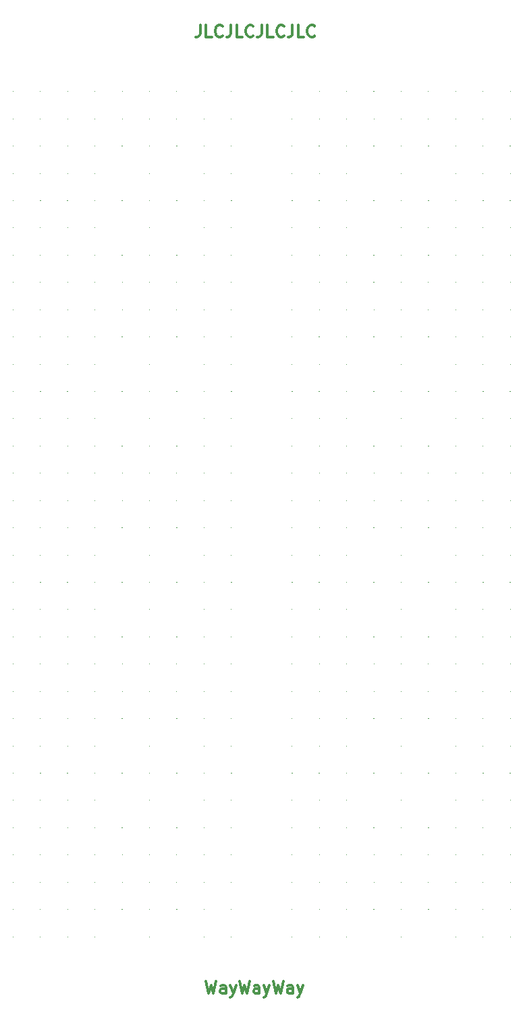
<source format=gto>
G04 #@! TF.GenerationSoftware,KiCad,Pcbnew,8.0.1*
G04 #@! TF.CreationDate,2024-03-31T21:58:01-04:00*
G04 #@! TF.ProjectId,RGB-Panel,5247422d-5061-46e6-956c-2e6b69636164,V3.0*
G04 #@! TF.SameCoordinates,Original*
G04 #@! TF.FileFunction,Legend,Top*
G04 #@! TF.FilePolarity,Positive*
%FSLAX46Y46*%
G04 Gerber Fmt 4.6, Leading zero omitted, Abs format (unit mm)*
G04 Created by KiCad (PCBNEW 8.0.1) date 2024-03-31 21:58:01*
%MOMM*%
%LPD*%
G01*
G04 APERTURE LIST*
%ADD10C,0.300000*%
%ADD11C,0.100000*%
%ADD12R,0.500000X0.500000*%
%ADD13C,0.500000*%
%ADD14C,1.152000*%
%ADD15C,3.000000*%
G04 APERTURE END LIST*
D10*
X98792853Y-142178328D02*
X99149996Y-143678328D01*
X99149996Y-143678328D02*
X99435710Y-142606900D01*
X99435710Y-142606900D02*
X99721425Y-143678328D01*
X99721425Y-143678328D02*
X100078568Y-142178328D01*
X101292854Y-143678328D02*
X101292854Y-142892614D01*
X101292854Y-142892614D02*
X101221425Y-142749757D01*
X101221425Y-142749757D02*
X101078568Y-142678328D01*
X101078568Y-142678328D02*
X100792854Y-142678328D01*
X100792854Y-142678328D02*
X100649996Y-142749757D01*
X101292854Y-143606900D02*
X101149996Y-143678328D01*
X101149996Y-143678328D02*
X100792854Y-143678328D01*
X100792854Y-143678328D02*
X100649996Y-143606900D01*
X100649996Y-143606900D02*
X100578568Y-143464042D01*
X100578568Y-143464042D02*
X100578568Y-143321185D01*
X100578568Y-143321185D02*
X100649996Y-143178328D01*
X100649996Y-143178328D02*
X100792854Y-143106900D01*
X100792854Y-143106900D02*
X101149996Y-143106900D01*
X101149996Y-143106900D02*
X101292854Y-143035471D01*
X101864282Y-142678328D02*
X102221425Y-143678328D01*
X102578568Y-142678328D02*
X102221425Y-143678328D01*
X102221425Y-143678328D02*
X102078568Y-144035471D01*
X102078568Y-144035471D02*
X102007139Y-144106900D01*
X102007139Y-144106900D02*
X101864282Y-144178328D01*
X103007139Y-142178328D02*
X103364282Y-143678328D01*
X103364282Y-143678328D02*
X103649996Y-142606900D01*
X103649996Y-142606900D02*
X103935711Y-143678328D01*
X103935711Y-143678328D02*
X104292854Y-142178328D01*
X105507140Y-143678328D02*
X105507140Y-142892614D01*
X105507140Y-142892614D02*
X105435711Y-142749757D01*
X105435711Y-142749757D02*
X105292854Y-142678328D01*
X105292854Y-142678328D02*
X105007140Y-142678328D01*
X105007140Y-142678328D02*
X104864282Y-142749757D01*
X105507140Y-143606900D02*
X105364282Y-143678328D01*
X105364282Y-143678328D02*
X105007140Y-143678328D01*
X105007140Y-143678328D02*
X104864282Y-143606900D01*
X104864282Y-143606900D02*
X104792854Y-143464042D01*
X104792854Y-143464042D02*
X104792854Y-143321185D01*
X104792854Y-143321185D02*
X104864282Y-143178328D01*
X104864282Y-143178328D02*
X105007140Y-143106900D01*
X105007140Y-143106900D02*
X105364282Y-143106900D01*
X105364282Y-143106900D02*
X105507140Y-143035471D01*
X106078568Y-142678328D02*
X106435711Y-143678328D01*
X106792854Y-142678328D02*
X106435711Y-143678328D01*
X106435711Y-143678328D02*
X106292854Y-144035471D01*
X106292854Y-144035471D02*
X106221425Y-144106900D01*
X106221425Y-144106900D02*
X106078568Y-144178328D01*
X107221425Y-142178328D02*
X107578568Y-143678328D01*
X107578568Y-143678328D02*
X107864282Y-142606900D01*
X107864282Y-142606900D02*
X108149997Y-143678328D01*
X108149997Y-143678328D02*
X108507140Y-142178328D01*
X109721426Y-143678328D02*
X109721426Y-142892614D01*
X109721426Y-142892614D02*
X109649997Y-142749757D01*
X109649997Y-142749757D02*
X109507140Y-142678328D01*
X109507140Y-142678328D02*
X109221426Y-142678328D01*
X109221426Y-142678328D02*
X109078568Y-142749757D01*
X109721426Y-143606900D02*
X109578568Y-143678328D01*
X109578568Y-143678328D02*
X109221426Y-143678328D01*
X109221426Y-143678328D02*
X109078568Y-143606900D01*
X109078568Y-143606900D02*
X109007140Y-143464042D01*
X109007140Y-143464042D02*
X109007140Y-143321185D01*
X109007140Y-143321185D02*
X109078568Y-143178328D01*
X109078568Y-143178328D02*
X109221426Y-143106900D01*
X109221426Y-143106900D02*
X109578568Y-143106900D01*
X109578568Y-143106900D02*
X109721426Y-143035471D01*
X110292854Y-142678328D02*
X110649997Y-143678328D01*
X111007140Y-142678328D02*
X110649997Y-143678328D01*
X110649997Y-143678328D02*
X110507140Y-144035471D01*
X110507140Y-144035471D02*
X110435711Y-144106900D01*
X110435711Y-144106900D02*
X110292854Y-144178328D01*
X98096425Y-22103328D02*
X98096425Y-23174757D01*
X98096425Y-23174757D02*
X98024996Y-23389042D01*
X98024996Y-23389042D02*
X97882139Y-23531900D01*
X97882139Y-23531900D02*
X97667853Y-23603328D01*
X97667853Y-23603328D02*
X97524996Y-23603328D01*
X99524996Y-23603328D02*
X98810710Y-23603328D01*
X98810710Y-23603328D02*
X98810710Y-22103328D01*
X100882139Y-23460471D02*
X100810711Y-23531900D01*
X100810711Y-23531900D02*
X100596425Y-23603328D01*
X100596425Y-23603328D02*
X100453568Y-23603328D01*
X100453568Y-23603328D02*
X100239282Y-23531900D01*
X100239282Y-23531900D02*
X100096425Y-23389042D01*
X100096425Y-23389042D02*
X100024996Y-23246185D01*
X100024996Y-23246185D02*
X99953568Y-22960471D01*
X99953568Y-22960471D02*
X99953568Y-22746185D01*
X99953568Y-22746185D02*
X100024996Y-22460471D01*
X100024996Y-22460471D02*
X100096425Y-22317614D01*
X100096425Y-22317614D02*
X100239282Y-22174757D01*
X100239282Y-22174757D02*
X100453568Y-22103328D01*
X100453568Y-22103328D02*
X100596425Y-22103328D01*
X100596425Y-22103328D02*
X100810711Y-22174757D01*
X100810711Y-22174757D02*
X100882139Y-22246185D01*
X101953568Y-22103328D02*
X101953568Y-23174757D01*
X101953568Y-23174757D02*
X101882139Y-23389042D01*
X101882139Y-23389042D02*
X101739282Y-23531900D01*
X101739282Y-23531900D02*
X101524996Y-23603328D01*
X101524996Y-23603328D02*
X101382139Y-23603328D01*
X103382139Y-23603328D02*
X102667853Y-23603328D01*
X102667853Y-23603328D02*
X102667853Y-22103328D01*
X104739282Y-23460471D02*
X104667854Y-23531900D01*
X104667854Y-23531900D02*
X104453568Y-23603328D01*
X104453568Y-23603328D02*
X104310711Y-23603328D01*
X104310711Y-23603328D02*
X104096425Y-23531900D01*
X104096425Y-23531900D02*
X103953568Y-23389042D01*
X103953568Y-23389042D02*
X103882139Y-23246185D01*
X103882139Y-23246185D02*
X103810711Y-22960471D01*
X103810711Y-22960471D02*
X103810711Y-22746185D01*
X103810711Y-22746185D02*
X103882139Y-22460471D01*
X103882139Y-22460471D02*
X103953568Y-22317614D01*
X103953568Y-22317614D02*
X104096425Y-22174757D01*
X104096425Y-22174757D02*
X104310711Y-22103328D01*
X104310711Y-22103328D02*
X104453568Y-22103328D01*
X104453568Y-22103328D02*
X104667854Y-22174757D01*
X104667854Y-22174757D02*
X104739282Y-22246185D01*
X105810711Y-22103328D02*
X105810711Y-23174757D01*
X105810711Y-23174757D02*
X105739282Y-23389042D01*
X105739282Y-23389042D02*
X105596425Y-23531900D01*
X105596425Y-23531900D02*
X105382139Y-23603328D01*
X105382139Y-23603328D02*
X105239282Y-23603328D01*
X107239282Y-23603328D02*
X106524996Y-23603328D01*
X106524996Y-23603328D02*
X106524996Y-22103328D01*
X108596425Y-23460471D02*
X108524997Y-23531900D01*
X108524997Y-23531900D02*
X108310711Y-23603328D01*
X108310711Y-23603328D02*
X108167854Y-23603328D01*
X108167854Y-23603328D02*
X107953568Y-23531900D01*
X107953568Y-23531900D02*
X107810711Y-23389042D01*
X107810711Y-23389042D02*
X107739282Y-23246185D01*
X107739282Y-23246185D02*
X107667854Y-22960471D01*
X107667854Y-22960471D02*
X107667854Y-22746185D01*
X107667854Y-22746185D02*
X107739282Y-22460471D01*
X107739282Y-22460471D02*
X107810711Y-22317614D01*
X107810711Y-22317614D02*
X107953568Y-22174757D01*
X107953568Y-22174757D02*
X108167854Y-22103328D01*
X108167854Y-22103328D02*
X108310711Y-22103328D01*
X108310711Y-22103328D02*
X108524997Y-22174757D01*
X108524997Y-22174757D02*
X108596425Y-22246185D01*
X109667854Y-22103328D02*
X109667854Y-23174757D01*
X109667854Y-23174757D02*
X109596425Y-23389042D01*
X109596425Y-23389042D02*
X109453568Y-23531900D01*
X109453568Y-23531900D02*
X109239282Y-23603328D01*
X109239282Y-23603328D02*
X109096425Y-23603328D01*
X111096425Y-23603328D02*
X110382139Y-23603328D01*
X110382139Y-23603328D02*
X110382139Y-22103328D01*
X112453568Y-23460471D02*
X112382140Y-23531900D01*
X112382140Y-23531900D02*
X112167854Y-23603328D01*
X112167854Y-23603328D02*
X112024997Y-23603328D01*
X112024997Y-23603328D02*
X111810711Y-23531900D01*
X111810711Y-23531900D02*
X111667854Y-23389042D01*
X111667854Y-23389042D02*
X111596425Y-23246185D01*
X111596425Y-23246185D02*
X111524997Y-22960471D01*
X111524997Y-22960471D02*
X111524997Y-22746185D01*
X111524997Y-22746185D02*
X111596425Y-22460471D01*
X111596425Y-22460471D02*
X111667854Y-22317614D01*
X111667854Y-22317614D02*
X111810711Y-22174757D01*
X111810711Y-22174757D02*
X112024997Y-22103328D01*
X112024997Y-22103328D02*
X112167854Y-22103328D01*
X112167854Y-22103328D02*
X112382140Y-22174757D01*
X112382140Y-22174757D02*
X112453568Y-22246185D01*
D11*
X84902006Y-33866000D02*
G75*
G02*
X84852006Y-33866000I-25000J0D01*
G01*
X84852006Y-33866000D02*
G75*
G02*
X84902006Y-33866000I25000J0D01*
G01*
X102017006Y-71519000D02*
G75*
G02*
X101967006Y-71519000I-25000J0D01*
G01*
X101967006Y-71519000D02*
G75*
G02*
X102017006Y-71519000I25000J0D01*
G01*
X91748006Y-92057000D02*
G75*
G02*
X91698006Y-92057000I-25000J0D01*
G01*
X91698006Y-92057000D02*
G75*
G02*
X91748006Y-92057000I25000J0D01*
G01*
X119902006Y-98903000D02*
G75*
G02*
X119852006Y-98903000I-25000J0D01*
G01*
X119852006Y-98903000D02*
G75*
G02*
X119902006Y-98903000I25000J0D01*
G01*
X81479006Y-54404000D02*
G75*
G02*
X81429006Y-54404000I-25000J0D01*
G01*
X81429006Y-54404000D02*
G75*
G02*
X81479006Y-54404000I25000J0D01*
G01*
X133594006Y-47558000D02*
G75*
G02*
X133544006Y-47558000I-25000J0D01*
G01*
X133544006Y-47558000D02*
G75*
G02*
X133594006Y-47558000I25000J0D01*
G01*
X81479006Y-136556000D02*
G75*
G02*
X81429006Y-136556000I-25000J0D01*
G01*
X81429006Y-136556000D02*
G75*
G02*
X81479006Y-136556000I25000J0D01*
G01*
X123325006Y-54404000D02*
G75*
G02*
X123275006Y-54404000I-25000J0D01*
G01*
X123275006Y-54404000D02*
G75*
G02*
X123325006Y-54404000I25000J0D01*
G01*
X88325006Y-68096000D02*
G75*
G02*
X88275006Y-68096000I-25000J0D01*
G01*
X88275006Y-68096000D02*
G75*
G02*
X88325006Y-68096000I25000J0D01*
G01*
X88325006Y-74942000D02*
G75*
G02*
X88275006Y-74942000I-25000J0D01*
G01*
X88275006Y-74942000D02*
G75*
G02*
X88325006Y-74942000I25000J0D01*
G01*
X116479006Y-133133000D02*
G75*
G02*
X116429006Y-133133000I-25000J0D01*
G01*
X116429006Y-133133000D02*
G75*
G02*
X116479006Y-133133000I25000J0D01*
G01*
X78056006Y-95480000D02*
G75*
G02*
X78006006Y-95480000I-25000J0D01*
G01*
X78006006Y-95480000D02*
G75*
G02*
X78056006Y-95480000I25000J0D01*
G01*
X123325006Y-44135000D02*
G75*
G02*
X123275006Y-44135000I-25000J0D01*
G01*
X123275006Y-44135000D02*
G75*
G02*
X123325006Y-44135000I25000J0D01*
G01*
X102017006Y-54404000D02*
G75*
G02*
X101967006Y-54404000I-25000J0D01*
G01*
X101967006Y-54404000D02*
G75*
G02*
X102017006Y-54404000I25000J0D01*
G01*
X137017006Y-85211000D02*
G75*
G02*
X136967006Y-85211000I-25000J0D01*
G01*
X136967006Y-85211000D02*
G75*
G02*
X137017006Y-85211000I25000J0D01*
G01*
X119902006Y-95480000D02*
G75*
G02*
X119852006Y-95480000I-25000J0D01*
G01*
X119852006Y-95480000D02*
G75*
G02*
X119902006Y-95480000I25000J0D01*
G01*
X81479006Y-126287000D02*
G75*
G02*
X81429006Y-126287000I-25000J0D01*
G01*
X81429006Y-126287000D02*
G75*
G02*
X81479006Y-126287000I25000J0D01*
G01*
X81479006Y-81788000D02*
G75*
G02*
X81429006Y-81788000I-25000J0D01*
G01*
X81429006Y-81788000D02*
G75*
G02*
X81479006Y-81788000I25000J0D01*
G01*
X116479006Y-95480000D02*
G75*
G02*
X116429006Y-95480000I-25000J0D01*
G01*
X116429006Y-95480000D02*
G75*
G02*
X116479006Y-95480000I25000J0D01*
G01*
X126748006Y-119441000D02*
G75*
G02*
X126698006Y-119441000I-25000J0D01*
G01*
X126698006Y-119441000D02*
G75*
G02*
X126748006Y-119441000I25000J0D01*
G01*
X102017006Y-95480000D02*
G75*
G02*
X101967006Y-95480000I-25000J0D01*
G01*
X101967006Y-95480000D02*
G75*
G02*
X102017006Y-95480000I25000J0D01*
G01*
X95171006Y-33866000D02*
G75*
G02*
X95121006Y-33866000I-25000J0D01*
G01*
X95121006Y-33866000D02*
G75*
G02*
X95171006Y-33866000I25000J0D01*
G01*
X95171006Y-30443000D02*
G75*
G02*
X95121006Y-30443000I-25000J0D01*
G01*
X95121006Y-30443000D02*
G75*
G02*
X95171006Y-30443000I25000J0D01*
G01*
X91748006Y-64673000D02*
G75*
G02*
X91698006Y-64673000I-25000J0D01*
G01*
X91698006Y-64673000D02*
G75*
G02*
X91748006Y-64673000I25000J0D01*
G01*
X119902006Y-85211000D02*
G75*
G02*
X119852006Y-85211000I-25000J0D01*
G01*
X119852006Y-85211000D02*
G75*
G02*
X119902006Y-85211000I25000J0D01*
G01*
X98594006Y-126287000D02*
G75*
G02*
X98544006Y-126287000I-25000J0D01*
G01*
X98544006Y-126287000D02*
G75*
G02*
X98594006Y-126287000I25000J0D01*
G01*
X113056006Y-61250000D02*
G75*
G02*
X113006006Y-61250000I-25000J0D01*
G01*
X113006006Y-61250000D02*
G75*
G02*
X113056006Y-61250000I25000J0D01*
G01*
X91748006Y-129710000D02*
G75*
G02*
X91698006Y-129710000I-25000J0D01*
G01*
X91698006Y-129710000D02*
G75*
G02*
X91748006Y-129710000I25000J0D01*
G01*
X91748006Y-78365000D02*
G75*
G02*
X91698006Y-78365000I-25000J0D01*
G01*
X91698006Y-78365000D02*
G75*
G02*
X91748006Y-78365000I25000J0D01*
G01*
X109633006Y-136556000D02*
G75*
G02*
X109583006Y-136556000I-25000J0D01*
G01*
X109583006Y-136556000D02*
G75*
G02*
X109633006Y-136556000I25000J0D01*
G01*
X102017006Y-81788000D02*
G75*
G02*
X101967006Y-81788000I-25000J0D01*
G01*
X101967006Y-81788000D02*
G75*
G02*
X102017006Y-81788000I25000J0D01*
G01*
X137017006Y-112595000D02*
G75*
G02*
X136967006Y-112595000I-25000J0D01*
G01*
X136967006Y-112595000D02*
G75*
G02*
X137017006Y-112595000I25000J0D01*
G01*
X91748006Y-119441000D02*
G75*
G02*
X91698006Y-119441000I-25000J0D01*
G01*
X91698006Y-119441000D02*
G75*
G02*
X91748006Y-119441000I25000J0D01*
G01*
X130171006Y-105749000D02*
G75*
G02*
X130121006Y-105749000I-25000J0D01*
G01*
X130121006Y-105749000D02*
G75*
G02*
X130171006Y-105749000I25000J0D01*
G01*
X126748006Y-129710000D02*
G75*
G02*
X126698006Y-129710000I-25000J0D01*
G01*
X126698006Y-129710000D02*
G75*
G02*
X126748006Y-129710000I25000J0D01*
G01*
X113056006Y-68096000D02*
G75*
G02*
X113006006Y-68096000I-25000J0D01*
G01*
X113006006Y-68096000D02*
G75*
G02*
X113056006Y-68096000I25000J0D01*
G01*
X119902006Y-81788000D02*
G75*
G02*
X119852006Y-81788000I-25000J0D01*
G01*
X119852006Y-81788000D02*
G75*
G02*
X119902006Y-81788000I25000J0D01*
G01*
X130171006Y-88634000D02*
G75*
G02*
X130121006Y-88634000I-25000J0D01*
G01*
X130121006Y-88634000D02*
G75*
G02*
X130171006Y-88634000I25000J0D01*
G01*
X133594006Y-95480000D02*
G75*
G02*
X133544006Y-95480000I-25000J0D01*
G01*
X133544006Y-95480000D02*
G75*
G02*
X133594006Y-95480000I25000J0D01*
G01*
X119902006Y-71519000D02*
G75*
G02*
X119852006Y-71519000I-25000J0D01*
G01*
X119852006Y-71519000D02*
G75*
G02*
X119902006Y-71519000I25000J0D01*
G01*
X116479006Y-47558000D02*
G75*
G02*
X116429006Y-47558000I-25000J0D01*
G01*
X116429006Y-47558000D02*
G75*
G02*
X116479006Y-47558000I25000J0D01*
G01*
X109633006Y-88634000D02*
G75*
G02*
X109583006Y-88634000I-25000J0D01*
G01*
X109583006Y-88634000D02*
G75*
G02*
X109633006Y-88634000I25000J0D01*
G01*
X91748006Y-116018000D02*
G75*
G02*
X91698006Y-116018000I-25000J0D01*
G01*
X91698006Y-116018000D02*
G75*
G02*
X91748006Y-116018000I25000J0D01*
G01*
X78056006Y-54404000D02*
G75*
G02*
X78006006Y-54404000I-25000J0D01*
G01*
X78006006Y-54404000D02*
G75*
G02*
X78056006Y-54404000I25000J0D01*
G01*
X137017006Y-98903000D02*
G75*
G02*
X136967006Y-98903000I-25000J0D01*
G01*
X136967006Y-98903000D02*
G75*
G02*
X137017006Y-98903000I25000J0D01*
G01*
X88325006Y-64673000D02*
G75*
G02*
X88275006Y-64673000I-25000J0D01*
G01*
X88275006Y-64673000D02*
G75*
G02*
X88325006Y-64673000I25000J0D01*
G01*
X137017006Y-95480000D02*
G75*
G02*
X136967006Y-95480000I-25000J0D01*
G01*
X136967006Y-95480000D02*
G75*
G02*
X137017006Y-95480000I25000J0D01*
G01*
X113056006Y-40712000D02*
G75*
G02*
X113006006Y-40712000I-25000J0D01*
G01*
X113006006Y-40712000D02*
G75*
G02*
X113056006Y-40712000I25000J0D01*
G01*
X137017006Y-57827000D02*
G75*
G02*
X136967006Y-57827000I-25000J0D01*
G01*
X136967006Y-57827000D02*
G75*
G02*
X137017006Y-57827000I25000J0D01*
G01*
X113056006Y-98903000D02*
G75*
G02*
X113006006Y-98903000I-25000J0D01*
G01*
X113006006Y-98903000D02*
G75*
G02*
X113056006Y-98903000I25000J0D01*
G01*
X113056006Y-47558000D02*
G75*
G02*
X113006006Y-47558000I-25000J0D01*
G01*
X113006006Y-47558000D02*
G75*
G02*
X113056006Y-47558000I25000J0D01*
G01*
X126748006Y-68096000D02*
G75*
G02*
X126698006Y-68096000I-25000J0D01*
G01*
X126698006Y-68096000D02*
G75*
G02*
X126748006Y-68096000I25000J0D01*
G01*
X119902006Y-44135000D02*
G75*
G02*
X119852006Y-44135000I-25000J0D01*
G01*
X119852006Y-44135000D02*
G75*
G02*
X119902006Y-44135000I25000J0D01*
G01*
X102017006Y-119441000D02*
G75*
G02*
X101967006Y-119441000I-25000J0D01*
G01*
X101967006Y-119441000D02*
G75*
G02*
X102017006Y-119441000I25000J0D01*
G01*
X91748006Y-109172000D02*
G75*
G02*
X91698006Y-109172000I-25000J0D01*
G01*
X91698006Y-109172000D02*
G75*
G02*
X91748006Y-109172000I25000J0D01*
G01*
X126748006Y-85211000D02*
G75*
G02*
X126698006Y-85211000I-25000J0D01*
G01*
X126698006Y-85211000D02*
G75*
G02*
X126748006Y-85211000I25000J0D01*
G01*
X137017006Y-88634000D02*
G75*
G02*
X136967006Y-88634000I-25000J0D01*
G01*
X136967006Y-88634000D02*
G75*
G02*
X137017006Y-88634000I25000J0D01*
G01*
X109633006Y-126287000D02*
G75*
G02*
X109583006Y-126287000I-25000J0D01*
G01*
X109583006Y-126287000D02*
G75*
G02*
X109633006Y-126287000I25000J0D01*
G01*
X88325006Y-112595000D02*
G75*
G02*
X88275006Y-112595000I-25000J0D01*
G01*
X88275006Y-112595000D02*
G75*
G02*
X88325006Y-112595000I25000J0D01*
G01*
X133594006Y-105749000D02*
G75*
G02*
X133544006Y-105749000I-25000J0D01*
G01*
X133544006Y-105749000D02*
G75*
G02*
X133594006Y-105749000I25000J0D01*
G01*
X98594006Y-37289000D02*
G75*
G02*
X98544006Y-37289000I-25000J0D01*
G01*
X98544006Y-37289000D02*
G75*
G02*
X98594006Y-37289000I25000J0D01*
G01*
X102017006Y-109172000D02*
G75*
G02*
X101967006Y-109172000I-25000J0D01*
G01*
X101967006Y-109172000D02*
G75*
G02*
X102017006Y-109172000I25000J0D01*
G01*
X137017006Y-37289000D02*
G75*
G02*
X136967006Y-37289000I-25000J0D01*
G01*
X136967006Y-37289000D02*
G75*
G02*
X137017006Y-37289000I25000J0D01*
G01*
X123325006Y-78365000D02*
G75*
G02*
X123275006Y-78365000I-25000J0D01*
G01*
X123275006Y-78365000D02*
G75*
G02*
X123325006Y-78365000I25000J0D01*
G01*
X126748006Y-112595000D02*
G75*
G02*
X126698006Y-112595000I-25000J0D01*
G01*
X126698006Y-112595000D02*
G75*
G02*
X126748006Y-112595000I25000J0D01*
G01*
X84902006Y-98903000D02*
G75*
G02*
X84852006Y-98903000I-25000J0D01*
G01*
X84852006Y-98903000D02*
G75*
G02*
X84902006Y-98903000I25000J0D01*
G01*
X126748006Y-30443000D02*
G75*
G02*
X126698006Y-30443000I-25000J0D01*
G01*
X126698006Y-30443000D02*
G75*
G02*
X126748006Y-30443000I25000J0D01*
G01*
X102017006Y-98903000D02*
G75*
G02*
X101967006Y-98903000I-25000J0D01*
G01*
X101967006Y-98903000D02*
G75*
G02*
X102017006Y-98903000I25000J0D01*
G01*
X130171006Y-81788000D02*
G75*
G02*
X130121006Y-81788000I-25000J0D01*
G01*
X130121006Y-81788000D02*
G75*
G02*
X130171006Y-81788000I25000J0D01*
G01*
X123325006Y-122864000D02*
G75*
G02*
X123275006Y-122864000I-25000J0D01*
G01*
X123275006Y-122864000D02*
G75*
G02*
X123325006Y-122864000I25000J0D01*
G01*
X119902006Y-40712000D02*
G75*
G02*
X119852006Y-40712000I-25000J0D01*
G01*
X119852006Y-40712000D02*
G75*
G02*
X119902006Y-40712000I25000J0D01*
G01*
X81479006Y-30443000D02*
G75*
G02*
X81429006Y-30443000I-25000J0D01*
G01*
X81429006Y-30443000D02*
G75*
G02*
X81479006Y-30443000I25000J0D01*
G01*
X119902006Y-74942000D02*
G75*
G02*
X119852006Y-74942000I-25000J0D01*
G01*
X119852006Y-74942000D02*
G75*
G02*
X119902006Y-74942000I25000J0D01*
G01*
X126748006Y-78365000D02*
G75*
G02*
X126698006Y-78365000I-25000J0D01*
G01*
X126698006Y-78365000D02*
G75*
G02*
X126748006Y-78365000I25000J0D01*
G01*
X116479006Y-109172000D02*
G75*
G02*
X116429006Y-109172000I-25000J0D01*
G01*
X116429006Y-109172000D02*
G75*
G02*
X116479006Y-109172000I25000J0D01*
G01*
X78056006Y-133133000D02*
G75*
G02*
X78006006Y-133133000I-25000J0D01*
G01*
X78006006Y-133133000D02*
G75*
G02*
X78056006Y-133133000I25000J0D01*
G01*
X102017006Y-33866000D02*
G75*
G02*
X101967006Y-33866000I-25000J0D01*
G01*
X101967006Y-33866000D02*
G75*
G02*
X102017006Y-33866000I25000J0D01*
G01*
X109633006Y-78365000D02*
G75*
G02*
X109583006Y-78365000I-25000J0D01*
G01*
X109583006Y-78365000D02*
G75*
G02*
X109633006Y-78365000I25000J0D01*
G01*
X74633006Y-50981000D02*
G75*
G02*
X74583006Y-50981000I-25000J0D01*
G01*
X74583006Y-50981000D02*
G75*
G02*
X74633006Y-50981000I25000J0D01*
G01*
X95171006Y-129710000D02*
G75*
G02*
X95121006Y-129710000I-25000J0D01*
G01*
X95121006Y-129710000D02*
G75*
G02*
X95171006Y-129710000I25000J0D01*
G01*
X137017006Y-68096000D02*
G75*
G02*
X136967006Y-68096000I-25000J0D01*
G01*
X136967006Y-68096000D02*
G75*
G02*
X137017006Y-68096000I25000J0D01*
G01*
X113056006Y-92057000D02*
G75*
G02*
X113006006Y-92057000I-25000J0D01*
G01*
X113006006Y-92057000D02*
G75*
G02*
X113056006Y-92057000I25000J0D01*
G01*
X109633006Y-85211000D02*
G75*
G02*
X109583006Y-85211000I-25000J0D01*
G01*
X109583006Y-85211000D02*
G75*
G02*
X109633006Y-85211000I25000J0D01*
G01*
X74633006Y-47558000D02*
G75*
G02*
X74583006Y-47558000I-25000J0D01*
G01*
X74583006Y-47558000D02*
G75*
G02*
X74633006Y-47558000I25000J0D01*
G01*
X74633006Y-33866000D02*
G75*
G02*
X74583006Y-33866000I-25000J0D01*
G01*
X74583006Y-33866000D02*
G75*
G02*
X74633006Y-33866000I25000J0D01*
G01*
X91748006Y-126287000D02*
G75*
G02*
X91698006Y-126287000I-25000J0D01*
G01*
X91698006Y-126287000D02*
G75*
G02*
X91748006Y-126287000I25000J0D01*
G01*
X91748006Y-50981000D02*
G75*
G02*
X91698006Y-50981000I-25000J0D01*
G01*
X91698006Y-50981000D02*
G75*
G02*
X91748006Y-50981000I25000J0D01*
G01*
X130171006Y-50981000D02*
G75*
G02*
X130121006Y-50981000I-25000J0D01*
G01*
X130121006Y-50981000D02*
G75*
G02*
X130171006Y-50981000I25000J0D01*
G01*
X95171006Y-47558000D02*
G75*
G02*
X95121006Y-47558000I-25000J0D01*
G01*
X95121006Y-47558000D02*
G75*
G02*
X95171006Y-47558000I25000J0D01*
G01*
X130171006Y-71519000D02*
G75*
G02*
X130121006Y-71519000I-25000J0D01*
G01*
X130121006Y-71519000D02*
G75*
G02*
X130171006Y-71519000I25000J0D01*
G01*
X95171006Y-40712000D02*
G75*
G02*
X95121006Y-40712000I-25000J0D01*
G01*
X95121006Y-40712000D02*
G75*
G02*
X95171006Y-40712000I25000J0D01*
G01*
X95171006Y-50981000D02*
G75*
G02*
X95121006Y-50981000I-25000J0D01*
G01*
X95121006Y-50981000D02*
G75*
G02*
X95171006Y-50981000I25000J0D01*
G01*
X88325006Y-116018000D02*
G75*
G02*
X88275006Y-116018000I-25000J0D01*
G01*
X88275006Y-116018000D02*
G75*
G02*
X88325006Y-116018000I25000J0D01*
G01*
X91748006Y-133133000D02*
G75*
G02*
X91698006Y-133133000I-25000J0D01*
G01*
X91698006Y-133133000D02*
G75*
G02*
X91748006Y-133133000I25000J0D01*
G01*
X91748006Y-74942000D02*
G75*
G02*
X91698006Y-74942000I-25000J0D01*
G01*
X91698006Y-74942000D02*
G75*
G02*
X91748006Y-74942000I25000J0D01*
G01*
X88325006Y-98903000D02*
G75*
G02*
X88275006Y-98903000I-25000J0D01*
G01*
X88275006Y-98903000D02*
G75*
G02*
X88325006Y-98903000I25000J0D01*
G01*
X98594006Y-71519000D02*
G75*
G02*
X98544006Y-71519000I-25000J0D01*
G01*
X98544006Y-71519000D02*
G75*
G02*
X98594006Y-71519000I25000J0D01*
G01*
X88325006Y-109172000D02*
G75*
G02*
X88275006Y-109172000I-25000J0D01*
G01*
X88275006Y-109172000D02*
G75*
G02*
X88325006Y-109172000I25000J0D01*
G01*
X137017006Y-61250000D02*
G75*
G02*
X136967006Y-61250000I-25000J0D01*
G01*
X136967006Y-61250000D02*
G75*
G02*
X137017006Y-61250000I25000J0D01*
G01*
X137017006Y-122864000D02*
G75*
G02*
X136967006Y-122864000I-25000J0D01*
G01*
X136967006Y-122864000D02*
G75*
G02*
X137017006Y-122864000I25000J0D01*
G01*
X74633006Y-54404000D02*
G75*
G02*
X74583006Y-54404000I-25000J0D01*
G01*
X74583006Y-54404000D02*
G75*
G02*
X74633006Y-54404000I25000J0D01*
G01*
X126748006Y-105749000D02*
G75*
G02*
X126698006Y-105749000I-25000J0D01*
G01*
X126698006Y-105749000D02*
G75*
G02*
X126748006Y-105749000I25000J0D01*
G01*
X133594006Y-122864000D02*
G75*
G02*
X133544006Y-122864000I-25000J0D01*
G01*
X133544006Y-122864000D02*
G75*
G02*
X133594006Y-122864000I25000J0D01*
G01*
X119902006Y-88634000D02*
G75*
G02*
X119852006Y-88634000I-25000J0D01*
G01*
X119852006Y-88634000D02*
G75*
G02*
X119902006Y-88634000I25000J0D01*
G01*
X88325006Y-71519000D02*
G75*
G02*
X88275006Y-71519000I-25000J0D01*
G01*
X88275006Y-71519000D02*
G75*
G02*
X88325006Y-71519000I25000J0D01*
G01*
X130171006Y-40712000D02*
G75*
G02*
X130121006Y-40712000I-25000J0D01*
G01*
X130121006Y-40712000D02*
G75*
G02*
X130171006Y-40712000I25000J0D01*
G01*
X126748006Y-74942000D02*
G75*
G02*
X126698006Y-74942000I-25000J0D01*
G01*
X126698006Y-74942000D02*
G75*
G02*
X126748006Y-74942000I25000J0D01*
G01*
X102017006Y-47558000D02*
G75*
G02*
X101967006Y-47558000I-25000J0D01*
G01*
X101967006Y-47558000D02*
G75*
G02*
X102017006Y-47558000I25000J0D01*
G01*
X130171006Y-129710000D02*
G75*
G02*
X130121006Y-129710000I-25000J0D01*
G01*
X130121006Y-129710000D02*
G75*
G02*
X130171006Y-129710000I25000J0D01*
G01*
X113056006Y-102326000D02*
G75*
G02*
X113006006Y-102326000I-25000J0D01*
G01*
X113006006Y-102326000D02*
G75*
G02*
X113056006Y-102326000I25000J0D01*
G01*
X130171006Y-78365000D02*
G75*
G02*
X130121006Y-78365000I-25000J0D01*
G01*
X130121006Y-78365000D02*
G75*
G02*
X130171006Y-78365000I25000J0D01*
G01*
X98594006Y-133133000D02*
G75*
G02*
X98544006Y-133133000I-25000J0D01*
G01*
X98544006Y-133133000D02*
G75*
G02*
X98594006Y-133133000I25000J0D01*
G01*
X119902006Y-133133000D02*
G75*
G02*
X119852006Y-133133000I-25000J0D01*
G01*
X119852006Y-133133000D02*
G75*
G02*
X119902006Y-133133000I25000J0D01*
G01*
X78056006Y-98903000D02*
G75*
G02*
X78006006Y-98903000I-25000J0D01*
G01*
X78006006Y-98903000D02*
G75*
G02*
X78056006Y-98903000I25000J0D01*
G01*
X123325006Y-47558000D02*
G75*
G02*
X123275006Y-47558000I-25000J0D01*
G01*
X123275006Y-47558000D02*
G75*
G02*
X123325006Y-47558000I25000J0D01*
G01*
X95171006Y-54404000D02*
G75*
G02*
X95121006Y-54404000I-25000J0D01*
G01*
X95121006Y-54404000D02*
G75*
G02*
X95171006Y-54404000I25000J0D01*
G01*
X109633006Y-116018000D02*
G75*
G02*
X109583006Y-116018000I-25000J0D01*
G01*
X109583006Y-116018000D02*
G75*
G02*
X109633006Y-116018000I25000J0D01*
G01*
X133594006Y-44135000D02*
G75*
G02*
X133544006Y-44135000I-25000J0D01*
G01*
X133544006Y-44135000D02*
G75*
G02*
X133594006Y-44135000I25000J0D01*
G01*
X91748006Y-54404000D02*
G75*
G02*
X91698006Y-54404000I-25000J0D01*
G01*
X91698006Y-54404000D02*
G75*
G02*
X91748006Y-54404000I25000J0D01*
G01*
X88325006Y-44135000D02*
G75*
G02*
X88275006Y-44135000I-25000J0D01*
G01*
X88275006Y-44135000D02*
G75*
G02*
X88325006Y-44135000I25000J0D01*
G01*
X116479006Y-40712000D02*
G75*
G02*
X116429006Y-40712000I-25000J0D01*
G01*
X116429006Y-40712000D02*
G75*
G02*
X116479006Y-40712000I25000J0D01*
G01*
X137017006Y-47558000D02*
G75*
G02*
X136967006Y-47558000I-25000J0D01*
G01*
X136967006Y-47558000D02*
G75*
G02*
X137017006Y-47558000I25000J0D01*
G01*
X126748006Y-37289000D02*
G75*
G02*
X126698006Y-37289000I-25000J0D01*
G01*
X126698006Y-37289000D02*
G75*
G02*
X126748006Y-37289000I25000J0D01*
G01*
X133594006Y-30443000D02*
G75*
G02*
X133544006Y-30443000I-25000J0D01*
G01*
X133544006Y-30443000D02*
G75*
G02*
X133594006Y-30443000I25000J0D01*
G01*
X126748006Y-71519000D02*
G75*
G02*
X126698006Y-71519000I-25000J0D01*
G01*
X126698006Y-71519000D02*
G75*
G02*
X126748006Y-71519000I25000J0D01*
G01*
X126748006Y-92057000D02*
G75*
G02*
X126698006Y-92057000I-25000J0D01*
G01*
X126698006Y-92057000D02*
G75*
G02*
X126748006Y-92057000I25000J0D01*
G01*
X102017006Y-133133000D02*
G75*
G02*
X101967006Y-133133000I-25000J0D01*
G01*
X101967006Y-133133000D02*
G75*
G02*
X102017006Y-133133000I25000J0D01*
G01*
X123325006Y-129710000D02*
G75*
G02*
X123275006Y-129710000I-25000J0D01*
G01*
X123275006Y-129710000D02*
G75*
G02*
X123325006Y-129710000I25000J0D01*
G01*
X116479006Y-92057000D02*
G75*
G02*
X116429006Y-92057000I-25000J0D01*
G01*
X116429006Y-92057000D02*
G75*
G02*
X116479006Y-92057000I25000J0D01*
G01*
X98594006Y-92057000D02*
G75*
G02*
X98544006Y-92057000I-25000J0D01*
G01*
X98544006Y-92057000D02*
G75*
G02*
X98594006Y-92057000I25000J0D01*
G01*
X119902006Y-122864000D02*
G75*
G02*
X119852006Y-122864000I-25000J0D01*
G01*
X119852006Y-122864000D02*
G75*
G02*
X119902006Y-122864000I25000J0D01*
G01*
X88325006Y-40712000D02*
G75*
G02*
X88275006Y-40712000I-25000J0D01*
G01*
X88275006Y-40712000D02*
G75*
G02*
X88325006Y-40712000I25000J0D01*
G01*
X137017006Y-133133000D02*
G75*
G02*
X136967006Y-133133000I-25000J0D01*
G01*
X136967006Y-133133000D02*
G75*
G02*
X137017006Y-133133000I25000J0D01*
G01*
X109633006Y-129710000D02*
G75*
G02*
X109583006Y-129710000I-25000J0D01*
G01*
X109583006Y-129710000D02*
G75*
G02*
X109633006Y-129710000I25000J0D01*
G01*
X123325006Y-119441000D02*
G75*
G02*
X123275006Y-119441000I-25000J0D01*
G01*
X123275006Y-119441000D02*
G75*
G02*
X123325006Y-119441000I25000J0D01*
G01*
X95171006Y-44135000D02*
G75*
G02*
X95121006Y-44135000I-25000J0D01*
G01*
X95121006Y-44135000D02*
G75*
G02*
X95171006Y-44135000I25000J0D01*
G01*
X133594006Y-74942000D02*
G75*
G02*
X133544006Y-74942000I-25000J0D01*
G01*
X133544006Y-74942000D02*
G75*
G02*
X133594006Y-74942000I25000J0D01*
G01*
X109633006Y-98903000D02*
G75*
G02*
X109583006Y-98903000I-25000J0D01*
G01*
X109583006Y-98903000D02*
G75*
G02*
X109633006Y-98903000I25000J0D01*
G01*
X95171006Y-109172000D02*
G75*
G02*
X95121006Y-109172000I-25000J0D01*
G01*
X95121006Y-109172000D02*
G75*
G02*
X95171006Y-109172000I25000J0D01*
G01*
X98594006Y-85211000D02*
G75*
G02*
X98544006Y-85211000I-25000J0D01*
G01*
X98544006Y-85211000D02*
G75*
G02*
X98594006Y-85211000I25000J0D01*
G01*
X74633006Y-129710000D02*
G75*
G02*
X74583006Y-129710000I-25000J0D01*
G01*
X74583006Y-129710000D02*
G75*
G02*
X74633006Y-129710000I25000J0D01*
G01*
X95171006Y-95480000D02*
G75*
G02*
X95121006Y-95480000I-25000J0D01*
G01*
X95121006Y-95480000D02*
G75*
G02*
X95171006Y-95480000I25000J0D01*
G01*
X126748006Y-88634000D02*
G75*
G02*
X126698006Y-88634000I-25000J0D01*
G01*
X126698006Y-88634000D02*
G75*
G02*
X126748006Y-88634000I25000J0D01*
G01*
X123325006Y-105749000D02*
G75*
G02*
X123275006Y-105749000I-25000J0D01*
G01*
X123275006Y-105749000D02*
G75*
G02*
X123325006Y-105749000I25000J0D01*
G01*
X109633006Y-40712000D02*
G75*
G02*
X109583006Y-40712000I-25000J0D01*
G01*
X109583006Y-40712000D02*
G75*
G02*
X109633006Y-40712000I25000J0D01*
G01*
X113056006Y-33866000D02*
G75*
G02*
X113006006Y-33866000I-25000J0D01*
G01*
X113006006Y-33866000D02*
G75*
G02*
X113056006Y-33866000I25000J0D01*
G01*
X109633006Y-119441000D02*
G75*
G02*
X109583006Y-119441000I-25000J0D01*
G01*
X109583006Y-119441000D02*
G75*
G02*
X109633006Y-119441000I25000J0D01*
G01*
X81479006Y-105749000D02*
G75*
G02*
X81429006Y-105749000I-25000J0D01*
G01*
X81429006Y-105749000D02*
G75*
G02*
X81479006Y-105749000I25000J0D01*
G01*
X109633006Y-92057000D02*
G75*
G02*
X109583006Y-92057000I-25000J0D01*
G01*
X109583006Y-92057000D02*
G75*
G02*
X109633006Y-92057000I25000J0D01*
G01*
X119902006Y-47558000D02*
G75*
G02*
X119852006Y-47558000I-25000J0D01*
G01*
X119852006Y-47558000D02*
G75*
G02*
X119902006Y-47558000I25000J0D01*
G01*
X109633006Y-102326000D02*
G75*
G02*
X109583006Y-102326000I-25000J0D01*
G01*
X109583006Y-102326000D02*
G75*
G02*
X109633006Y-102326000I25000J0D01*
G01*
X113056006Y-71519000D02*
G75*
G02*
X113006006Y-71519000I-25000J0D01*
G01*
X113006006Y-71519000D02*
G75*
G02*
X113056006Y-71519000I25000J0D01*
G01*
X98594006Y-54404000D02*
G75*
G02*
X98544006Y-54404000I-25000J0D01*
G01*
X98544006Y-54404000D02*
G75*
G02*
X98594006Y-54404000I25000J0D01*
G01*
X88325006Y-95480000D02*
G75*
G02*
X88275006Y-95480000I-25000J0D01*
G01*
X88275006Y-95480000D02*
G75*
G02*
X88325006Y-95480000I25000J0D01*
G01*
X74633006Y-112595000D02*
G75*
G02*
X74583006Y-112595000I-25000J0D01*
G01*
X74583006Y-112595000D02*
G75*
G02*
X74633006Y-112595000I25000J0D01*
G01*
X133594006Y-37289000D02*
G75*
G02*
X133544006Y-37289000I-25000J0D01*
G01*
X133544006Y-37289000D02*
G75*
G02*
X133594006Y-37289000I25000J0D01*
G01*
X102017006Y-44135000D02*
G75*
G02*
X101967006Y-44135000I-25000J0D01*
G01*
X101967006Y-44135000D02*
G75*
G02*
X102017006Y-44135000I25000J0D01*
G01*
X133594006Y-119441000D02*
G75*
G02*
X133544006Y-119441000I-25000J0D01*
G01*
X133544006Y-119441000D02*
G75*
G02*
X133594006Y-119441000I25000J0D01*
G01*
X98594006Y-81788000D02*
G75*
G02*
X98544006Y-81788000I-25000J0D01*
G01*
X98544006Y-81788000D02*
G75*
G02*
X98594006Y-81788000I25000J0D01*
G01*
X133594006Y-57827000D02*
G75*
G02*
X133544006Y-57827000I-25000J0D01*
G01*
X133544006Y-57827000D02*
G75*
G02*
X133594006Y-57827000I25000J0D01*
G01*
X102017006Y-112595000D02*
G75*
G02*
X101967006Y-112595000I-25000J0D01*
G01*
X101967006Y-112595000D02*
G75*
G02*
X102017006Y-112595000I25000J0D01*
G01*
X137017006Y-81788000D02*
G75*
G02*
X136967006Y-81788000I-25000J0D01*
G01*
X136967006Y-81788000D02*
G75*
G02*
X137017006Y-81788000I25000J0D01*
G01*
X130171006Y-44135000D02*
G75*
G02*
X130121006Y-44135000I-25000J0D01*
G01*
X130121006Y-44135000D02*
G75*
G02*
X130171006Y-44135000I25000J0D01*
G01*
X84902006Y-133133000D02*
G75*
G02*
X84852006Y-133133000I-25000J0D01*
G01*
X84852006Y-133133000D02*
G75*
G02*
X84902006Y-133133000I25000J0D01*
G01*
X137017006Y-30443000D02*
G75*
G02*
X136967006Y-30443000I-25000J0D01*
G01*
X136967006Y-30443000D02*
G75*
G02*
X137017006Y-30443000I25000J0D01*
G01*
X109633006Y-54404000D02*
G75*
G02*
X109583006Y-54404000I-25000J0D01*
G01*
X109583006Y-54404000D02*
G75*
G02*
X109633006Y-54404000I25000J0D01*
G01*
X126748006Y-102326000D02*
G75*
G02*
X126698006Y-102326000I-25000J0D01*
G01*
X126698006Y-102326000D02*
G75*
G02*
X126748006Y-102326000I25000J0D01*
G01*
X88325006Y-88634000D02*
G75*
G02*
X88275006Y-88634000I-25000J0D01*
G01*
X88275006Y-88634000D02*
G75*
G02*
X88325006Y-88634000I25000J0D01*
G01*
X126748006Y-54404000D02*
G75*
G02*
X126698006Y-54404000I-25000J0D01*
G01*
X126698006Y-54404000D02*
G75*
G02*
X126748006Y-54404000I25000J0D01*
G01*
X133594006Y-88634000D02*
G75*
G02*
X133544006Y-88634000I-25000J0D01*
G01*
X133544006Y-88634000D02*
G75*
G02*
X133594006Y-88634000I25000J0D01*
G01*
X119902006Y-109172000D02*
G75*
G02*
X119852006Y-109172000I-25000J0D01*
G01*
X119852006Y-109172000D02*
G75*
G02*
X119902006Y-109172000I25000J0D01*
G01*
X130171006Y-54404000D02*
G75*
G02*
X130121006Y-54404000I-25000J0D01*
G01*
X130121006Y-54404000D02*
G75*
G02*
X130171006Y-54404000I25000J0D01*
G01*
X95171006Y-116018000D02*
G75*
G02*
X95121006Y-116018000I-25000J0D01*
G01*
X95121006Y-116018000D02*
G75*
G02*
X95171006Y-116018000I25000J0D01*
G01*
X126748006Y-47558000D02*
G75*
G02*
X126698006Y-47558000I-25000J0D01*
G01*
X126698006Y-47558000D02*
G75*
G02*
X126748006Y-47558000I25000J0D01*
G01*
X126748006Y-33866000D02*
G75*
G02*
X126698006Y-33866000I-25000J0D01*
G01*
X126698006Y-33866000D02*
G75*
G02*
X126748006Y-33866000I25000J0D01*
G01*
X133594006Y-54404000D02*
G75*
G02*
X133544006Y-54404000I-25000J0D01*
G01*
X133544006Y-54404000D02*
G75*
G02*
X133594006Y-54404000I25000J0D01*
G01*
X116479006Y-64673000D02*
G75*
G02*
X116429006Y-64673000I-25000J0D01*
G01*
X116429006Y-64673000D02*
G75*
G02*
X116479006Y-64673000I25000J0D01*
G01*
X109633006Y-61250000D02*
G75*
G02*
X109583006Y-61250000I-25000J0D01*
G01*
X109583006Y-61250000D02*
G75*
G02*
X109633006Y-61250000I25000J0D01*
G01*
X81479006Y-74942000D02*
G75*
G02*
X81429006Y-74942000I-25000J0D01*
G01*
X81429006Y-74942000D02*
G75*
G02*
X81479006Y-74942000I25000J0D01*
G01*
X130171006Y-109172000D02*
G75*
G02*
X130121006Y-109172000I-25000J0D01*
G01*
X130121006Y-109172000D02*
G75*
G02*
X130171006Y-109172000I25000J0D01*
G01*
X116479006Y-54404000D02*
G75*
G02*
X116429006Y-54404000I-25000J0D01*
G01*
X116429006Y-54404000D02*
G75*
G02*
X116479006Y-54404000I25000J0D01*
G01*
X119902006Y-68096000D02*
G75*
G02*
X119852006Y-68096000I-25000J0D01*
G01*
X119852006Y-68096000D02*
G75*
G02*
X119902006Y-68096000I25000J0D01*
G01*
X88325006Y-81788000D02*
G75*
G02*
X88275006Y-81788000I-25000J0D01*
G01*
X88275006Y-81788000D02*
G75*
G02*
X88325006Y-81788000I25000J0D01*
G01*
X81479006Y-47558000D02*
G75*
G02*
X81429006Y-47558000I-25000J0D01*
G01*
X81429006Y-47558000D02*
G75*
G02*
X81479006Y-47558000I25000J0D01*
G01*
X98594006Y-44135000D02*
G75*
G02*
X98544006Y-44135000I-25000J0D01*
G01*
X98544006Y-44135000D02*
G75*
G02*
X98594006Y-44135000I25000J0D01*
G01*
X116479006Y-78365000D02*
G75*
G02*
X116429006Y-78365000I-25000J0D01*
G01*
X116429006Y-78365000D02*
G75*
G02*
X116479006Y-78365000I25000J0D01*
G01*
X84902006Y-61250000D02*
G75*
G02*
X84852006Y-61250000I-25000J0D01*
G01*
X84852006Y-61250000D02*
G75*
G02*
X84902006Y-61250000I25000J0D01*
G01*
X81479006Y-68096000D02*
G75*
G02*
X81429006Y-68096000I-25000J0D01*
G01*
X81429006Y-68096000D02*
G75*
G02*
X81479006Y-68096000I25000J0D01*
G01*
X88325006Y-47558000D02*
G75*
G02*
X88275006Y-47558000I-25000J0D01*
G01*
X88275006Y-47558000D02*
G75*
G02*
X88325006Y-47558000I25000J0D01*
G01*
X133594006Y-50981000D02*
G75*
G02*
X133544006Y-50981000I-25000J0D01*
G01*
X133544006Y-50981000D02*
G75*
G02*
X133594006Y-50981000I25000J0D01*
G01*
X95171006Y-119441000D02*
G75*
G02*
X95121006Y-119441000I-25000J0D01*
G01*
X95121006Y-119441000D02*
G75*
G02*
X95171006Y-119441000I25000J0D01*
G01*
X116479006Y-74942000D02*
G75*
G02*
X116429006Y-74942000I-25000J0D01*
G01*
X116429006Y-74942000D02*
G75*
G02*
X116479006Y-74942000I25000J0D01*
G01*
X102017006Y-50981000D02*
G75*
G02*
X101967006Y-50981000I-25000J0D01*
G01*
X101967006Y-50981000D02*
G75*
G02*
X102017006Y-50981000I25000J0D01*
G01*
X109633006Y-122864000D02*
G75*
G02*
X109583006Y-122864000I-25000J0D01*
G01*
X109583006Y-122864000D02*
G75*
G02*
X109633006Y-122864000I25000J0D01*
G01*
X78056006Y-81788000D02*
G75*
G02*
X78006006Y-81788000I-25000J0D01*
G01*
X78006006Y-81788000D02*
G75*
G02*
X78056006Y-81788000I25000J0D01*
G01*
X126748006Y-61250000D02*
G75*
G02*
X126698006Y-61250000I-25000J0D01*
G01*
X126698006Y-61250000D02*
G75*
G02*
X126748006Y-61250000I25000J0D01*
G01*
X74633006Y-133133000D02*
G75*
G02*
X74583006Y-133133000I-25000J0D01*
G01*
X74583006Y-133133000D02*
G75*
G02*
X74633006Y-133133000I25000J0D01*
G01*
X81479006Y-116018000D02*
G75*
G02*
X81429006Y-116018000I-25000J0D01*
G01*
X81429006Y-116018000D02*
G75*
G02*
X81479006Y-116018000I25000J0D01*
G01*
X113056006Y-116018000D02*
G75*
G02*
X113006006Y-116018000I-25000J0D01*
G01*
X113006006Y-116018000D02*
G75*
G02*
X113056006Y-116018000I25000J0D01*
G01*
X126748006Y-40712000D02*
G75*
G02*
X126698006Y-40712000I-25000J0D01*
G01*
X126698006Y-40712000D02*
G75*
G02*
X126748006Y-40712000I25000J0D01*
G01*
X91748006Y-112595000D02*
G75*
G02*
X91698006Y-112595000I-25000J0D01*
G01*
X91698006Y-112595000D02*
G75*
G02*
X91748006Y-112595000I25000J0D01*
G01*
X119902006Y-61250000D02*
G75*
G02*
X119852006Y-61250000I-25000J0D01*
G01*
X119852006Y-61250000D02*
G75*
G02*
X119902006Y-61250000I25000J0D01*
G01*
X126748006Y-116018000D02*
G75*
G02*
X126698006Y-116018000I-25000J0D01*
G01*
X126698006Y-116018000D02*
G75*
G02*
X126748006Y-116018000I25000J0D01*
G01*
X74633006Y-57827000D02*
G75*
G02*
X74583006Y-57827000I-25000J0D01*
G01*
X74583006Y-57827000D02*
G75*
G02*
X74633006Y-57827000I25000J0D01*
G01*
X74633006Y-30443000D02*
G75*
G02*
X74583006Y-30443000I-25000J0D01*
G01*
X74583006Y-30443000D02*
G75*
G02*
X74633006Y-30443000I25000J0D01*
G01*
X81479006Y-44135000D02*
G75*
G02*
X81429006Y-44135000I-25000J0D01*
G01*
X81429006Y-44135000D02*
G75*
G02*
X81479006Y-44135000I25000J0D01*
G01*
X98594006Y-68096000D02*
G75*
G02*
X98544006Y-68096000I-25000J0D01*
G01*
X98544006Y-68096000D02*
G75*
G02*
X98594006Y-68096000I25000J0D01*
G01*
X81479006Y-50981000D02*
G75*
G02*
X81429006Y-50981000I-25000J0D01*
G01*
X81429006Y-50981000D02*
G75*
G02*
X81479006Y-50981000I25000J0D01*
G01*
X81479006Y-109172000D02*
G75*
G02*
X81429006Y-109172000I-25000J0D01*
G01*
X81429006Y-109172000D02*
G75*
G02*
X81479006Y-109172000I25000J0D01*
G01*
X98594006Y-109172000D02*
G75*
G02*
X98544006Y-109172000I-25000J0D01*
G01*
X98544006Y-109172000D02*
G75*
G02*
X98594006Y-109172000I25000J0D01*
G01*
X137017006Y-40712000D02*
G75*
G02*
X136967006Y-40712000I-25000J0D01*
G01*
X136967006Y-40712000D02*
G75*
G02*
X137017006Y-40712000I25000J0D01*
G01*
X95171006Y-57827000D02*
G75*
G02*
X95121006Y-57827000I-25000J0D01*
G01*
X95121006Y-57827000D02*
G75*
G02*
X95171006Y-57827000I25000J0D01*
G01*
X81479006Y-64673000D02*
G75*
G02*
X81429006Y-64673000I-25000J0D01*
G01*
X81429006Y-64673000D02*
G75*
G02*
X81479006Y-64673000I25000J0D01*
G01*
X98594006Y-102326000D02*
G75*
G02*
X98544006Y-102326000I-25000J0D01*
G01*
X98544006Y-102326000D02*
G75*
G02*
X98594006Y-102326000I25000J0D01*
G01*
X78056006Y-126287000D02*
G75*
G02*
X78006006Y-126287000I-25000J0D01*
G01*
X78006006Y-126287000D02*
G75*
G02*
X78056006Y-126287000I25000J0D01*
G01*
X84902006Y-64673000D02*
G75*
G02*
X84852006Y-64673000I-25000J0D01*
G01*
X84852006Y-64673000D02*
G75*
G02*
X84902006Y-64673000I25000J0D01*
G01*
X88325006Y-122864000D02*
G75*
G02*
X88275006Y-122864000I-25000J0D01*
G01*
X88275006Y-122864000D02*
G75*
G02*
X88325006Y-122864000I25000J0D01*
G01*
X133594006Y-85211000D02*
G75*
G02*
X133544006Y-85211000I-25000J0D01*
G01*
X133544006Y-85211000D02*
G75*
G02*
X133594006Y-85211000I25000J0D01*
G01*
X81479006Y-119441000D02*
G75*
G02*
X81429006Y-119441000I-25000J0D01*
G01*
X81429006Y-119441000D02*
G75*
G02*
X81479006Y-119441000I25000J0D01*
G01*
X119902006Y-64673000D02*
G75*
G02*
X119852006Y-64673000I-25000J0D01*
G01*
X119852006Y-64673000D02*
G75*
G02*
X119902006Y-64673000I25000J0D01*
G01*
X113056006Y-37289000D02*
G75*
G02*
X113006006Y-37289000I-25000J0D01*
G01*
X113006006Y-37289000D02*
G75*
G02*
X113056006Y-37289000I25000J0D01*
G01*
X137017006Y-71519000D02*
G75*
G02*
X136967006Y-71519000I-25000J0D01*
G01*
X136967006Y-71519000D02*
G75*
G02*
X137017006Y-71519000I25000J0D01*
G01*
X109633006Y-50981000D02*
G75*
G02*
X109583006Y-50981000I-25000J0D01*
G01*
X109583006Y-50981000D02*
G75*
G02*
X109633006Y-50981000I25000J0D01*
G01*
X102017006Y-68096000D02*
G75*
G02*
X101967006Y-68096000I-25000J0D01*
G01*
X101967006Y-68096000D02*
G75*
G02*
X102017006Y-68096000I25000J0D01*
G01*
X130171006Y-112595000D02*
G75*
G02*
X130121006Y-112595000I-25000J0D01*
G01*
X130121006Y-112595000D02*
G75*
G02*
X130171006Y-112595000I25000J0D01*
G01*
X98594006Y-30443000D02*
G75*
G02*
X98544006Y-30443000I-25000J0D01*
G01*
X98544006Y-30443000D02*
G75*
G02*
X98594006Y-30443000I25000J0D01*
G01*
X116479006Y-119441000D02*
G75*
G02*
X116429006Y-119441000I-25000J0D01*
G01*
X116429006Y-119441000D02*
G75*
G02*
X116479006Y-119441000I25000J0D01*
G01*
X109633006Y-37289000D02*
G75*
G02*
X109583006Y-37289000I-25000J0D01*
G01*
X109583006Y-37289000D02*
G75*
G02*
X109633006Y-37289000I25000J0D01*
G01*
X74633006Y-81788000D02*
G75*
G02*
X74583006Y-81788000I-25000J0D01*
G01*
X74583006Y-81788000D02*
G75*
G02*
X74633006Y-81788000I25000J0D01*
G01*
X81479006Y-40712000D02*
G75*
G02*
X81429006Y-40712000I-25000J0D01*
G01*
X81429006Y-40712000D02*
G75*
G02*
X81479006Y-40712000I25000J0D01*
G01*
X84902006Y-122864000D02*
G75*
G02*
X84852006Y-122864000I-25000J0D01*
G01*
X84852006Y-122864000D02*
G75*
G02*
X84902006Y-122864000I25000J0D01*
G01*
X116479006Y-102326000D02*
G75*
G02*
X116429006Y-102326000I-25000J0D01*
G01*
X116429006Y-102326000D02*
G75*
G02*
X116479006Y-102326000I25000J0D01*
G01*
X81479006Y-133133000D02*
G75*
G02*
X81429006Y-133133000I-25000J0D01*
G01*
X81429006Y-133133000D02*
G75*
G02*
X81479006Y-133133000I25000J0D01*
G01*
X98594006Y-105749000D02*
G75*
G02*
X98544006Y-105749000I-25000J0D01*
G01*
X98544006Y-105749000D02*
G75*
G02*
X98594006Y-105749000I25000J0D01*
G01*
X88325006Y-129710000D02*
G75*
G02*
X88275006Y-129710000I-25000J0D01*
G01*
X88275006Y-129710000D02*
G75*
G02*
X88325006Y-129710000I25000J0D01*
G01*
X109633006Y-112595000D02*
G75*
G02*
X109583006Y-112595000I-25000J0D01*
G01*
X109583006Y-112595000D02*
G75*
G02*
X109633006Y-112595000I25000J0D01*
G01*
X133594006Y-61250000D02*
G75*
G02*
X133544006Y-61250000I-25000J0D01*
G01*
X133544006Y-61250000D02*
G75*
G02*
X133594006Y-61250000I25000J0D01*
G01*
X113056006Y-112595000D02*
G75*
G02*
X113006006Y-112595000I-25000J0D01*
G01*
X113006006Y-112595000D02*
G75*
G02*
X113056006Y-112595000I25000J0D01*
G01*
X78056006Y-61250000D02*
G75*
G02*
X78006006Y-61250000I-25000J0D01*
G01*
X78006006Y-61250000D02*
G75*
G02*
X78056006Y-61250000I25000J0D01*
G01*
X84902006Y-78365000D02*
G75*
G02*
X84852006Y-78365000I-25000J0D01*
G01*
X84852006Y-78365000D02*
G75*
G02*
X84902006Y-78365000I25000J0D01*
G01*
X126748006Y-136556000D02*
G75*
G02*
X126698006Y-136556000I-25000J0D01*
G01*
X126698006Y-136556000D02*
G75*
G02*
X126748006Y-136556000I25000J0D01*
G01*
X95171006Y-136556000D02*
G75*
G02*
X95121006Y-136556000I-25000J0D01*
G01*
X95121006Y-136556000D02*
G75*
G02*
X95171006Y-136556000I25000J0D01*
G01*
X123325006Y-57827000D02*
G75*
G02*
X123275006Y-57827000I-25000J0D01*
G01*
X123275006Y-57827000D02*
G75*
G02*
X123325006Y-57827000I25000J0D01*
G01*
X78056006Y-78365000D02*
G75*
G02*
X78006006Y-78365000I-25000J0D01*
G01*
X78006006Y-78365000D02*
G75*
G02*
X78056006Y-78365000I25000J0D01*
G01*
X130171006Y-116018000D02*
G75*
G02*
X130121006Y-116018000I-25000J0D01*
G01*
X130121006Y-116018000D02*
G75*
G02*
X130171006Y-116018000I25000J0D01*
G01*
X113056006Y-85211000D02*
G75*
G02*
X113006006Y-85211000I-25000J0D01*
G01*
X113006006Y-85211000D02*
G75*
G02*
X113056006Y-85211000I25000J0D01*
G01*
X88325006Y-92057000D02*
G75*
G02*
X88275006Y-92057000I-25000J0D01*
G01*
X88275006Y-92057000D02*
G75*
G02*
X88325006Y-92057000I25000J0D01*
G01*
X98594006Y-119441000D02*
G75*
G02*
X98544006Y-119441000I-25000J0D01*
G01*
X98544006Y-119441000D02*
G75*
G02*
X98594006Y-119441000I25000J0D01*
G01*
X81479006Y-33866000D02*
G75*
G02*
X81429006Y-33866000I-25000J0D01*
G01*
X81429006Y-33866000D02*
G75*
G02*
X81479006Y-33866000I25000J0D01*
G01*
X95171006Y-102326000D02*
G75*
G02*
X95121006Y-102326000I-25000J0D01*
G01*
X95121006Y-102326000D02*
G75*
G02*
X95171006Y-102326000I25000J0D01*
G01*
X123325006Y-92057000D02*
G75*
G02*
X123275006Y-92057000I-25000J0D01*
G01*
X123275006Y-92057000D02*
G75*
G02*
X123325006Y-92057000I25000J0D01*
G01*
X123325006Y-133133000D02*
G75*
G02*
X123275006Y-133133000I-25000J0D01*
G01*
X123275006Y-133133000D02*
G75*
G02*
X123325006Y-133133000I25000J0D01*
G01*
X130171006Y-61250000D02*
G75*
G02*
X130121006Y-61250000I-25000J0D01*
G01*
X130121006Y-61250000D02*
G75*
G02*
X130171006Y-61250000I25000J0D01*
G01*
X74633006Y-119441000D02*
G75*
G02*
X74583006Y-119441000I-25000J0D01*
G01*
X74583006Y-119441000D02*
G75*
G02*
X74633006Y-119441000I25000J0D01*
G01*
X126748006Y-95480000D02*
G75*
G02*
X126698006Y-95480000I-25000J0D01*
G01*
X126698006Y-95480000D02*
G75*
G02*
X126748006Y-95480000I25000J0D01*
G01*
X123325006Y-30443000D02*
G75*
G02*
X123275006Y-30443000I-25000J0D01*
G01*
X123275006Y-30443000D02*
G75*
G02*
X123325006Y-30443000I25000J0D01*
G01*
X74633006Y-37289000D02*
G75*
G02*
X74583006Y-37289000I-25000J0D01*
G01*
X74583006Y-37289000D02*
G75*
G02*
X74633006Y-37289000I25000J0D01*
G01*
X123325006Y-88634000D02*
G75*
G02*
X123275006Y-88634000I-25000J0D01*
G01*
X123275006Y-88634000D02*
G75*
G02*
X123325006Y-88634000I25000J0D01*
G01*
X88325006Y-30443000D02*
G75*
G02*
X88275006Y-30443000I-25000J0D01*
G01*
X88275006Y-30443000D02*
G75*
G02*
X88325006Y-30443000I25000J0D01*
G01*
X102017006Y-102326000D02*
G75*
G02*
X101967006Y-102326000I-25000J0D01*
G01*
X101967006Y-102326000D02*
G75*
G02*
X102017006Y-102326000I25000J0D01*
G01*
X95171006Y-68096000D02*
G75*
G02*
X95121006Y-68096000I-25000J0D01*
G01*
X95121006Y-68096000D02*
G75*
G02*
X95171006Y-68096000I25000J0D01*
G01*
X78056006Y-33866000D02*
G75*
G02*
X78006006Y-33866000I-25000J0D01*
G01*
X78006006Y-33866000D02*
G75*
G02*
X78056006Y-33866000I25000J0D01*
G01*
X98594006Y-78365000D02*
G75*
G02*
X98544006Y-78365000I-25000J0D01*
G01*
X98544006Y-78365000D02*
G75*
G02*
X98594006Y-78365000I25000J0D01*
G01*
X137017006Y-64673000D02*
G75*
G02*
X136967006Y-64673000I-25000J0D01*
G01*
X136967006Y-64673000D02*
G75*
G02*
X137017006Y-64673000I25000J0D01*
G01*
X98594006Y-40712000D02*
G75*
G02*
X98544006Y-40712000I-25000J0D01*
G01*
X98544006Y-40712000D02*
G75*
G02*
X98594006Y-40712000I25000J0D01*
G01*
X116479006Y-98903000D02*
G75*
G02*
X116429006Y-98903000I-25000J0D01*
G01*
X116429006Y-98903000D02*
G75*
G02*
X116479006Y-98903000I25000J0D01*
G01*
X78056006Y-30443000D02*
G75*
G02*
X78006006Y-30443000I-25000J0D01*
G01*
X78006006Y-30443000D02*
G75*
G02*
X78056006Y-30443000I25000J0D01*
G01*
X102017006Y-57827000D02*
G75*
G02*
X101967006Y-57827000I-25000J0D01*
G01*
X101967006Y-57827000D02*
G75*
G02*
X102017006Y-57827000I25000J0D01*
G01*
X102017006Y-136556000D02*
G75*
G02*
X101967006Y-136556000I-25000J0D01*
G01*
X101967006Y-136556000D02*
G75*
G02*
X102017006Y-136556000I25000J0D01*
G01*
X95171006Y-74942000D02*
G75*
G02*
X95121006Y-74942000I-25000J0D01*
G01*
X95121006Y-74942000D02*
G75*
G02*
X95171006Y-74942000I25000J0D01*
G01*
X95171006Y-64673000D02*
G75*
G02*
X95121006Y-64673000I-25000J0D01*
G01*
X95121006Y-64673000D02*
G75*
G02*
X95171006Y-64673000I25000J0D01*
G01*
X133594006Y-71519000D02*
G75*
G02*
X133544006Y-71519000I-25000J0D01*
G01*
X133544006Y-71519000D02*
G75*
G02*
X133594006Y-71519000I25000J0D01*
G01*
X84902006Y-109172000D02*
G75*
G02*
X84852006Y-109172000I-25000J0D01*
G01*
X84852006Y-109172000D02*
G75*
G02*
X84902006Y-109172000I25000J0D01*
G01*
X95171006Y-61250000D02*
G75*
G02*
X95121006Y-61250000I-25000J0D01*
G01*
X95121006Y-61250000D02*
G75*
G02*
X95171006Y-61250000I25000J0D01*
G01*
X113056006Y-57827000D02*
G75*
G02*
X113006006Y-57827000I-25000J0D01*
G01*
X113006006Y-57827000D02*
G75*
G02*
X113056006Y-57827000I25000J0D01*
G01*
X113056006Y-50981000D02*
G75*
G02*
X113006006Y-50981000I-25000J0D01*
G01*
X113006006Y-50981000D02*
G75*
G02*
X113056006Y-50981000I25000J0D01*
G01*
X102017006Y-64673000D02*
G75*
G02*
X101967006Y-64673000I-25000J0D01*
G01*
X101967006Y-64673000D02*
G75*
G02*
X102017006Y-64673000I25000J0D01*
G01*
X98594006Y-61250000D02*
G75*
G02*
X98544006Y-61250000I-25000J0D01*
G01*
X98544006Y-61250000D02*
G75*
G02*
X98594006Y-61250000I25000J0D01*
G01*
X113056006Y-122864000D02*
G75*
G02*
X113006006Y-122864000I-25000J0D01*
G01*
X113006006Y-122864000D02*
G75*
G02*
X113056006Y-122864000I25000J0D01*
G01*
X98594006Y-116018000D02*
G75*
G02*
X98544006Y-116018000I-25000J0D01*
G01*
X98544006Y-116018000D02*
G75*
G02*
X98594006Y-116018000I25000J0D01*
G01*
X137017006Y-74942000D02*
G75*
G02*
X136967006Y-74942000I-25000J0D01*
G01*
X136967006Y-74942000D02*
G75*
G02*
X137017006Y-74942000I25000J0D01*
G01*
X91748006Y-68096000D02*
G75*
G02*
X91698006Y-68096000I-25000J0D01*
G01*
X91698006Y-68096000D02*
G75*
G02*
X91748006Y-68096000I25000J0D01*
G01*
X84902006Y-68096000D02*
G75*
G02*
X84852006Y-68096000I-25000J0D01*
G01*
X84852006Y-68096000D02*
G75*
G02*
X84902006Y-68096000I25000J0D01*
G01*
X102017006Y-116018000D02*
G75*
G02*
X101967006Y-116018000I-25000J0D01*
G01*
X101967006Y-116018000D02*
G75*
G02*
X102017006Y-116018000I25000J0D01*
G01*
X123325006Y-61250000D02*
G75*
G02*
X123275006Y-61250000I-25000J0D01*
G01*
X123275006Y-61250000D02*
G75*
G02*
X123325006Y-61250000I25000J0D01*
G01*
X98594006Y-129710000D02*
G75*
G02*
X98544006Y-129710000I-25000J0D01*
G01*
X98544006Y-129710000D02*
G75*
G02*
X98594006Y-129710000I25000J0D01*
G01*
X126748006Y-81788000D02*
G75*
G02*
X126698006Y-81788000I-25000J0D01*
G01*
X126698006Y-81788000D02*
G75*
G02*
X126748006Y-81788000I25000J0D01*
G01*
X130171006Y-136556000D02*
G75*
G02*
X130121006Y-136556000I-25000J0D01*
G01*
X130121006Y-136556000D02*
G75*
G02*
X130171006Y-136556000I25000J0D01*
G01*
X116479006Y-37289000D02*
G75*
G02*
X116429006Y-37289000I-25000J0D01*
G01*
X116429006Y-37289000D02*
G75*
G02*
X116479006Y-37289000I25000J0D01*
G01*
X84902006Y-92057000D02*
G75*
G02*
X84852006Y-92057000I-25000J0D01*
G01*
X84852006Y-92057000D02*
G75*
G02*
X84902006Y-92057000I25000J0D01*
G01*
X109633006Y-57827000D02*
G75*
G02*
X109583006Y-57827000I-25000J0D01*
G01*
X109583006Y-57827000D02*
G75*
G02*
X109633006Y-57827000I25000J0D01*
G01*
X119902006Y-37289000D02*
G75*
G02*
X119852006Y-37289000I-25000J0D01*
G01*
X119852006Y-37289000D02*
G75*
G02*
X119902006Y-37289000I25000J0D01*
G01*
X123325006Y-68096000D02*
G75*
G02*
X123275006Y-68096000I-25000J0D01*
G01*
X123275006Y-68096000D02*
G75*
G02*
X123325006Y-68096000I25000J0D01*
G01*
X133594006Y-78365000D02*
G75*
G02*
X133544006Y-78365000I-25000J0D01*
G01*
X133544006Y-78365000D02*
G75*
G02*
X133594006Y-78365000I25000J0D01*
G01*
X130171006Y-85211000D02*
G75*
G02*
X130121006Y-85211000I-25000J0D01*
G01*
X130121006Y-85211000D02*
G75*
G02*
X130171006Y-85211000I25000J0D01*
G01*
X84902006Y-129710000D02*
G75*
G02*
X84852006Y-129710000I-25000J0D01*
G01*
X84852006Y-129710000D02*
G75*
G02*
X84902006Y-129710000I25000J0D01*
G01*
X91748006Y-81788000D02*
G75*
G02*
X91698006Y-81788000I-25000J0D01*
G01*
X91698006Y-81788000D02*
G75*
G02*
X91748006Y-81788000I25000J0D01*
G01*
X130171006Y-74942000D02*
G75*
G02*
X130121006Y-74942000I-25000J0D01*
G01*
X130121006Y-74942000D02*
G75*
G02*
X130171006Y-74942000I25000J0D01*
G01*
X78056006Y-112595000D02*
G75*
G02*
X78006006Y-112595000I-25000J0D01*
G01*
X78006006Y-112595000D02*
G75*
G02*
X78056006Y-112595000I25000J0D01*
G01*
X95171006Y-105749000D02*
G75*
G02*
X95121006Y-105749000I-25000J0D01*
G01*
X95121006Y-105749000D02*
G75*
G02*
X95171006Y-105749000I25000J0D01*
G01*
X81479006Y-112595000D02*
G75*
G02*
X81429006Y-112595000I-25000J0D01*
G01*
X81429006Y-112595000D02*
G75*
G02*
X81479006Y-112595000I25000J0D01*
G01*
X91748006Y-88634000D02*
G75*
G02*
X91698006Y-88634000I-25000J0D01*
G01*
X91698006Y-88634000D02*
G75*
G02*
X91748006Y-88634000I25000J0D01*
G01*
X133594006Y-116018000D02*
G75*
G02*
X133544006Y-116018000I-25000J0D01*
G01*
X133544006Y-116018000D02*
G75*
G02*
X133594006Y-116018000I25000J0D01*
G01*
X74633006Y-85211000D02*
G75*
G02*
X74583006Y-85211000I-25000J0D01*
G01*
X74583006Y-85211000D02*
G75*
G02*
X74633006Y-85211000I25000J0D01*
G01*
X88325006Y-126287000D02*
G75*
G02*
X88275006Y-126287000I-25000J0D01*
G01*
X88275006Y-126287000D02*
G75*
G02*
X88325006Y-126287000I25000J0D01*
G01*
X109633006Y-74942000D02*
G75*
G02*
X109583006Y-74942000I-25000J0D01*
G01*
X109583006Y-74942000D02*
G75*
G02*
X109633006Y-74942000I25000J0D01*
G01*
X102017006Y-122864000D02*
G75*
G02*
X101967006Y-122864000I-25000J0D01*
G01*
X101967006Y-122864000D02*
G75*
G02*
X102017006Y-122864000I25000J0D01*
G01*
X78056006Y-85211000D02*
G75*
G02*
X78006006Y-85211000I-25000J0D01*
G01*
X78006006Y-85211000D02*
G75*
G02*
X78056006Y-85211000I25000J0D01*
G01*
X119902006Y-50981000D02*
G75*
G02*
X119852006Y-50981000I-25000J0D01*
G01*
X119852006Y-50981000D02*
G75*
G02*
X119902006Y-50981000I25000J0D01*
G01*
X123325006Y-50981000D02*
G75*
G02*
X123275006Y-50981000I-25000J0D01*
G01*
X123275006Y-50981000D02*
G75*
G02*
X123325006Y-50981000I25000J0D01*
G01*
X130171006Y-47558000D02*
G75*
G02*
X130121006Y-47558000I-25000J0D01*
G01*
X130121006Y-47558000D02*
G75*
G02*
X130171006Y-47558000I25000J0D01*
G01*
X78056006Y-122864000D02*
G75*
G02*
X78006006Y-122864000I-25000J0D01*
G01*
X78006006Y-122864000D02*
G75*
G02*
X78056006Y-122864000I25000J0D01*
G01*
X119902006Y-33866000D02*
G75*
G02*
X119852006Y-33866000I-25000J0D01*
G01*
X119852006Y-33866000D02*
G75*
G02*
X119902006Y-33866000I25000J0D01*
G01*
X119902006Y-30443000D02*
G75*
G02*
X119852006Y-30443000I-25000J0D01*
G01*
X119852006Y-30443000D02*
G75*
G02*
X119902006Y-30443000I25000J0D01*
G01*
X95171006Y-92057000D02*
G75*
G02*
X95121006Y-92057000I-25000J0D01*
G01*
X95121006Y-92057000D02*
G75*
G02*
X95171006Y-92057000I25000J0D01*
G01*
X74633006Y-74942000D02*
G75*
G02*
X74583006Y-74942000I-25000J0D01*
G01*
X74583006Y-74942000D02*
G75*
G02*
X74633006Y-74942000I25000J0D01*
G01*
X91748006Y-47558000D02*
G75*
G02*
X91698006Y-47558000I-25000J0D01*
G01*
X91698006Y-47558000D02*
G75*
G02*
X91748006Y-47558000I25000J0D01*
G01*
X130171006Y-64673000D02*
G75*
G02*
X130121006Y-64673000I-25000J0D01*
G01*
X130121006Y-64673000D02*
G75*
G02*
X130171006Y-64673000I25000J0D01*
G01*
X84902006Y-44135000D02*
G75*
G02*
X84852006Y-44135000I-25000J0D01*
G01*
X84852006Y-44135000D02*
G75*
G02*
X84902006Y-44135000I25000J0D01*
G01*
X84902006Y-116018000D02*
G75*
G02*
X84852006Y-116018000I-25000J0D01*
G01*
X84852006Y-116018000D02*
G75*
G02*
X84902006Y-116018000I25000J0D01*
G01*
X74633006Y-98903000D02*
G75*
G02*
X74583006Y-98903000I-25000J0D01*
G01*
X74583006Y-98903000D02*
G75*
G02*
X74633006Y-98903000I25000J0D01*
G01*
X81479006Y-88634000D02*
G75*
G02*
X81429006Y-88634000I-25000J0D01*
G01*
X81429006Y-88634000D02*
G75*
G02*
X81479006Y-88634000I25000J0D01*
G01*
X126748006Y-133133000D02*
G75*
G02*
X126698006Y-133133000I-25000J0D01*
G01*
X126698006Y-133133000D02*
G75*
G02*
X126748006Y-133133000I25000J0D01*
G01*
X119902006Y-105749000D02*
G75*
G02*
X119852006Y-105749000I-25000J0D01*
G01*
X119852006Y-105749000D02*
G75*
G02*
X119902006Y-105749000I25000J0D01*
G01*
X123325006Y-33866000D02*
G75*
G02*
X123275006Y-33866000I-25000J0D01*
G01*
X123275006Y-33866000D02*
G75*
G02*
X123325006Y-33866000I25000J0D01*
G01*
X133594006Y-98903000D02*
G75*
G02*
X133544006Y-98903000I-25000J0D01*
G01*
X133544006Y-98903000D02*
G75*
G02*
X133594006Y-98903000I25000J0D01*
G01*
X137017006Y-102326000D02*
G75*
G02*
X136967006Y-102326000I-25000J0D01*
G01*
X136967006Y-102326000D02*
G75*
G02*
X137017006Y-102326000I25000J0D01*
G01*
X84902006Y-112595000D02*
G75*
G02*
X84852006Y-112595000I-25000J0D01*
G01*
X84852006Y-112595000D02*
G75*
G02*
X84902006Y-112595000I25000J0D01*
G01*
X88325006Y-136556000D02*
G75*
G02*
X88275006Y-136556000I-25000J0D01*
G01*
X88275006Y-136556000D02*
G75*
G02*
X88325006Y-136556000I25000J0D01*
G01*
X123325006Y-126287000D02*
G75*
G02*
X123275006Y-126287000I-25000J0D01*
G01*
X123275006Y-126287000D02*
G75*
G02*
X123325006Y-126287000I25000J0D01*
G01*
X109633006Y-33866000D02*
G75*
G02*
X109583006Y-33866000I-25000J0D01*
G01*
X109583006Y-33866000D02*
G75*
G02*
X109633006Y-33866000I25000J0D01*
G01*
X126748006Y-98903000D02*
G75*
G02*
X126698006Y-98903000I-25000J0D01*
G01*
X126698006Y-98903000D02*
G75*
G02*
X126748006Y-98903000I25000J0D01*
G01*
X74633006Y-88634000D02*
G75*
G02*
X74583006Y-88634000I-25000J0D01*
G01*
X74583006Y-88634000D02*
G75*
G02*
X74633006Y-88634000I25000J0D01*
G01*
X78056006Y-37289000D02*
G75*
G02*
X78006006Y-37289000I-25000J0D01*
G01*
X78006006Y-37289000D02*
G75*
G02*
X78056006Y-37289000I25000J0D01*
G01*
X130171006Y-122864000D02*
G75*
G02*
X130121006Y-122864000I-25000J0D01*
G01*
X130121006Y-122864000D02*
G75*
G02*
X130171006Y-122864000I25000J0D01*
G01*
X91748006Y-40712000D02*
G75*
G02*
X91698006Y-40712000I-25000J0D01*
G01*
X91698006Y-40712000D02*
G75*
G02*
X91748006Y-40712000I25000J0D01*
G01*
X84902006Y-74942000D02*
G75*
G02*
X84852006Y-74942000I-25000J0D01*
G01*
X84852006Y-74942000D02*
G75*
G02*
X84902006Y-74942000I25000J0D01*
G01*
X88325006Y-33866000D02*
G75*
G02*
X88275006Y-33866000I-25000J0D01*
G01*
X88275006Y-33866000D02*
G75*
G02*
X88325006Y-33866000I25000J0D01*
G01*
X123325006Y-102326000D02*
G75*
G02*
X123275006Y-102326000I-25000J0D01*
G01*
X123275006Y-102326000D02*
G75*
G02*
X123325006Y-102326000I25000J0D01*
G01*
X81479006Y-78365000D02*
G75*
G02*
X81429006Y-78365000I-25000J0D01*
G01*
X81429006Y-78365000D02*
G75*
G02*
X81479006Y-78365000I25000J0D01*
G01*
X95171006Y-81788000D02*
G75*
G02*
X95121006Y-81788000I-25000J0D01*
G01*
X95121006Y-81788000D02*
G75*
G02*
X95171006Y-81788000I25000J0D01*
G01*
X95171006Y-88634000D02*
G75*
G02*
X95121006Y-88634000I-25000J0D01*
G01*
X95121006Y-88634000D02*
G75*
G02*
X95171006Y-88634000I25000J0D01*
G01*
X133594006Y-133133000D02*
G75*
G02*
X133544006Y-133133000I-25000J0D01*
G01*
X133544006Y-133133000D02*
G75*
G02*
X133594006Y-133133000I25000J0D01*
G01*
X137017006Y-54404000D02*
G75*
G02*
X136967006Y-54404000I-25000J0D01*
G01*
X136967006Y-54404000D02*
G75*
G02*
X137017006Y-54404000I25000J0D01*
G01*
X84902006Y-119441000D02*
G75*
G02*
X84852006Y-119441000I-25000J0D01*
G01*
X84852006Y-119441000D02*
G75*
G02*
X84902006Y-119441000I25000J0D01*
G01*
X98594006Y-47558000D02*
G75*
G02*
X98544006Y-47558000I-25000J0D01*
G01*
X98544006Y-47558000D02*
G75*
G02*
X98594006Y-47558000I25000J0D01*
G01*
X81479006Y-57827000D02*
G75*
G02*
X81429006Y-57827000I-25000J0D01*
G01*
X81429006Y-57827000D02*
G75*
G02*
X81479006Y-57827000I25000J0D01*
G01*
X116479006Y-71519000D02*
G75*
G02*
X116429006Y-71519000I-25000J0D01*
G01*
X116429006Y-71519000D02*
G75*
G02*
X116479006Y-71519000I25000J0D01*
G01*
X98594006Y-88634000D02*
G75*
G02*
X98544006Y-88634000I-25000J0D01*
G01*
X98544006Y-88634000D02*
G75*
G02*
X98594006Y-88634000I25000J0D01*
G01*
X102017006Y-78365000D02*
G75*
G02*
X101967006Y-78365000I-25000J0D01*
G01*
X101967006Y-78365000D02*
G75*
G02*
X102017006Y-78365000I25000J0D01*
G01*
X113056006Y-129710000D02*
G75*
G02*
X113006006Y-129710000I-25000J0D01*
G01*
X113006006Y-129710000D02*
G75*
G02*
X113056006Y-129710000I25000J0D01*
G01*
X123325006Y-64673000D02*
G75*
G02*
X123275006Y-64673000I-25000J0D01*
G01*
X123275006Y-64673000D02*
G75*
G02*
X123325006Y-64673000I25000J0D01*
G01*
X116479006Y-116018000D02*
G75*
G02*
X116429006Y-116018000I-25000J0D01*
G01*
X116429006Y-116018000D02*
G75*
G02*
X116479006Y-116018000I25000J0D01*
G01*
X74633006Y-136556000D02*
G75*
G02*
X74583006Y-136556000I-25000J0D01*
G01*
X74583006Y-136556000D02*
G75*
G02*
X74633006Y-136556000I25000J0D01*
G01*
X130171006Y-95480000D02*
G75*
G02*
X130121006Y-95480000I-25000J0D01*
G01*
X130121006Y-95480000D02*
G75*
G02*
X130171006Y-95480000I25000J0D01*
G01*
X78056006Y-136556000D02*
G75*
G02*
X78006006Y-136556000I-25000J0D01*
G01*
X78006006Y-136556000D02*
G75*
G02*
X78056006Y-136556000I25000J0D01*
G01*
X78056006Y-116018000D02*
G75*
G02*
X78006006Y-116018000I-25000J0D01*
G01*
X78006006Y-116018000D02*
G75*
G02*
X78056006Y-116018000I25000J0D01*
G01*
X113056006Y-54404000D02*
G75*
G02*
X113006006Y-54404000I-25000J0D01*
G01*
X113006006Y-54404000D02*
G75*
G02*
X113056006Y-54404000I25000J0D01*
G01*
X116479006Y-61250000D02*
G75*
G02*
X116429006Y-61250000I-25000J0D01*
G01*
X116429006Y-61250000D02*
G75*
G02*
X116479006Y-61250000I25000J0D01*
G01*
X130171006Y-33866000D02*
G75*
G02*
X130121006Y-33866000I-25000J0D01*
G01*
X130121006Y-33866000D02*
G75*
G02*
X130171006Y-33866000I25000J0D01*
G01*
X119902006Y-54404000D02*
G75*
G02*
X119852006Y-54404000I-25000J0D01*
G01*
X119852006Y-54404000D02*
G75*
G02*
X119902006Y-54404000I25000J0D01*
G01*
X119902006Y-119441000D02*
G75*
G02*
X119852006Y-119441000I-25000J0D01*
G01*
X119852006Y-119441000D02*
G75*
G02*
X119902006Y-119441000I25000J0D01*
G01*
X109633006Y-109172000D02*
G75*
G02*
X109583006Y-109172000I-25000J0D01*
G01*
X109583006Y-109172000D02*
G75*
G02*
X109633006Y-109172000I25000J0D01*
G01*
X133594006Y-33866000D02*
G75*
G02*
X133544006Y-33866000I-25000J0D01*
G01*
X133544006Y-33866000D02*
G75*
G02*
X133594006Y-33866000I25000J0D01*
G01*
X88325006Y-61250000D02*
G75*
G02*
X88275006Y-61250000I-25000J0D01*
G01*
X88275006Y-61250000D02*
G75*
G02*
X88325006Y-61250000I25000J0D01*
G01*
X130171006Y-37289000D02*
G75*
G02*
X130121006Y-37289000I-25000J0D01*
G01*
X130121006Y-37289000D02*
G75*
G02*
X130171006Y-37289000I25000J0D01*
G01*
X133594006Y-68096000D02*
G75*
G02*
X133544006Y-68096000I-25000J0D01*
G01*
X133544006Y-68096000D02*
G75*
G02*
X133594006Y-68096000I25000J0D01*
G01*
X102017006Y-105749000D02*
G75*
G02*
X101967006Y-105749000I-25000J0D01*
G01*
X101967006Y-105749000D02*
G75*
G02*
X102017006Y-105749000I25000J0D01*
G01*
X123325006Y-85211000D02*
G75*
G02*
X123275006Y-85211000I-25000J0D01*
G01*
X123275006Y-85211000D02*
G75*
G02*
X123325006Y-85211000I25000J0D01*
G01*
X74633006Y-92057000D02*
G75*
G02*
X74583006Y-92057000I-25000J0D01*
G01*
X74583006Y-92057000D02*
G75*
G02*
X74633006Y-92057000I25000J0D01*
G01*
X119902006Y-92057000D02*
G75*
G02*
X119852006Y-92057000I-25000J0D01*
G01*
X119852006Y-92057000D02*
G75*
G02*
X119902006Y-92057000I25000J0D01*
G01*
X95171006Y-112595000D02*
G75*
G02*
X95121006Y-112595000I-25000J0D01*
G01*
X95121006Y-112595000D02*
G75*
G02*
X95171006Y-112595000I25000J0D01*
G01*
X123325006Y-98903000D02*
G75*
G02*
X123275006Y-98903000I-25000J0D01*
G01*
X123275006Y-98903000D02*
G75*
G02*
X123325006Y-98903000I25000J0D01*
G01*
X95171006Y-98903000D02*
G75*
G02*
X95121006Y-98903000I-25000J0D01*
G01*
X95121006Y-98903000D02*
G75*
G02*
X95171006Y-98903000I25000J0D01*
G01*
X137017006Y-78365000D02*
G75*
G02*
X136967006Y-78365000I-25000J0D01*
G01*
X136967006Y-78365000D02*
G75*
G02*
X137017006Y-78365000I25000J0D01*
G01*
X88325006Y-78365000D02*
G75*
G02*
X88275006Y-78365000I-25000J0D01*
G01*
X88275006Y-78365000D02*
G75*
G02*
X88325006Y-78365000I25000J0D01*
G01*
X84902006Y-126287000D02*
G75*
G02*
X84852006Y-126287000I-25000J0D01*
G01*
X84852006Y-126287000D02*
G75*
G02*
X84902006Y-126287000I25000J0D01*
G01*
X74633006Y-71519000D02*
G75*
G02*
X74583006Y-71519000I-25000J0D01*
G01*
X74583006Y-71519000D02*
G75*
G02*
X74633006Y-71519000I25000J0D01*
G01*
X119902006Y-112595000D02*
G75*
G02*
X119852006Y-112595000I-25000J0D01*
G01*
X119852006Y-112595000D02*
G75*
G02*
X119902006Y-112595000I25000J0D01*
G01*
X137017006Y-50981000D02*
G75*
G02*
X136967006Y-50981000I-25000J0D01*
G01*
X136967006Y-50981000D02*
G75*
G02*
X137017006Y-50981000I25000J0D01*
G01*
X116479006Y-50981000D02*
G75*
G02*
X116429006Y-50981000I-25000J0D01*
G01*
X116429006Y-50981000D02*
G75*
G02*
X116479006Y-50981000I25000J0D01*
G01*
X113056006Y-105749000D02*
G75*
G02*
X113006006Y-105749000I-25000J0D01*
G01*
X113006006Y-105749000D02*
G75*
G02*
X113056006Y-105749000I25000J0D01*
G01*
X123325006Y-74942000D02*
G75*
G02*
X123275006Y-74942000I-25000J0D01*
G01*
X123275006Y-74942000D02*
G75*
G02*
X123325006Y-74942000I25000J0D01*
G01*
X119902006Y-136556000D02*
G75*
G02*
X119852006Y-136556000I-25000J0D01*
G01*
X119852006Y-136556000D02*
G75*
G02*
X119902006Y-136556000I25000J0D01*
G01*
X95171006Y-133133000D02*
G75*
G02*
X95121006Y-133133000I-25000J0D01*
G01*
X95121006Y-133133000D02*
G75*
G02*
X95171006Y-133133000I25000J0D01*
G01*
X137017006Y-119441000D02*
G75*
G02*
X136967006Y-119441000I-25000J0D01*
G01*
X136967006Y-119441000D02*
G75*
G02*
X137017006Y-119441000I25000J0D01*
G01*
X109633006Y-133133000D02*
G75*
G02*
X109583006Y-133133000I-25000J0D01*
G01*
X109583006Y-133133000D02*
G75*
G02*
X109633006Y-133133000I25000J0D01*
G01*
X102017006Y-30443000D02*
G75*
G02*
X101967006Y-30443000I-25000J0D01*
G01*
X101967006Y-30443000D02*
G75*
G02*
X102017006Y-30443000I25000J0D01*
G01*
X98594006Y-98903000D02*
G75*
G02*
X98544006Y-98903000I-25000J0D01*
G01*
X98544006Y-98903000D02*
G75*
G02*
X98594006Y-98903000I25000J0D01*
G01*
X109633006Y-64673000D02*
G75*
G02*
X109583006Y-64673000I-25000J0D01*
G01*
X109583006Y-64673000D02*
G75*
G02*
X109633006Y-64673000I25000J0D01*
G01*
X78056006Y-102326000D02*
G75*
G02*
X78006006Y-102326000I-25000J0D01*
G01*
X78006006Y-102326000D02*
G75*
G02*
X78056006Y-102326000I25000J0D01*
G01*
X119902006Y-129710000D02*
G75*
G02*
X119852006Y-129710000I-25000J0D01*
G01*
X119852006Y-129710000D02*
G75*
G02*
X119902006Y-129710000I25000J0D01*
G01*
X109633006Y-47558000D02*
G75*
G02*
X109583006Y-47558000I-25000J0D01*
G01*
X109583006Y-47558000D02*
G75*
G02*
X109633006Y-47558000I25000J0D01*
G01*
X78056006Y-47558000D02*
G75*
G02*
X78006006Y-47558000I-25000J0D01*
G01*
X78006006Y-47558000D02*
G75*
G02*
X78056006Y-47558000I25000J0D01*
G01*
X98594006Y-122864000D02*
G75*
G02*
X98544006Y-122864000I-25000J0D01*
G01*
X98544006Y-122864000D02*
G75*
G02*
X98594006Y-122864000I25000J0D01*
G01*
X102017006Y-88634000D02*
G75*
G02*
X101967006Y-88634000I-25000J0D01*
G01*
X101967006Y-88634000D02*
G75*
G02*
X102017006Y-88634000I25000J0D01*
G01*
X91748006Y-33866000D02*
G75*
G02*
X91698006Y-33866000I-25000J0D01*
G01*
X91698006Y-33866000D02*
G75*
G02*
X91748006Y-33866000I25000J0D01*
G01*
X81479006Y-95480000D02*
G75*
G02*
X81429006Y-95480000I-25000J0D01*
G01*
X81429006Y-95480000D02*
G75*
G02*
X81479006Y-95480000I25000J0D01*
G01*
X78056006Y-74942000D02*
G75*
G02*
X78006006Y-74942000I-25000J0D01*
G01*
X78006006Y-74942000D02*
G75*
G02*
X78056006Y-74942000I25000J0D01*
G01*
X91748006Y-85211000D02*
G75*
G02*
X91698006Y-85211000I-25000J0D01*
G01*
X91698006Y-85211000D02*
G75*
G02*
X91748006Y-85211000I25000J0D01*
G01*
X81479006Y-122864000D02*
G75*
G02*
X81429006Y-122864000I-25000J0D01*
G01*
X81429006Y-122864000D02*
G75*
G02*
X81479006Y-122864000I25000J0D01*
G01*
X109633006Y-95480000D02*
G75*
G02*
X109583006Y-95480000I-25000J0D01*
G01*
X109583006Y-95480000D02*
G75*
G02*
X109633006Y-95480000I25000J0D01*
G01*
X102017006Y-129710000D02*
G75*
G02*
X101967006Y-129710000I-25000J0D01*
G01*
X101967006Y-129710000D02*
G75*
G02*
X102017006Y-129710000I25000J0D01*
G01*
X119902006Y-102326000D02*
G75*
G02*
X119852006Y-102326000I-25000J0D01*
G01*
X119852006Y-102326000D02*
G75*
G02*
X119902006Y-102326000I25000J0D01*
G01*
X130171006Y-30443000D02*
G75*
G02*
X130121006Y-30443000I-25000J0D01*
G01*
X130121006Y-30443000D02*
G75*
G02*
X130171006Y-30443000I25000J0D01*
G01*
X113056006Y-119441000D02*
G75*
G02*
X113006006Y-119441000I-25000J0D01*
G01*
X113006006Y-119441000D02*
G75*
G02*
X113056006Y-119441000I25000J0D01*
G01*
X119902006Y-126287000D02*
G75*
G02*
X119852006Y-126287000I-25000J0D01*
G01*
X119852006Y-126287000D02*
G75*
G02*
X119902006Y-126287000I25000J0D01*
G01*
X84902006Y-102326000D02*
G75*
G02*
X84852006Y-102326000I-25000J0D01*
G01*
X84852006Y-102326000D02*
G75*
G02*
X84902006Y-102326000I25000J0D01*
G01*
X78056006Y-71519000D02*
G75*
G02*
X78006006Y-71519000I-25000J0D01*
G01*
X78006006Y-71519000D02*
G75*
G02*
X78056006Y-71519000I25000J0D01*
G01*
X98594006Y-33866000D02*
G75*
G02*
X98544006Y-33866000I-25000J0D01*
G01*
X98544006Y-33866000D02*
G75*
G02*
X98594006Y-33866000I25000J0D01*
G01*
X116479006Y-129710000D02*
G75*
G02*
X116429006Y-129710000I-25000J0D01*
G01*
X116429006Y-129710000D02*
G75*
G02*
X116479006Y-129710000I25000J0D01*
G01*
X130171006Y-126287000D02*
G75*
G02*
X130121006Y-126287000I-25000J0D01*
G01*
X130121006Y-126287000D02*
G75*
G02*
X130171006Y-126287000I25000J0D01*
G01*
X116479006Y-112595000D02*
G75*
G02*
X116429006Y-112595000I-25000J0D01*
G01*
X116429006Y-112595000D02*
G75*
G02*
X116479006Y-112595000I25000J0D01*
G01*
X74633006Y-61250000D02*
G75*
G02*
X74583006Y-61250000I-25000J0D01*
G01*
X74583006Y-61250000D02*
G75*
G02*
X74633006Y-61250000I25000J0D01*
G01*
X102017006Y-126287000D02*
G75*
G02*
X101967006Y-126287000I-25000J0D01*
G01*
X101967006Y-126287000D02*
G75*
G02*
X102017006Y-126287000I25000J0D01*
G01*
X113056006Y-109172000D02*
G75*
G02*
X113006006Y-109172000I-25000J0D01*
G01*
X113006006Y-109172000D02*
G75*
G02*
X113056006Y-109172000I25000J0D01*
G01*
X126748006Y-50981000D02*
G75*
G02*
X126698006Y-50981000I-25000J0D01*
G01*
X126698006Y-50981000D02*
G75*
G02*
X126748006Y-50981000I25000J0D01*
G01*
X84902006Y-54404000D02*
G75*
G02*
X84852006Y-54404000I-25000J0D01*
G01*
X84852006Y-54404000D02*
G75*
G02*
X84902006Y-54404000I25000J0D01*
G01*
X81479006Y-85211000D02*
G75*
G02*
X81429006Y-85211000I-25000J0D01*
G01*
X81429006Y-85211000D02*
G75*
G02*
X81479006Y-85211000I25000J0D01*
G01*
X78056006Y-119441000D02*
G75*
G02*
X78006006Y-119441000I-25000J0D01*
G01*
X78006006Y-119441000D02*
G75*
G02*
X78056006Y-119441000I25000J0D01*
G01*
X137017006Y-129710000D02*
G75*
G02*
X136967006Y-129710000I-25000J0D01*
G01*
X136967006Y-129710000D02*
G75*
G02*
X137017006Y-129710000I25000J0D01*
G01*
X78056006Y-57827000D02*
G75*
G02*
X78006006Y-57827000I-25000J0D01*
G01*
X78006006Y-57827000D02*
G75*
G02*
X78056006Y-57827000I25000J0D01*
G01*
X91748006Y-37289000D02*
G75*
G02*
X91698006Y-37289000I-25000J0D01*
G01*
X91698006Y-37289000D02*
G75*
G02*
X91748006Y-37289000I25000J0D01*
G01*
X84902006Y-81788000D02*
G75*
G02*
X84852006Y-81788000I-25000J0D01*
G01*
X84852006Y-81788000D02*
G75*
G02*
X84902006Y-81788000I25000J0D01*
G01*
X78056006Y-88634000D02*
G75*
G02*
X78006006Y-88634000I-25000J0D01*
G01*
X78006006Y-88634000D02*
G75*
G02*
X78056006Y-88634000I25000J0D01*
G01*
X137017006Y-136556000D02*
G75*
G02*
X136967006Y-136556000I-25000J0D01*
G01*
X136967006Y-136556000D02*
G75*
G02*
X137017006Y-136556000I25000J0D01*
G01*
X126748006Y-44135000D02*
G75*
G02*
X126698006Y-44135000I-25000J0D01*
G01*
X126698006Y-44135000D02*
G75*
G02*
X126748006Y-44135000I25000J0D01*
G01*
X81479006Y-98903000D02*
G75*
G02*
X81429006Y-98903000I-25000J0D01*
G01*
X81429006Y-98903000D02*
G75*
G02*
X81479006Y-98903000I25000J0D01*
G01*
X78056006Y-68096000D02*
G75*
G02*
X78006006Y-68096000I-25000J0D01*
G01*
X78006006Y-68096000D02*
G75*
G02*
X78056006Y-68096000I25000J0D01*
G01*
X130171006Y-119441000D02*
G75*
G02*
X130121006Y-119441000I-25000J0D01*
G01*
X130121006Y-119441000D02*
G75*
G02*
X130171006Y-119441000I25000J0D01*
G01*
X116479006Y-81788000D02*
G75*
G02*
X116429006Y-81788000I-25000J0D01*
G01*
X116429006Y-81788000D02*
G75*
G02*
X116479006Y-81788000I25000J0D01*
G01*
X81479006Y-129710000D02*
G75*
G02*
X81429006Y-129710000I-25000J0D01*
G01*
X81429006Y-129710000D02*
G75*
G02*
X81479006Y-129710000I25000J0D01*
G01*
X123325006Y-112595000D02*
G75*
G02*
X123275006Y-112595000I-25000J0D01*
G01*
X123275006Y-112595000D02*
G75*
G02*
X123325006Y-112595000I25000J0D01*
G01*
X113056006Y-88634000D02*
G75*
G02*
X113006006Y-88634000I-25000J0D01*
G01*
X113006006Y-88634000D02*
G75*
G02*
X113056006Y-88634000I25000J0D01*
G01*
X84902006Y-136556000D02*
G75*
G02*
X84852006Y-136556000I-25000J0D01*
G01*
X84852006Y-136556000D02*
G75*
G02*
X84902006Y-136556000I25000J0D01*
G01*
X126748006Y-126287000D02*
G75*
G02*
X126698006Y-126287000I-25000J0D01*
G01*
X126698006Y-126287000D02*
G75*
G02*
X126748006Y-126287000I25000J0D01*
G01*
X123325006Y-109172000D02*
G75*
G02*
X123275006Y-109172000I-25000J0D01*
G01*
X123275006Y-109172000D02*
G75*
G02*
X123325006Y-109172000I25000J0D01*
G01*
X123325006Y-37289000D02*
G75*
G02*
X123275006Y-37289000I-25000J0D01*
G01*
X123275006Y-37289000D02*
G75*
G02*
X123325006Y-37289000I25000J0D01*
G01*
X133594006Y-112595000D02*
G75*
G02*
X133544006Y-112595000I-25000J0D01*
G01*
X133544006Y-112595000D02*
G75*
G02*
X133594006Y-112595000I25000J0D01*
G01*
X133594006Y-136556000D02*
G75*
G02*
X133544006Y-136556000I-25000J0D01*
G01*
X133544006Y-136556000D02*
G75*
G02*
X133594006Y-136556000I25000J0D01*
G01*
X113056006Y-30443000D02*
G75*
G02*
X113006006Y-30443000I-25000J0D01*
G01*
X113006006Y-30443000D02*
G75*
G02*
X113056006Y-30443000I25000J0D01*
G01*
X88325006Y-37289000D02*
G75*
G02*
X88275006Y-37289000I-25000J0D01*
G01*
X88275006Y-37289000D02*
G75*
G02*
X88325006Y-37289000I25000J0D01*
G01*
X133594006Y-40712000D02*
G75*
G02*
X133544006Y-40712000I-25000J0D01*
G01*
X133544006Y-40712000D02*
G75*
G02*
X133594006Y-40712000I25000J0D01*
G01*
X95171006Y-85211000D02*
G75*
G02*
X95121006Y-85211000I-25000J0D01*
G01*
X95121006Y-85211000D02*
G75*
G02*
X95171006Y-85211000I25000J0D01*
G01*
X88325006Y-133133000D02*
G75*
G02*
X88275006Y-133133000I-25000J0D01*
G01*
X88275006Y-133133000D02*
G75*
G02*
X88325006Y-133133000I25000J0D01*
G01*
X91748006Y-30443000D02*
G75*
G02*
X91698006Y-30443000I-25000J0D01*
G01*
X91698006Y-30443000D02*
G75*
G02*
X91748006Y-30443000I25000J0D01*
G01*
X116479006Y-85211000D02*
G75*
G02*
X116429006Y-85211000I-25000J0D01*
G01*
X116429006Y-85211000D02*
G75*
G02*
X116479006Y-85211000I25000J0D01*
G01*
X91748006Y-71519000D02*
G75*
G02*
X91698006Y-71519000I-25000J0D01*
G01*
X91698006Y-71519000D02*
G75*
G02*
X91748006Y-71519000I25000J0D01*
G01*
X102017006Y-85211000D02*
G75*
G02*
X101967006Y-85211000I-25000J0D01*
G01*
X101967006Y-85211000D02*
G75*
G02*
X102017006Y-85211000I25000J0D01*
G01*
X84902006Y-37289000D02*
G75*
G02*
X84852006Y-37289000I-25000J0D01*
G01*
X84852006Y-37289000D02*
G75*
G02*
X84902006Y-37289000I25000J0D01*
G01*
X84902006Y-47558000D02*
G75*
G02*
X84852006Y-47558000I-25000J0D01*
G01*
X84852006Y-47558000D02*
G75*
G02*
X84902006Y-47558000I25000J0D01*
G01*
X81479006Y-71519000D02*
G75*
G02*
X81429006Y-71519000I-25000J0D01*
G01*
X81429006Y-71519000D02*
G75*
G02*
X81479006Y-71519000I25000J0D01*
G01*
X91748006Y-102326000D02*
G75*
G02*
X91698006Y-102326000I-25000J0D01*
G01*
X91698006Y-102326000D02*
G75*
G02*
X91748006Y-102326000I25000J0D01*
G01*
X74633006Y-95480000D02*
G75*
G02*
X74583006Y-95480000I-25000J0D01*
G01*
X74583006Y-95480000D02*
G75*
G02*
X74633006Y-95480000I25000J0D01*
G01*
X116479006Y-44135000D02*
G75*
G02*
X116429006Y-44135000I-25000J0D01*
G01*
X116429006Y-44135000D02*
G75*
G02*
X116479006Y-44135000I25000J0D01*
G01*
X116479006Y-68096000D02*
G75*
G02*
X116429006Y-68096000I-25000J0D01*
G01*
X116429006Y-68096000D02*
G75*
G02*
X116479006Y-68096000I25000J0D01*
G01*
X74633006Y-122864000D02*
G75*
G02*
X74583006Y-122864000I-25000J0D01*
G01*
X74583006Y-122864000D02*
G75*
G02*
X74633006Y-122864000I25000J0D01*
G01*
X126748006Y-122864000D02*
G75*
G02*
X126698006Y-122864000I-25000J0D01*
G01*
X126698006Y-122864000D02*
G75*
G02*
X126748006Y-122864000I25000J0D01*
G01*
X81479006Y-102326000D02*
G75*
G02*
X81429006Y-102326000I-25000J0D01*
G01*
X81429006Y-102326000D02*
G75*
G02*
X81479006Y-102326000I25000J0D01*
G01*
X98594006Y-136556000D02*
G75*
G02*
X98544006Y-136556000I-25000J0D01*
G01*
X98544006Y-136556000D02*
G75*
G02*
X98594006Y-136556000I25000J0D01*
G01*
X123325006Y-81788000D02*
G75*
G02*
X123275006Y-81788000I-25000J0D01*
G01*
X123275006Y-81788000D02*
G75*
G02*
X123325006Y-81788000I25000J0D01*
G01*
X133594006Y-81788000D02*
G75*
G02*
X133544006Y-81788000I-25000J0D01*
G01*
X133544006Y-81788000D02*
G75*
G02*
X133594006Y-81788000I25000J0D01*
G01*
X137017006Y-33866000D02*
G75*
G02*
X136967006Y-33866000I-25000J0D01*
G01*
X136967006Y-33866000D02*
G75*
G02*
X137017006Y-33866000I25000J0D01*
G01*
X74633006Y-64673000D02*
G75*
G02*
X74583006Y-64673000I-25000J0D01*
G01*
X74583006Y-64673000D02*
G75*
G02*
X74633006Y-64673000I25000J0D01*
G01*
X74633006Y-102326000D02*
G75*
G02*
X74583006Y-102326000I-25000J0D01*
G01*
X74583006Y-102326000D02*
G75*
G02*
X74633006Y-102326000I25000J0D01*
G01*
X109633006Y-30443000D02*
G75*
G02*
X109583006Y-30443000I-25000J0D01*
G01*
X109583006Y-30443000D02*
G75*
G02*
X109633006Y-30443000I25000J0D01*
G01*
X126748006Y-64673000D02*
G75*
G02*
X126698006Y-64673000I-25000J0D01*
G01*
X126698006Y-64673000D02*
G75*
G02*
X126748006Y-64673000I25000J0D01*
G01*
X130171006Y-57827000D02*
G75*
G02*
X130121006Y-57827000I-25000J0D01*
G01*
X130121006Y-57827000D02*
G75*
G02*
X130171006Y-57827000I25000J0D01*
G01*
X116479006Y-105749000D02*
G75*
G02*
X116429006Y-105749000I-25000J0D01*
G01*
X116429006Y-105749000D02*
G75*
G02*
X116479006Y-105749000I25000J0D01*
G01*
X98594006Y-74942000D02*
G75*
G02*
X98544006Y-74942000I-25000J0D01*
G01*
X98544006Y-74942000D02*
G75*
G02*
X98594006Y-74942000I25000J0D01*
G01*
X116479006Y-136556000D02*
G75*
G02*
X116429006Y-136556000I-25000J0D01*
G01*
X116429006Y-136556000D02*
G75*
G02*
X116479006Y-136556000I25000J0D01*
G01*
X78056006Y-109172000D02*
G75*
G02*
X78006006Y-109172000I-25000J0D01*
G01*
X78006006Y-109172000D02*
G75*
G02*
X78056006Y-109172000I25000J0D01*
G01*
X84902006Y-30443000D02*
G75*
G02*
X84852006Y-30443000I-25000J0D01*
G01*
X84852006Y-30443000D02*
G75*
G02*
X84902006Y-30443000I25000J0D01*
G01*
X113056006Y-95480000D02*
G75*
G02*
X113006006Y-95480000I-25000J0D01*
G01*
X113006006Y-95480000D02*
G75*
G02*
X113056006Y-95480000I25000J0D01*
G01*
X133594006Y-129710000D02*
G75*
G02*
X133544006Y-129710000I-25000J0D01*
G01*
X133544006Y-129710000D02*
G75*
G02*
X133594006Y-129710000I25000J0D01*
G01*
X88325006Y-54404000D02*
G75*
G02*
X88275006Y-54404000I-25000J0D01*
G01*
X88275006Y-54404000D02*
G75*
G02*
X88325006Y-54404000I25000J0D01*
G01*
X84902006Y-71519000D02*
G75*
G02*
X84852006Y-71519000I-25000J0D01*
G01*
X84852006Y-71519000D02*
G75*
G02*
X84902006Y-71519000I25000J0D01*
G01*
X78056006Y-64673000D02*
G75*
G02*
X78006006Y-64673000I-25000J0D01*
G01*
X78006006Y-64673000D02*
G75*
G02*
X78056006Y-64673000I25000J0D01*
G01*
X137017006Y-109172000D02*
G75*
G02*
X136967006Y-109172000I-25000J0D01*
G01*
X136967006Y-109172000D02*
G75*
G02*
X137017006Y-109172000I25000J0D01*
G01*
X130171006Y-68096000D02*
G75*
G02*
X130121006Y-68096000I-25000J0D01*
G01*
X130121006Y-68096000D02*
G75*
G02*
X130171006Y-68096000I25000J0D01*
G01*
X74633006Y-68096000D02*
G75*
G02*
X74583006Y-68096000I-25000J0D01*
G01*
X74583006Y-68096000D02*
G75*
G02*
X74633006Y-68096000I25000J0D01*
G01*
X91748006Y-44135000D02*
G75*
G02*
X91698006Y-44135000I-25000J0D01*
G01*
X91698006Y-44135000D02*
G75*
G02*
X91748006Y-44135000I25000J0D01*
G01*
X95171006Y-78365000D02*
G75*
G02*
X95121006Y-78365000I-25000J0D01*
G01*
X95121006Y-78365000D02*
G75*
G02*
X95171006Y-78365000I25000J0D01*
G01*
X98594006Y-50981000D02*
G75*
G02*
X98544006Y-50981000I-25000J0D01*
G01*
X98544006Y-50981000D02*
G75*
G02*
X98594006Y-50981000I25000J0D01*
G01*
X126748006Y-109172000D02*
G75*
G02*
X126698006Y-109172000I-25000J0D01*
G01*
X126698006Y-109172000D02*
G75*
G02*
X126748006Y-109172000I25000J0D01*
G01*
X91748006Y-95480000D02*
G75*
G02*
X91698006Y-95480000I-25000J0D01*
G01*
X91698006Y-95480000D02*
G75*
G02*
X91748006Y-95480000I25000J0D01*
G01*
X91748006Y-57827000D02*
G75*
G02*
X91698006Y-57827000I-25000J0D01*
G01*
X91698006Y-57827000D02*
G75*
G02*
X91748006Y-57827000I25000J0D01*
G01*
X84902006Y-40712000D02*
G75*
G02*
X84852006Y-40712000I-25000J0D01*
G01*
X84852006Y-40712000D02*
G75*
G02*
X84902006Y-40712000I25000J0D01*
G01*
X84902006Y-88634000D02*
G75*
G02*
X84852006Y-88634000I-25000J0D01*
G01*
X84852006Y-88634000D02*
G75*
G02*
X84902006Y-88634000I25000J0D01*
G01*
X78056006Y-44135000D02*
G75*
G02*
X78006006Y-44135000I-25000J0D01*
G01*
X78006006Y-44135000D02*
G75*
G02*
X78056006Y-44135000I25000J0D01*
G01*
X88325006Y-57827000D02*
G75*
G02*
X88275006Y-57827000I-25000J0D01*
G01*
X88275006Y-57827000D02*
G75*
G02*
X88325006Y-57827000I25000J0D01*
G01*
X123325006Y-116018000D02*
G75*
G02*
X123275006Y-116018000I-25000J0D01*
G01*
X123275006Y-116018000D02*
G75*
G02*
X123325006Y-116018000I25000J0D01*
G01*
X74633006Y-78365000D02*
G75*
G02*
X74583006Y-78365000I-25000J0D01*
G01*
X74583006Y-78365000D02*
G75*
G02*
X74633006Y-78365000I25000J0D01*
G01*
X81479006Y-37289000D02*
G75*
G02*
X81429006Y-37289000I-25000J0D01*
G01*
X81429006Y-37289000D02*
G75*
G02*
X81479006Y-37289000I25000J0D01*
G01*
X133594006Y-92057000D02*
G75*
G02*
X133544006Y-92057000I-25000J0D01*
G01*
X133544006Y-92057000D02*
G75*
G02*
X133594006Y-92057000I25000J0D01*
G01*
X78056006Y-105749000D02*
G75*
G02*
X78006006Y-105749000I-25000J0D01*
G01*
X78006006Y-105749000D02*
G75*
G02*
X78056006Y-105749000I25000J0D01*
G01*
X119902006Y-57827000D02*
G75*
G02*
X119852006Y-57827000I-25000J0D01*
G01*
X119852006Y-57827000D02*
G75*
G02*
X119902006Y-57827000I25000J0D01*
G01*
X84902006Y-57827000D02*
G75*
G02*
X84852006Y-57827000I-25000J0D01*
G01*
X84852006Y-57827000D02*
G75*
G02*
X84902006Y-57827000I25000J0D01*
G01*
X133594006Y-64673000D02*
G75*
G02*
X133544006Y-64673000I-25000J0D01*
G01*
X133544006Y-64673000D02*
G75*
G02*
X133594006Y-64673000I25000J0D01*
G01*
X88325006Y-119441000D02*
G75*
G02*
X88275006Y-119441000I-25000J0D01*
G01*
X88275006Y-119441000D02*
G75*
G02*
X88325006Y-119441000I25000J0D01*
G01*
X98594006Y-112595000D02*
G75*
G02*
X98544006Y-112595000I-25000J0D01*
G01*
X98544006Y-112595000D02*
G75*
G02*
X98594006Y-112595000I25000J0D01*
G01*
X109633006Y-68096000D02*
G75*
G02*
X109583006Y-68096000I-25000J0D01*
G01*
X109583006Y-68096000D02*
G75*
G02*
X109633006Y-68096000I25000J0D01*
G01*
X84902006Y-85211000D02*
G75*
G02*
X84852006Y-85211000I-25000J0D01*
G01*
X84852006Y-85211000D02*
G75*
G02*
X84902006Y-85211000I25000J0D01*
G01*
X91748006Y-98903000D02*
G75*
G02*
X91698006Y-98903000I-25000J0D01*
G01*
X91698006Y-98903000D02*
G75*
G02*
X91748006Y-98903000I25000J0D01*
G01*
X113056006Y-74942000D02*
G75*
G02*
X113006006Y-74942000I-25000J0D01*
G01*
X113006006Y-74942000D02*
G75*
G02*
X113056006Y-74942000I25000J0D01*
G01*
X74633006Y-126287000D02*
G75*
G02*
X74583006Y-126287000I-25000J0D01*
G01*
X74583006Y-126287000D02*
G75*
G02*
X74633006Y-126287000I25000J0D01*
G01*
X95171006Y-37289000D02*
G75*
G02*
X95121006Y-37289000I-25000J0D01*
G01*
X95121006Y-37289000D02*
G75*
G02*
X95171006Y-37289000I25000J0D01*
G01*
X109633006Y-44135000D02*
G75*
G02*
X109583006Y-44135000I-25000J0D01*
G01*
X109583006Y-44135000D02*
G75*
G02*
X109633006Y-44135000I25000J0D01*
G01*
X88325006Y-105749000D02*
G75*
G02*
X88275006Y-105749000I-25000J0D01*
G01*
X88275006Y-105749000D02*
G75*
G02*
X88325006Y-105749000I25000J0D01*
G01*
X95171006Y-122864000D02*
G75*
G02*
X95121006Y-122864000I-25000J0D01*
G01*
X95121006Y-122864000D02*
G75*
G02*
X95171006Y-122864000I25000J0D01*
G01*
X74633006Y-40712000D02*
G75*
G02*
X74583006Y-40712000I-25000J0D01*
G01*
X74583006Y-40712000D02*
G75*
G02*
X74633006Y-40712000I25000J0D01*
G01*
X116479006Y-57827000D02*
G75*
G02*
X116429006Y-57827000I-25000J0D01*
G01*
X116429006Y-57827000D02*
G75*
G02*
X116479006Y-57827000I25000J0D01*
G01*
X130171006Y-102326000D02*
G75*
G02*
X130121006Y-102326000I-25000J0D01*
G01*
X130121006Y-102326000D02*
G75*
G02*
X130171006Y-102326000I25000J0D01*
G01*
X130171006Y-133133000D02*
G75*
G02*
X130121006Y-133133000I-25000J0D01*
G01*
X130121006Y-133133000D02*
G75*
G02*
X130171006Y-133133000I25000J0D01*
G01*
X102017006Y-92057000D02*
G75*
G02*
X101967006Y-92057000I-25000J0D01*
G01*
X101967006Y-92057000D02*
G75*
G02*
X102017006Y-92057000I25000J0D01*
G01*
X78056006Y-50981000D02*
G75*
G02*
X78006006Y-50981000I-25000J0D01*
G01*
X78006006Y-50981000D02*
G75*
G02*
X78056006Y-50981000I25000J0D01*
G01*
X116479006Y-122864000D02*
G75*
G02*
X116429006Y-122864000I-25000J0D01*
G01*
X116429006Y-122864000D02*
G75*
G02*
X116479006Y-122864000I25000J0D01*
G01*
X78056006Y-129710000D02*
G75*
G02*
X78006006Y-129710000I-25000J0D01*
G01*
X78006006Y-129710000D02*
G75*
G02*
X78056006Y-129710000I25000J0D01*
G01*
X88325006Y-102326000D02*
G75*
G02*
X88275006Y-102326000I-25000J0D01*
G01*
X88275006Y-102326000D02*
G75*
G02*
X88325006Y-102326000I25000J0D01*
G01*
X91748006Y-105749000D02*
G75*
G02*
X91698006Y-105749000I-25000J0D01*
G01*
X91698006Y-105749000D02*
G75*
G02*
X91748006Y-105749000I25000J0D01*
G01*
X102017006Y-74942000D02*
G75*
G02*
X101967006Y-74942000I-25000J0D01*
G01*
X101967006Y-74942000D02*
G75*
G02*
X102017006Y-74942000I25000J0D01*
G01*
X116479006Y-33866000D02*
G75*
G02*
X116429006Y-33866000I-25000J0D01*
G01*
X116429006Y-33866000D02*
G75*
G02*
X116479006Y-33866000I25000J0D01*
G01*
X133594006Y-126287000D02*
G75*
G02*
X133544006Y-126287000I-25000J0D01*
G01*
X133544006Y-126287000D02*
G75*
G02*
X133594006Y-126287000I25000J0D01*
G01*
X113056006Y-44135000D02*
G75*
G02*
X113006006Y-44135000I-25000J0D01*
G01*
X113006006Y-44135000D02*
G75*
G02*
X113056006Y-44135000I25000J0D01*
G01*
X109633006Y-81788000D02*
G75*
G02*
X109583006Y-81788000I-25000J0D01*
G01*
X109583006Y-81788000D02*
G75*
G02*
X109633006Y-81788000I25000J0D01*
G01*
X84902006Y-50981000D02*
G75*
G02*
X84852006Y-50981000I-25000J0D01*
G01*
X84852006Y-50981000D02*
G75*
G02*
X84902006Y-50981000I25000J0D01*
G01*
X98594006Y-57827000D02*
G75*
G02*
X98544006Y-57827000I-25000J0D01*
G01*
X98544006Y-57827000D02*
G75*
G02*
X98594006Y-57827000I25000J0D01*
G01*
X109633006Y-105749000D02*
G75*
G02*
X109583006Y-105749000I-25000J0D01*
G01*
X109583006Y-105749000D02*
G75*
G02*
X109633006Y-105749000I25000J0D01*
G01*
X133594006Y-102326000D02*
G75*
G02*
X133544006Y-102326000I-25000J0D01*
G01*
X133544006Y-102326000D02*
G75*
G02*
X133594006Y-102326000I25000J0D01*
G01*
X123325006Y-136556000D02*
G75*
G02*
X123275006Y-136556000I-25000J0D01*
G01*
X123275006Y-136556000D02*
G75*
G02*
X123325006Y-136556000I25000J0D01*
G01*
X74633006Y-109172000D02*
G75*
G02*
X74583006Y-109172000I-25000J0D01*
G01*
X74583006Y-109172000D02*
G75*
G02*
X74633006Y-109172000I25000J0D01*
G01*
X91748006Y-122864000D02*
G75*
G02*
X91698006Y-122864000I-25000J0D01*
G01*
X91698006Y-122864000D02*
G75*
G02*
X91748006Y-122864000I25000J0D01*
G01*
X78056006Y-92057000D02*
G75*
G02*
X78006006Y-92057000I-25000J0D01*
G01*
X78006006Y-92057000D02*
G75*
G02*
X78056006Y-92057000I25000J0D01*
G01*
X137017006Y-92057000D02*
G75*
G02*
X136967006Y-92057000I-25000J0D01*
G01*
X136967006Y-92057000D02*
G75*
G02*
X137017006Y-92057000I25000J0D01*
G01*
X113056006Y-64673000D02*
G75*
G02*
X113006006Y-64673000I-25000J0D01*
G01*
X113006006Y-64673000D02*
G75*
G02*
X113056006Y-64673000I25000J0D01*
G01*
X126748006Y-57827000D02*
G75*
G02*
X126698006Y-57827000I-25000J0D01*
G01*
X126698006Y-57827000D02*
G75*
G02*
X126748006Y-57827000I25000J0D01*
G01*
X88325006Y-85211000D02*
G75*
G02*
X88275006Y-85211000I-25000J0D01*
G01*
X88275006Y-85211000D02*
G75*
G02*
X88325006Y-85211000I25000J0D01*
G01*
X88325006Y-50981000D02*
G75*
G02*
X88275006Y-50981000I-25000J0D01*
G01*
X88275006Y-50981000D02*
G75*
G02*
X88325006Y-50981000I25000J0D01*
G01*
X81479006Y-61250000D02*
G75*
G02*
X81429006Y-61250000I-25000J0D01*
G01*
X81429006Y-61250000D02*
G75*
G02*
X81479006Y-61250000I25000J0D01*
G01*
X123325006Y-71519000D02*
G75*
G02*
X123275006Y-71519000I-25000J0D01*
G01*
X123275006Y-71519000D02*
G75*
G02*
X123325006Y-71519000I25000J0D01*
G01*
X116479006Y-126287000D02*
G75*
G02*
X116429006Y-126287000I-25000J0D01*
G01*
X116429006Y-126287000D02*
G75*
G02*
X116479006Y-126287000I25000J0D01*
G01*
X84902006Y-105749000D02*
G75*
G02*
X84852006Y-105749000I-25000J0D01*
G01*
X84852006Y-105749000D02*
G75*
G02*
X84902006Y-105749000I25000J0D01*
G01*
X137017006Y-44135000D02*
G75*
G02*
X136967006Y-44135000I-25000J0D01*
G01*
X136967006Y-44135000D02*
G75*
G02*
X137017006Y-44135000I25000J0D01*
G01*
X113056006Y-78365000D02*
G75*
G02*
X113006006Y-78365000I-25000J0D01*
G01*
X113006006Y-78365000D02*
G75*
G02*
X113056006Y-78365000I25000J0D01*
G01*
X123325006Y-40712000D02*
G75*
G02*
X123275006Y-40712000I-25000J0D01*
G01*
X123275006Y-40712000D02*
G75*
G02*
X123325006Y-40712000I25000J0D01*
G01*
X74633006Y-44135000D02*
G75*
G02*
X74583006Y-44135000I-25000J0D01*
G01*
X74583006Y-44135000D02*
G75*
G02*
X74633006Y-44135000I25000J0D01*
G01*
X137017006Y-116018000D02*
G75*
G02*
X136967006Y-116018000I-25000J0D01*
G01*
X136967006Y-116018000D02*
G75*
G02*
X137017006Y-116018000I25000J0D01*
G01*
X116479006Y-30443000D02*
G75*
G02*
X116429006Y-30443000I-25000J0D01*
G01*
X116429006Y-30443000D02*
G75*
G02*
X116479006Y-30443000I25000J0D01*
G01*
X137017006Y-126287000D02*
G75*
G02*
X136967006Y-126287000I-25000J0D01*
G01*
X136967006Y-126287000D02*
G75*
G02*
X137017006Y-126287000I25000J0D01*
G01*
X113056006Y-126287000D02*
G75*
G02*
X113006006Y-126287000I-25000J0D01*
G01*
X113006006Y-126287000D02*
G75*
G02*
X113056006Y-126287000I25000J0D01*
G01*
X133594006Y-109172000D02*
G75*
G02*
X133544006Y-109172000I-25000J0D01*
G01*
X133544006Y-109172000D02*
G75*
G02*
X133594006Y-109172000I25000J0D01*
G01*
X91748006Y-61250000D02*
G75*
G02*
X91698006Y-61250000I-25000J0D01*
G01*
X91698006Y-61250000D02*
G75*
G02*
X91748006Y-61250000I25000J0D01*
G01*
X74633006Y-105749000D02*
G75*
G02*
X74583006Y-105749000I-25000J0D01*
G01*
X74583006Y-105749000D02*
G75*
G02*
X74633006Y-105749000I25000J0D01*
G01*
X113056006Y-133133000D02*
G75*
G02*
X113006006Y-133133000I-25000J0D01*
G01*
X113006006Y-133133000D02*
G75*
G02*
X113056006Y-133133000I25000J0D01*
G01*
X78056006Y-40712000D02*
G75*
G02*
X78006006Y-40712000I-25000J0D01*
G01*
X78006006Y-40712000D02*
G75*
G02*
X78056006Y-40712000I25000J0D01*
G01*
X81479006Y-92057000D02*
G75*
G02*
X81429006Y-92057000I-25000J0D01*
G01*
X81429006Y-92057000D02*
G75*
G02*
X81479006Y-92057000I25000J0D01*
G01*
X119902006Y-116018000D02*
G75*
G02*
X119852006Y-116018000I-25000J0D01*
G01*
X119852006Y-116018000D02*
G75*
G02*
X119902006Y-116018000I25000J0D01*
G01*
X113056006Y-81788000D02*
G75*
G02*
X113006006Y-81788000I-25000J0D01*
G01*
X113006006Y-81788000D02*
G75*
G02*
X113056006Y-81788000I25000J0D01*
G01*
X130171006Y-92057000D02*
G75*
G02*
X130121006Y-92057000I-25000J0D01*
G01*
X130121006Y-92057000D02*
G75*
G02*
X130171006Y-92057000I25000J0D01*
G01*
X98594006Y-95480000D02*
G75*
G02*
X98544006Y-95480000I-25000J0D01*
G01*
X98544006Y-95480000D02*
G75*
G02*
X98594006Y-95480000I25000J0D01*
G01*
X102017006Y-61250000D02*
G75*
G02*
X101967006Y-61250000I-25000J0D01*
G01*
X101967006Y-61250000D02*
G75*
G02*
X102017006Y-61250000I25000J0D01*
G01*
X123325006Y-95480000D02*
G75*
G02*
X123275006Y-95480000I-25000J0D01*
G01*
X123275006Y-95480000D02*
G75*
G02*
X123325006Y-95480000I25000J0D01*
G01*
X91748006Y-136556000D02*
G75*
G02*
X91698006Y-136556000I-25000J0D01*
G01*
X91698006Y-136556000D02*
G75*
G02*
X91748006Y-136556000I25000J0D01*
G01*
X130171006Y-98903000D02*
G75*
G02*
X130121006Y-98903000I-25000J0D01*
G01*
X130121006Y-98903000D02*
G75*
G02*
X130171006Y-98903000I25000J0D01*
G01*
X137017006Y-105749000D02*
G75*
G02*
X136967006Y-105749000I-25000J0D01*
G01*
X136967006Y-105749000D02*
G75*
G02*
X137017006Y-105749000I25000J0D01*
G01*
X102017006Y-37289000D02*
G75*
G02*
X101967006Y-37289000I-25000J0D01*
G01*
X101967006Y-37289000D02*
G75*
G02*
X102017006Y-37289000I25000J0D01*
G01*
X95171006Y-126287000D02*
G75*
G02*
X95121006Y-126287000I-25000J0D01*
G01*
X95121006Y-126287000D02*
G75*
G02*
X95171006Y-126287000I25000J0D01*
G01*
X95171006Y-71519000D02*
G75*
G02*
X95121006Y-71519000I-25000J0D01*
G01*
X95121006Y-71519000D02*
G75*
G02*
X95171006Y-71519000I25000J0D01*
G01*
X113056006Y-136556000D02*
G75*
G02*
X113006006Y-136556000I-25000J0D01*
G01*
X113006006Y-136556000D02*
G75*
G02*
X113056006Y-136556000I25000J0D01*
G01*
X109633006Y-71519000D02*
G75*
G02*
X109583006Y-71519000I-25000J0D01*
G01*
X109583006Y-71519000D02*
G75*
G02*
X109633006Y-71519000I25000J0D01*
G01*
X116479006Y-88634000D02*
G75*
G02*
X116429006Y-88634000I-25000J0D01*
G01*
X116429006Y-88634000D02*
G75*
G02*
X116479006Y-88634000I25000J0D01*
G01*
X119902006Y-78365000D02*
G75*
G02*
X119852006Y-78365000I-25000J0D01*
G01*
X119852006Y-78365000D02*
G75*
G02*
X119902006Y-78365000I25000J0D01*
G01*
X74633006Y-116018000D02*
G75*
G02*
X74583006Y-116018000I-25000J0D01*
G01*
X74583006Y-116018000D02*
G75*
G02*
X74633006Y-116018000I25000J0D01*
G01*
X102017006Y-40712000D02*
G75*
G02*
X101967006Y-40712000I-25000J0D01*
G01*
X101967006Y-40712000D02*
G75*
G02*
X102017006Y-40712000I25000J0D01*
G01*
X84902006Y-95480000D02*
G75*
G02*
X84852006Y-95480000I-25000J0D01*
G01*
X84852006Y-95480000D02*
G75*
G02*
X84902006Y-95480000I25000J0D01*
G01*
X98594006Y-64673000D02*
G75*
G02*
X98544006Y-64673000I-25000J0D01*
G01*
X98544006Y-64673000D02*
G75*
G02*
X98594006Y-64673000I25000J0D01*
G01*
%LPC*%
D12*
X84527006Y-33516000D03*
X84527006Y-32616000D03*
X83627006Y-32616000D03*
X83627006Y-33516000D03*
X101642006Y-71169000D03*
X101642006Y-70269000D03*
X100742006Y-70269000D03*
X100742006Y-71169000D03*
X91373006Y-91707000D03*
X91373006Y-90807000D03*
X90473006Y-90807000D03*
X90473006Y-91707000D03*
X119527006Y-98553000D03*
X119527006Y-97653000D03*
X118627006Y-97653000D03*
X118627006Y-98553000D03*
X81104006Y-54054000D03*
X81104006Y-53154000D03*
X80204006Y-53154000D03*
X80204006Y-54054000D03*
X133219006Y-47208000D03*
X133219006Y-46308000D03*
X132319006Y-46308000D03*
X132319006Y-47208000D03*
X81104006Y-136206000D03*
X81104006Y-135306000D03*
X80204006Y-135306000D03*
X80204006Y-136206000D03*
X122950006Y-54054000D03*
X122950006Y-53154000D03*
X122050006Y-53154000D03*
X122050006Y-54054000D03*
D13*
X102999997Y-89388886D03*
D12*
X87950006Y-67746000D03*
X87950006Y-66846000D03*
X87050006Y-66846000D03*
X87050006Y-67746000D03*
X87950006Y-74592000D03*
X87950006Y-73692000D03*
X87050006Y-73692000D03*
X87050006Y-74592000D03*
D13*
X137999994Y-64633332D03*
X103000000Y-115144441D03*
D12*
X116104006Y-132783000D03*
X116104006Y-131883000D03*
X115204006Y-131883000D03*
X115204006Y-132783000D03*
X77681006Y-95130000D03*
X77681006Y-94230000D03*
X76781006Y-94230000D03*
X76781006Y-95130000D03*
D13*
X127166667Y-27000001D03*
D12*
X122950006Y-43785000D03*
X122950006Y-42885000D03*
X122050006Y-42885000D03*
X122050006Y-43785000D03*
X101642006Y-54054000D03*
X101642006Y-53154000D03*
X100742006Y-53154000D03*
X100742006Y-54054000D03*
D13*
X80833332Y-138399995D03*
D12*
X136642006Y-84861000D03*
X136642006Y-83961000D03*
X135742006Y-83961000D03*
X135742006Y-84861000D03*
X119527006Y-95130000D03*
X119527006Y-94230000D03*
X118627006Y-94230000D03*
X118627006Y-95130000D03*
X81104006Y-125937000D03*
X81104006Y-125037000D03*
X80204006Y-125037000D03*
X80204006Y-125937000D03*
X81104006Y-81438000D03*
X81104006Y-80538000D03*
X80204006Y-80538000D03*
X80204006Y-81438000D03*
D13*
X129166667Y-138399995D03*
D12*
X116104006Y-95130000D03*
X116104006Y-94230000D03*
X115204006Y-94230000D03*
X115204006Y-95130000D03*
D13*
X144166669Y-27000000D03*
X118833331Y-138399995D03*
D12*
X126373006Y-119091000D03*
X126373006Y-118191000D03*
X125473006Y-118191000D03*
X125473006Y-119091000D03*
X101642006Y-95130000D03*
X101642006Y-94230000D03*
X100742006Y-94230000D03*
X100742006Y-95130000D03*
X94796006Y-33516000D03*
X94796006Y-32616000D03*
X93896006Y-32616000D03*
X93896006Y-33516000D03*
D13*
X71999998Y-125522218D03*
D12*
X94796006Y-30093000D03*
X94796006Y-29193000D03*
X93896006Y-29193000D03*
X93896006Y-30093000D03*
X91373006Y-64323000D03*
X91373006Y-63423000D03*
X90473006Y-63423000D03*
X90473006Y-64323000D03*
X119527006Y-84861000D03*
X119527006Y-83961000D03*
X118627006Y-83961000D03*
X118627006Y-84861000D03*
X98219006Y-125937000D03*
X98219006Y-125037000D03*
X97319006Y-125037000D03*
X97319006Y-125937000D03*
X112681006Y-60900000D03*
X112681006Y-60000000D03*
X111781006Y-60000000D03*
X111781006Y-60900000D03*
X91373006Y-129360000D03*
X91373006Y-128460000D03*
X90473006Y-128460000D03*
X90473006Y-129360000D03*
X91373006Y-78015000D03*
X91373006Y-77115000D03*
X90473006Y-77115000D03*
X90473006Y-78015000D03*
X109258006Y-136206000D03*
X109258006Y-135306000D03*
X108358006Y-135306000D03*
X108358006Y-136206000D03*
X101642006Y-81438000D03*
X101642006Y-80538000D03*
X100742006Y-80538000D03*
X100742006Y-81438000D03*
X136642006Y-112245000D03*
X136642006Y-111345000D03*
X135742006Y-111345000D03*
X135742006Y-112245000D03*
X91373006Y-119091000D03*
X91373006Y-118191000D03*
X90473006Y-118191000D03*
X90473006Y-119091000D03*
X129796006Y-105399000D03*
X129796006Y-104499000D03*
X128896006Y-104499000D03*
X128896006Y-105399000D03*
X126373006Y-129360000D03*
X126373006Y-128460000D03*
X125473006Y-128460000D03*
X125473006Y-129360000D03*
X112681006Y-67746000D03*
X112681006Y-66846000D03*
X111781006Y-66846000D03*
X111781006Y-67746000D03*
X119527006Y-81438000D03*
X119527006Y-80538000D03*
X118627006Y-80538000D03*
X118627006Y-81438000D03*
D13*
X72000002Y-78011109D03*
X71999997Y-127522218D03*
D12*
X129796006Y-88284000D03*
X129796006Y-87384000D03*
X128896006Y-87384000D03*
X128896006Y-88284000D03*
X133219006Y-95130000D03*
X133219006Y-94230000D03*
X132319006Y-94230000D03*
X132319006Y-95130000D03*
X119527006Y-71169000D03*
X119527006Y-70269000D03*
X118627006Y-70269000D03*
X118627006Y-71169000D03*
X116104006Y-47208000D03*
X116104006Y-46308000D03*
X115204006Y-46308000D03*
X115204006Y-47208000D03*
X109258006Y-88284000D03*
X109258006Y-87384000D03*
X108358006Y-87384000D03*
X108358006Y-88284000D03*
X91373006Y-115668000D03*
X91373006Y-114768000D03*
X90473006Y-114768000D03*
X90473006Y-115668000D03*
X77681006Y-54054000D03*
X77681006Y-53154000D03*
X76781006Y-53154000D03*
X76781006Y-54054000D03*
X136642006Y-98553000D03*
X136642006Y-97653000D03*
X135742006Y-97653000D03*
X135742006Y-98553000D03*
D13*
X107000005Y-38877777D03*
X128166667Y-138399995D03*
D12*
X87950006Y-64323000D03*
X87950006Y-63423000D03*
X87050006Y-63423000D03*
X87050006Y-64323000D03*
X136642006Y-95130000D03*
X136642006Y-94230000D03*
X135742006Y-94230000D03*
X135742006Y-95130000D03*
X112681006Y-40362000D03*
X112681006Y-39462000D03*
X111781006Y-39462000D03*
X111781006Y-40362000D03*
X136642006Y-57477000D03*
X136642006Y-56577000D03*
X135742006Y-56577000D03*
X135742006Y-57477000D03*
X112681006Y-98553000D03*
X112681006Y-97653000D03*
X111781006Y-97653000D03*
X111781006Y-98553000D03*
D13*
X71999997Y-141233328D03*
D12*
X112681006Y-47208000D03*
X112681006Y-46308000D03*
X111781006Y-46308000D03*
X111781006Y-47208000D03*
D13*
X71999997Y-22500000D03*
D12*
X126373006Y-67746000D03*
X126373006Y-66846000D03*
X125473006Y-66846000D03*
X125473006Y-67746000D03*
X119527006Y-43785000D03*
X119527006Y-42885000D03*
X118627006Y-42885000D03*
X118627006Y-43785000D03*
X101642006Y-119091000D03*
X101642006Y-118191000D03*
X100742006Y-118191000D03*
X100742006Y-119091000D03*
X91373006Y-108822000D03*
X91373006Y-107922000D03*
X90473006Y-107922000D03*
X90473006Y-108822000D03*
X126373006Y-84861000D03*
X126373006Y-83961000D03*
X125473006Y-83961000D03*
X125473006Y-84861000D03*
D13*
X102999991Y-37877777D03*
D12*
X136642006Y-88284000D03*
X136642006Y-87384000D03*
X135742006Y-87384000D03*
X135742006Y-88284000D03*
X109258006Y-125937000D03*
X109258006Y-125037000D03*
X108358006Y-125037000D03*
X108358006Y-125937000D03*
X87950006Y-112245000D03*
X87950006Y-111345000D03*
X87050006Y-111345000D03*
X87050006Y-112245000D03*
X133219006Y-105399000D03*
X133219006Y-104499000D03*
X132319006Y-104499000D03*
X132319006Y-105399000D03*
X98219006Y-36939000D03*
X98219006Y-36039000D03*
X97319006Y-36039000D03*
X97319006Y-36939000D03*
D13*
X71999997Y-144566661D03*
D12*
X101642006Y-108822000D03*
X101642006Y-107922000D03*
X100742006Y-107922000D03*
X100742006Y-108822000D03*
X136642006Y-36939000D03*
X136642006Y-36039000D03*
X135742006Y-36039000D03*
X135742006Y-36939000D03*
X122950006Y-78015000D03*
X122950006Y-77115000D03*
X122050006Y-77115000D03*
X122050006Y-78015000D03*
D13*
X72000002Y-75011109D03*
X102999995Y-76011109D03*
X138000002Y-141233328D03*
D12*
X126373006Y-112245000D03*
X126373006Y-111345000D03*
X125473006Y-111345000D03*
X125473006Y-112245000D03*
D14*
X67999997Y-23000000D03*
D12*
X84527006Y-98553000D03*
X84527006Y-97653000D03*
X83627006Y-97653000D03*
X83627006Y-98553000D03*
D13*
X103000000Y-114144441D03*
D12*
X126373006Y-30093000D03*
X126373006Y-29193000D03*
X125473006Y-29193000D03*
X125473006Y-30093000D03*
X101642006Y-98553000D03*
X101642006Y-97653000D03*
X100742006Y-97653000D03*
X100742006Y-98553000D03*
X129796006Y-81438000D03*
X129796006Y-80538000D03*
X128896006Y-80538000D03*
X128896006Y-81438000D03*
X122950006Y-122514000D03*
X122950006Y-121614000D03*
X122050006Y-121614000D03*
X122050006Y-122514000D03*
X119527006Y-40362000D03*
X119527006Y-39462000D03*
X118627006Y-39462000D03*
X118627006Y-40362000D03*
X81104006Y-30093000D03*
X81104006Y-29193000D03*
X80204006Y-29193000D03*
X80204006Y-30093000D03*
D13*
X72000006Y-38877777D03*
D12*
X119527006Y-74592000D03*
X119527006Y-73692000D03*
X118627006Y-73692000D03*
X118627006Y-74592000D03*
X126373006Y-78015000D03*
X126373006Y-77115000D03*
X125473006Y-77115000D03*
X125473006Y-78015000D03*
X116104006Y-108822000D03*
X116104006Y-107922000D03*
X115204006Y-107922000D03*
X115204006Y-108822000D03*
X77681006Y-132783000D03*
X77681006Y-131883000D03*
X76781006Y-131883000D03*
X76781006Y-132783000D03*
X101642006Y-33516000D03*
X101642006Y-32616000D03*
X100742006Y-32616000D03*
X100742006Y-33516000D03*
X109258006Y-78015000D03*
X109258006Y-77115000D03*
X108358006Y-77115000D03*
X108358006Y-78015000D03*
D13*
X107000000Y-88388886D03*
D12*
X74258006Y-50631000D03*
X74258006Y-49731000D03*
X73358006Y-49731000D03*
X73358006Y-50631000D03*
D13*
X102999995Y-75011109D03*
D12*
X94796006Y-129360000D03*
X94796006Y-128460000D03*
X93896006Y-128460000D03*
X93896006Y-129360000D03*
X136642006Y-67746000D03*
X136642006Y-66846000D03*
X135742006Y-66846000D03*
X135742006Y-67746000D03*
D13*
X107000000Y-90388886D03*
X137999995Y-76011109D03*
X137999998Y-99766663D03*
D12*
X112681006Y-91707000D03*
X112681006Y-90807000D03*
X111781006Y-90807000D03*
X111781006Y-91707000D03*
X109258006Y-84861000D03*
X109258006Y-83961000D03*
X108358006Y-83961000D03*
X108358006Y-84861000D03*
X74258006Y-47208000D03*
X74258006Y-46308000D03*
X73358006Y-46308000D03*
X73358006Y-47208000D03*
X74258006Y-33516000D03*
X74258006Y-32616000D03*
X73358006Y-32616000D03*
X73358006Y-33516000D03*
D13*
X106999996Y-126522218D03*
D12*
X91373006Y-125937000D03*
X91373006Y-125037000D03*
X90473006Y-125037000D03*
X90473006Y-125937000D03*
X91373006Y-50631000D03*
X91373006Y-49731000D03*
X90473006Y-49731000D03*
X90473006Y-50631000D03*
X129796006Y-50631000D03*
X129796006Y-49731000D03*
X128896006Y-49731000D03*
X128896006Y-50631000D03*
D13*
X102999998Y-99766663D03*
D12*
X94796006Y-47208000D03*
X94796006Y-46308000D03*
X93896006Y-46308000D03*
X93896006Y-47208000D03*
X129796006Y-71169000D03*
X129796006Y-70269000D03*
X128896006Y-70269000D03*
X128896006Y-71169000D03*
X94796006Y-40362000D03*
X94796006Y-39462000D03*
X93896006Y-39462000D03*
X93896006Y-40362000D03*
D13*
X102999994Y-65633332D03*
D12*
X94796006Y-50631000D03*
X94796006Y-49731000D03*
X93896006Y-49731000D03*
X93896006Y-50631000D03*
X87950006Y-115668000D03*
X87950006Y-114768000D03*
X87050006Y-114768000D03*
X87050006Y-115668000D03*
X91373006Y-132783000D03*
X91373006Y-131883000D03*
X90473006Y-131883000D03*
X90473006Y-132783000D03*
X91373006Y-74592000D03*
X91373006Y-73692000D03*
X90473006Y-73692000D03*
X90473006Y-74592000D03*
X87950006Y-98553000D03*
X87950006Y-97653000D03*
X87050006Y-97653000D03*
X87050006Y-98553000D03*
X98219006Y-71169000D03*
X98219006Y-70269000D03*
X97319006Y-70269000D03*
X97319006Y-71169000D03*
D13*
X71999997Y-142899995D03*
D12*
X87950006Y-108822000D03*
X87950006Y-107922000D03*
X87050006Y-107922000D03*
X87050006Y-108822000D03*
X136642006Y-60900000D03*
X136642006Y-60000000D03*
X135742006Y-60000000D03*
X135742006Y-60900000D03*
X136642006Y-122514000D03*
X136642006Y-121614000D03*
X135742006Y-121614000D03*
X135742006Y-122514000D03*
X74258006Y-54054000D03*
X74258006Y-53154000D03*
X73358006Y-53154000D03*
X73358006Y-54054000D03*
X126373006Y-105399000D03*
X126373006Y-104499000D03*
X125473006Y-104499000D03*
X125473006Y-105399000D03*
X133219006Y-122514000D03*
X133219006Y-121614000D03*
X132319006Y-121614000D03*
X132319006Y-122514000D03*
X119527006Y-88284000D03*
X119527006Y-87384000D03*
X118627006Y-87384000D03*
X118627006Y-88284000D03*
X87950006Y-71169000D03*
X87950006Y-70269000D03*
X87050006Y-70269000D03*
X87050006Y-71169000D03*
X129796006Y-40362000D03*
X129796006Y-39462000D03*
X128896006Y-39462000D03*
X128896006Y-40362000D03*
X126373006Y-74592000D03*
X126373006Y-73692000D03*
X125473006Y-73692000D03*
X125473006Y-74592000D03*
X101642006Y-47208000D03*
X101642006Y-46308000D03*
X100742006Y-46308000D03*
X100742006Y-47208000D03*
X129796006Y-129360000D03*
X129796006Y-128460000D03*
X128896006Y-128460000D03*
X128896006Y-129360000D03*
X112681006Y-101976000D03*
X112681006Y-101076000D03*
X111781006Y-101076000D03*
X111781006Y-101976000D03*
X129796006Y-78015000D03*
X129796006Y-77115000D03*
X128896006Y-77115000D03*
X128896006Y-78015000D03*
X98219006Y-132783000D03*
X98219006Y-131883000D03*
X97319006Y-131883000D03*
X97319006Y-132783000D03*
D13*
X72000000Y-99766663D03*
D12*
X119527006Y-132783000D03*
X119527006Y-131883000D03*
X118627006Y-131883000D03*
X118627006Y-132783000D03*
X77681006Y-98553000D03*
X77681006Y-97653000D03*
X76781006Y-97653000D03*
X76781006Y-98553000D03*
X122950006Y-47208000D03*
X122950006Y-46308000D03*
X122050006Y-46308000D03*
X122050006Y-47208000D03*
X94796006Y-54054000D03*
X94796006Y-53154000D03*
X93896006Y-53154000D03*
X93896006Y-54054000D03*
X109258006Y-115668000D03*
X109258006Y-114768000D03*
X108358006Y-114768000D03*
X108358006Y-115668000D03*
X133219006Y-43785000D03*
X133219006Y-42885000D03*
X132319006Y-42885000D03*
X132319006Y-43785000D03*
X91373006Y-54054000D03*
X91373006Y-53154000D03*
X90473006Y-53154000D03*
X90473006Y-54054000D03*
X87950006Y-43785000D03*
X87950006Y-42885000D03*
X87050006Y-42885000D03*
X87050006Y-43785000D03*
X116104006Y-40362000D03*
X116104006Y-39462000D03*
X115204006Y-39462000D03*
X115204006Y-40362000D03*
X136642006Y-47208000D03*
X136642006Y-46308000D03*
X135742006Y-46308000D03*
X135742006Y-47208000D03*
X126373006Y-36939000D03*
X126373006Y-36039000D03*
X125473006Y-36039000D03*
X125473006Y-36939000D03*
X133219006Y-30093000D03*
X133219006Y-29193000D03*
X132319006Y-29193000D03*
X132319006Y-30093000D03*
X126373006Y-71169000D03*
X126373006Y-70269000D03*
X125473006Y-70269000D03*
X125473006Y-71169000D03*
X126373006Y-91707000D03*
X126373006Y-90807000D03*
X125473006Y-90807000D03*
X125473006Y-91707000D03*
D13*
X72000003Y-63633332D03*
X83833332Y-138399995D03*
D12*
X101642006Y-132783000D03*
X101642006Y-131883000D03*
X100742006Y-131883000D03*
X100742006Y-132783000D03*
X122950006Y-129360000D03*
X122950006Y-128460000D03*
X122050006Y-128460000D03*
X122050006Y-129360000D03*
X116104006Y-91707000D03*
X116104006Y-90807000D03*
X115204006Y-90807000D03*
X115204006Y-91707000D03*
D13*
X71999999Y-115144441D03*
D12*
X98219006Y-91707000D03*
X98219006Y-90807000D03*
X97319006Y-90807000D03*
X97319006Y-91707000D03*
D13*
X72000001Y-90388886D03*
X102999995Y-78011109D03*
X144166669Y-138399996D03*
X72000000Y-100766663D03*
X72000003Y-62633332D03*
D12*
X119527006Y-122514000D03*
X119527006Y-121614000D03*
X118627006Y-121614000D03*
X118627006Y-122514000D03*
X87950006Y-40362000D03*
X87950006Y-39462000D03*
X87050006Y-39462000D03*
X87050006Y-40362000D03*
D13*
X72000006Y-37877777D03*
D12*
X136642006Y-132783000D03*
X136642006Y-131883000D03*
X135742006Y-131883000D03*
X135742006Y-132783000D03*
X109258006Y-129360000D03*
X109258006Y-128460000D03*
X108358006Y-128460000D03*
X108358006Y-129360000D03*
X122950006Y-119091000D03*
X122950006Y-118191000D03*
X122050006Y-118191000D03*
X122050006Y-119091000D03*
X94796006Y-43785000D03*
X94796006Y-42885000D03*
X93896006Y-42885000D03*
X93896006Y-43785000D03*
X133219006Y-74592000D03*
X133219006Y-73692000D03*
X132319006Y-73692000D03*
X132319006Y-74592000D03*
X109258006Y-98553000D03*
X109258006Y-97653000D03*
X108358006Y-97653000D03*
X108358006Y-98553000D03*
D13*
X137999992Y-51255554D03*
D12*
X94796006Y-108822000D03*
X94796006Y-107922000D03*
X93896006Y-107922000D03*
X93896006Y-108822000D03*
X98219006Y-84861000D03*
X98219006Y-83961000D03*
X97319006Y-83961000D03*
X97319006Y-84861000D03*
X74258006Y-129360000D03*
X74258006Y-128460000D03*
X73358006Y-128460000D03*
X73358006Y-129360000D03*
X94796006Y-95130000D03*
X94796006Y-94230000D03*
X93896006Y-94230000D03*
X93896006Y-95130000D03*
D13*
X72000001Y-87388886D03*
D12*
X126373006Y-88284000D03*
X126373006Y-87384000D03*
X125473006Y-87384000D03*
X125473006Y-88284000D03*
X122950006Y-105399000D03*
X122950006Y-104499000D03*
X122050006Y-104499000D03*
X122050006Y-105399000D03*
D13*
X64999997Y-138399996D03*
D12*
X109258006Y-40362000D03*
X109258006Y-39462000D03*
X108358006Y-39462000D03*
X108358006Y-40362000D03*
X112681006Y-33516000D03*
X112681006Y-32616000D03*
X111781006Y-32616000D03*
X111781006Y-33516000D03*
D13*
X107000001Y-76011109D03*
D12*
X109258006Y-119091000D03*
X109258006Y-118191000D03*
X108358006Y-118191000D03*
X108358006Y-119091000D03*
X81104006Y-105399000D03*
X81104006Y-104499000D03*
X80204006Y-104499000D03*
X80204006Y-105399000D03*
X109258006Y-91707000D03*
X109258006Y-90807000D03*
X108358006Y-90807000D03*
X108358006Y-91707000D03*
D13*
X66666664Y-27000000D03*
D12*
X119527006Y-47208000D03*
X119527006Y-46308000D03*
X118627006Y-46308000D03*
X118627006Y-47208000D03*
X109258006Y-101976000D03*
X109258006Y-101076000D03*
X108358006Y-101076000D03*
X108358006Y-101976000D03*
X112681006Y-71169000D03*
X112681006Y-70269000D03*
X111781006Y-70269000D03*
X111781006Y-71169000D03*
X98219006Y-54054000D03*
X98219006Y-53154000D03*
X97319006Y-53154000D03*
X97319006Y-54054000D03*
X87950006Y-95130000D03*
X87950006Y-94230000D03*
X87050006Y-94230000D03*
X87050006Y-95130000D03*
D13*
X127166667Y-138399995D03*
D12*
X74258006Y-112245000D03*
X74258006Y-111345000D03*
X73358006Y-111345000D03*
X73358006Y-112245000D03*
X133219006Y-36939000D03*
X133219006Y-36039000D03*
X132319006Y-36039000D03*
X132319006Y-36939000D03*
X101642006Y-43785000D03*
X101642006Y-42885000D03*
X100742006Y-42885000D03*
X100742006Y-43785000D03*
X133219006Y-119091000D03*
X133219006Y-118191000D03*
X132319006Y-118191000D03*
X132319006Y-119091000D03*
X98219006Y-81438000D03*
X98219006Y-80538000D03*
X97319006Y-80538000D03*
X97319006Y-81438000D03*
X133219006Y-57477000D03*
X133219006Y-56577000D03*
X132319006Y-56577000D03*
X132319006Y-57477000D03*
D13*
X71999999Y-114144441D03*
D12*
X101642006Y-112245000D03*
X101642006Y-111345000D03*
X100742006Y-111345000D03*
X100742006Y-112245000D03*
X136642006Y-81438000D03*
X136642006Y-80538000D03*
X135742006Y-80538000D03*
X135742006Y-81438000D03*
X129796006Y-43785000D03*
X129796006Y-42885000D03*
X128896006Y-42885000D03*
X128896006Y-43785000D03*
D13*
X71999998Y-124522218D03*
D12*
X84527006Y-132783000D03*
X84527006Y-131883000D03*
X83627006Y-131883000D03*
X83627006Y-132783000D03*
X136642006Y-30093000D03*
X136642006Y-29193000D03*
X135742006Y-29193000D03*
X135742006Y-30093000D03*
X109258006Y-54054000D03*
X109258006Y-53154000D03*
X108358006Y-53154000D03*
X108358006Y-54054000D03*
X126373006Y-101976000D03*
X126373006Y-101076000D03*
X125473006Y-101076000D03*
X125473006Y-101976000D03*
X87950006Y-88284000D03*
X87950006Y-87384000D03*
X87050006Y-87384000D03*
X87050006Y-88284000D03*
X126373006Y-54054000D03*
X126373006Y-53154000D03*
X125473006Y-53154000D03*
X125473006Y-54054000D03*
X133219006Y-88284000D03*
X133219006Y-87384000D03*
X132319006Y-87384000D03*
X132319006Y-88284000D03*
X119527006Y-108822000D03*
X119527006Y-107922000D03*
X118627006Y-107922000D03*
X118627006Y-108822000D03*
D13*
X107000003Y-53255554D03*
X102999991Y-39877777D03*
D12*
X129796006Y-54054000D03*
X129796006Y-53154000D03*
X128896006Y-53154000D03*
X128896006Y-54054000D03*
X94796006Y-115668000D03*
X94796006Y-114768000D03*
X93896006Y-114768000D03*
X93896006Y-115668000D03*
X126373006Y-47208000D03*
X126373006Y-46308000D03*
X125473006Y-46308000D03*
X125473006Y-47208000D03*
D13*
X71999997Y-20833334D03*
D12*
X126373006Y-33516000D03*
X126373006Y-32616000D03*
X125473006Y-32616000D03*
X125473006Y-33516000D03*
X133219006Y-54054000D03*
X133219006Y-53154000D03*
X132319006Y-53154000D03*
X132319006Y-54054000D03*
X116104006Y-64323000D03*
X116104006Y-63423000D03*
X115204006Y-63423000D03*
X115204006Y-64323000D03*
X109258006Y-60900000D03*
X109258006Y-60000000D03*
X108358006Y-60000000D03*
X108358006Y-60900000D03*
X81104006Y-74592000D03*
X81104006Y-73692000D03*
X80204006Y-73692000D03*
X80204006Y-74592000D03*
X129796006Y-108822000D03*
X129796006Y-107922000D03*
X128896006Y-107922000D03*
X128896006Y-108822000D03*
D13*
X80833332Y-27000000D03*
D12*
X116104006Y-54054000D03*
X116104006Y-53154000D03*
X115204006Y-53154000D03*
X115204006Y-54054000D03*
X119527006Y-67746000D03*
X119527006Y-66846000D03*
X118627006Y-66846000D03*
X118627006Y-67746000D03*
X87950006Y-81438000D03*
X87950006Y-80538000D03*
X87050006Y-80538000D03*
X87050006Y-81438000D03*
X81104006Y-47208000D03*
X81104006Y-46308000D03*
X80204006Y-46308000D03*
X80204006Y-47208000D03*
D13*
X69999997Y-138399996D03*
D12*
X98219006Y-43785000D03*
X98219006Y-42885000D03*
X97319006Y-42885000D03*
X97319006Y-43785000D03*
X116104006Y-78015000D03*
X116104006Y-77115000D03*
X115204006Y-77115000D03*
X115204006Y-78015000D03*
X84527006Y-60900000D03*
X84527006Y-60000000D03*
X83627006Y-60000000D03*
X83627006Y-60900000D03*
X81104006Y-67746000D03*
X81104006Y-66846000D03*
X80204006Y-66846000D03*
X80204006Y-67746000D03*
X87950006Y-47208000D03*
X87950006Y-46308000D03*
X87050006Y-46308000D03*
X87050006Y-47208000D03*
X133219006Y-50631000D03*
X133219006Y-49731000D03*
X132319006Y-49731000D03*
X132319006Y-50631000D03*
X94796006Y-119091000D03*
X94796006Y-118191000D03*
X93896006Y-118191000D03*
X93896006Y-119091000D03*
X116104006Y-74592000D03*
X116104006Y-73692000D03*
X115204006Y-73692000D03*
X115204006Y-74592000D03*
X101642006Y-50631000D03*
X101642006Y-49731000D03*
X100742006Y-49731000D03*
X100742006Y-50631000D03*
X109258006Y-122514000D03*
X109258006Y-121614000D03*
X108358006Y-121614000D03*
X108358006Y-122514000D03*
X77681006Y-81438000D03*
X77681006Y-80538000D03*
X76781006Y-80538000D03*
X76781006Y-81438000D03*
X126373006Y-60900000D03*
X126373006Y-60000000D03*
X125473006Y-60000000D03*
X125473006Y-60900000D03*
D13*
X137999999Y-112144441D03*
D12*
X74258006Y-132783000D03*
X74258006Y-131883000D03*
X73358006Y-131883000D03*
X73358006Y-132783000D03*
X81104006Y-115668000D03*
X81104006Y-114768000D03*
X80204006Y-114768000D03*
X80204006Y-115668000D03*
X112681006Y-115668000D03*
X112681006Y-114768000D03*
X111781006Y-114768000D03*
X111781006Y-115668000D03*
X126373006Y-40362000D03*
X126373006Y-39462000D03*
X125473006Y-39462000D03*
X125473006Y-40362000D03*
D13*
X140000003Y-138399996D03*
D12*
X91373006Y-112245000D03*
X91373006Y-111345000D03*
X90473006Y-111345000D03*
X90473006Y-112245000D03*
X119527006Y-60900000D03*
X119527006Y-60000000D03*
X118627006Y-60000000D03*
X118627006Y-60900000D03*
X126373006Y-115668000D03*
X126373006Y-114768000D03*
X125473006Y-114768000D03*
X125473006Y-115668000D03*
X74258006Y-57477000D03*
X74258006Y-56577000D03*
X73358006Y-56577000D03*
X73358006Y-57477000D03*
X74258006Y-30093000D03*
X74258006Y-29193000D03*
X73358006Y-29193000D03*
X73358006Y-30093000D03*
X81104006Y-43785000D03*
X81104006Y-42885000D03*
X80204006Y-42885000D03*
X80204006Y-43785000D03*
X98219006Y-67746000D03*
X98219006Y-66846000D03*
X97319006Y-66846000D03*
X97319006Y-67746000D03*
D13*
X106999998Y-114144441D03*
X82833332Y-27000000D03*
D12*
X81104006Y-50631000D03*
X81104006Y-49731000D03*
X80204006Y-49731000D03*
X80204006Y-50631000D03*
D13*
X71999997Y-142066661D03*
X94166667Y-27000001D03*
X138000001Y-126522218D03*
D12*
X81104006Y-108822000D03*
X81104006Y-107922000D03*
X80204006Y-107922000D03*
X80204006Y-108822000D03*
X98219006Y-108822000D03*
X98219006Y-107922000D03*
X97319006Y-107922000D03*
X97319006Y-108822000D03*
D13*
X71999997Y-140399995D03*
D12*
X136642006Y-40362000D03*
X136642006Y-39462000D03*
X135742006Y-39462000D03*
X135742006Y-40362000D03*
X94796006Y-57477000D03*
X94796006Y-56577000D03*
X93896006Y-56577000D03*
X93896006Y-57477000D03*
D13*
X71999999Y-112144441D03*
D12*
X81104006Y-64323000D03*
X81104006Y-63423000D03*
X80204006Y-63423000D03*
X80204006Y-64323000D03*
X98219006Y-101976000D03*
X98219006Y-101076000D03*
X97319006Y-101076000D03*
X97319006Y-101976000D03*
X77681006Y-125937000D03*
X77681006Y-125037000D03*
X76781006Y-125037000D03*
X76781006Y-125937000D03*
X84527006Y-64323000D03*
X84527006Y-63423000D03*
X83627006Y-63423000D03*
X83627006Y-64323000D03*
X87950006Y-122514000D03*
X87950006Y-121614000D03*
X87050006Y-121614000D03*
X87050006Y-122514000D03*
D13*
X106999998Y-115144441D03*
D12*
X133219006Y-84861000D03*
X133219006Y-83961000D03*
X132319006Y-83961000D03*
X132319006Y-84861000D03*
X81104006Y-119091000D03*
X81104006Y-118191000D03*
X80204006Y-118191000D03*
X80204006Y-119091000D03*
X119527006Y-64323000D03*
X119527006Y-63423000D03*
X118627006Y-63423000D03*
X118627006Y-64323000D03*
X112681006Y-36939000D03*
X112681006Y-36039000D03*
X111781006Y-36039000D03*
X111781006Y-36939000D03*
D13*
X103000001Y-127522218D03*
D12*
X136642006Y-71169000D03*
X136642006Y-70269000D03*
X135742006Y-70269000D03*
X135742006Y-71169000D03*
D13*
X138000000Y-114144441D03*
D12*
X109258006Y-50631000D03*
X109258006Y-49731000D03*
X108358006Y-49731000D03*
X108358006Y-50631000D03*
D13*
X141666669Y-138399996D03*
D12*
X101642006Y-67746000D03*
X101642006Y-66846000D03*
X100742006Y-66846000D03*
X100742006Y-67746000D03*
D13*
X117833331Y-138399995D03*
D12*
X129796006Y-112245000D03*
X129796006Y-111345000D03*
X128896006Y-111345000D03*
X128896006Y-112245000D03*
X98219006Y-30093000D03*
X98219006Y-29193000D03*
X97319006Y-29193000D03*
X97319006Y-30093000D03*
D13*
X71999997Y-143733328D03*
D12*
X116104006Y-119091000D03*
X116104006Y-118191000D03*
X115204006Y-118191000D03*
X115204006Y-119091000D03*
X109258006Y-36939000D03*
X109258006Y-36039000D03*
X108358006Y-36039000D03*
X108358006Y-36939000D03*
X74258006Y-81438000D03*
X74258006Y-80538000D03*
X73358006Y-80538000D03*
X73358006Y-81438000D03*
X81104006Y-40362000D03*
X81104006Y-39462000D03*
X80204006Y-39462000D03*
X80204006Y-40362000D03*
D13*
X102999993Y-53255554D03*
X107000004Y-39877777D03*
X138000002Y-144566661D03*
D12*
X84527006Y-122514000D03*
X84527006Y-121614000D03*
X83627006Y-121614000D03*
X83627006Y-122514000D03*
D13*
X72000005Y-40877777D03*
D12*
X116104006Y-101976000D03*
X116104006Y-101076000D03*
X115204006Y-101076000D03*
X115204006Y-101976000D03*
X81104006Y-132783000D03*
X81104006Y-131883000D03*
X80204006Y-131883000D03*
X80204006Y-132783000D03*
X98219006Y-105399000D03*
X98219006Y-104499000D03*
X97319006Y-104499000D03*
X97319006Y-105399000D03*
X87950006Y-129360000D03*
X87950006Y-128460000D03*
X87050006Y-128460000D03*
X87050006Y-129360000D03*
D13*
X107000003Y-51255554D03*
D12*
X109258006Y-112245000D03*
X109258006Y-111345000D03*
X108358006Y-111345000D03*
X108358006Y-112245000D03*
X133219006Y-60900000D03*
X133219006Y-60000000D03*
X132319006Y-60000000D03*
X132319006Y-60900000D03*
D13*
X102999992Y-50255554D03*
D12*
X112681006Y-112245000D03*
X112681006Y-111345000D03*
X111781006Y-111345000D03*
X111781006Y-112245000D03*
X77681006Y-60900000D03*
X77681006Y-60000000D03*
X76781006Y-60000000D03*
X76781006Y-60900000D03*
X84527006Y-78015000D03*
X84527006Y-77115000D03*
X83627006Y-77115000D03*
X83627006Y-78015000D03*
X126373006Y-136206000D03*
X126373006Y-135306000D03*
X125473006Y-135306000D03*
X125473006Y-136206000D03*
D13*
X115833331Y-27000000D03*
D12*
X94796006Y-136206000D03*
X94796006Y-135306000D03*
X93896006Y-135306000D03*
X93896006Y-136206000D03*
X122950006Y-57477000D03*
X122950006Y-56577000D03*
X122050006Y-56577000D03*
X122050006Y-57477000D03*
X77681006Y-78015000D03*
X77681006Y-77115000D03*
X76781006Y-77115000D03*
X76781006Y-78015000D03*
D13*
X138000001Y-125522218D03*
D12*
X129796006Y-115668000D03*
X129796006Y-114768000D03*
X128896006Y-114768000D03*
X128896006Y-115668000D03*
D13*
X137999998Y-102766663D03*
D12*
X112681006Y-84861000D03*
X112681006Y-83961000D03*
X111781006Y-83961000D03*
X111781006Y-84861000D03*
D13*
X72000003Y-65633332D03*
D12*
X87950006Y-91707000D03*
X87950006Y-90807000D03*
X87050006Y-90807000D03*
X87050006Y-91707000D03*
X98219006Y-119091000D03*
X98219006Y-118191000D03*
X97319006Y-118191000D03*
X97319006Y-119091000D03*
X81104006Y-33516000D03*
X81104006Y-32616000D03*
X80204006Y-32616000D03*
X80204006Y-33516000D03*
D13*
X106999997Y-124522218D03*
D12*
X94796006Y-101976000D03*
X94796006Y-101076000D03*
X93896006Y-101076000D03*
X93896006Y-101976000D03*
X122950006Y-91707000D03*
X122950006Y-90807000D03*
X122050006Y-90807000D03*
X122050006Y-91707000D03*
D13*
X137999994Y-63633332D03*
D12*
X122950006Y-132783000D03*
X122950006Y-131883000D03*
X122050006Y-131883000D03*
X122050006Y-132783000D03*
D13*
X106999999Y-102766663D03*
D12*
X129796006Y-60900000D03*
X129796006Y-60000000D03*
X128896006Y-60000000D03*
X128896006Y-60900000D03*
X74258006Y-119091000D03*
X74258006Y-118191000D03*
X73358006Y-118191000D03*
X73358006Y-119091000D03*
D13*
X137999994Y-65633332D03*
X83833332Y-27000000D03*
D12*
X126373006Y-95130000D03*
X126373006Y-94230000D03*
X125473006Y-94230000D03*
X125473006Y-95130000D03*
X122950006Y-30093000D03*
X122950006Y-29193000D03*
X122050006Y-29193000D03*
X122050006Y-30093000D03*
X74258006Y-36939000D03*
X74258006Y-36039000D03*
X73358006Y-36039000D03*
X73358006Y-36939000D03*
D13*
X107000002Y-64633332D03*
D12*
X122950006Y-88284000D03*
X122950006Y-87384000D03*
X122050006Y-87384000D03*
X122050006Y-88284000D03*
X87950006Y-30093000D03*
X87950006Y-29193000D03*
X87050006Y-29193000D03*
X87050006Y-30093000D03*
X101642006Y-101976000D03*
X101642006Y-101076000D03*
X100742006Y-101076000D03*
X100742006Y-101976000D03*
X94796006Y-67746000D03*
X94796006Y-66846000D03*
X93896006Y-66846000D03*
X93896006Y-67746000D03*
X77681006Y-33516000D03*
X77681006Y-32616000D03*
X76781006Y-32616000D03*
X76781006Y-33516000D03*
X98219006Y-78015000D03*
X98219006Y-77115000D03*
X97319006Y-77115000D03*
X97319006Y-78015000D03*
D13*
X145000003Y-27000000D03*
X126166667Y-27000001D03*
D12*
X136642006Y-64323000D03*
X136642006Y-63423000D03*
X135742006Y-63423000D03*
X135742006Y-64323000D03*
D13*
X107000003Y-52255554D03*
D12*
X98219006Y-40362000D03*
X98219006Y-39462000D03*
X97319006Y-39462000D03*
X97319006Y-40362000D03*
X116104006Y-98553000D03*
X116104006Y-97653000D03*
X115204006Y-97653000D03*
X115204006Y-98553000D03*
X77681006Y-30093000D03*
X77681006Y-29193000D03*
X76781006Y-29193000D03*
X76781006Y-30093000D03*
X101642006Y-57477000D03*
X101642006Y-56577000D03*
X100742006Y-56577000D03*
X100742006Y-57477000D03*
D13*
X72000004Y-50255554D03*
D12*
X101642006Y-136206000D03*
X101642006Y-135306000D03*
X100742006Y-135306000D03*
X100742006Y-136206000D03*
X94796006Y-74592000D03*
X94796006Y-73692000D03*
X93896006Y-73692000D03*
X93896006Y-74592000D03*
D13*
X137999991Y-38877777D03*
X138000001Y-124522218D03*
X82833332Y-138399995D03*
D12*
X94796006Y-64323000D03*
X94796006Y-63423000D03*
X93896006Y-63423000D03*
X93896006Y-64323000D03*
X133219006Y-71169000D03*
X133219006Y-70269000D03*
X132319006Y-70269000D03*
X132319006Y-71169000D03*
X84527006Y-108822000D03*
X84527006Y-107922000D03*
X83627006Y-107922000D03*
X83627006Y-108822000D03*
D15*
X67999997Y-128899995D03*
D12*
X94796006Y-60900000D03*
X94796006Y-60000000D03*
X93896006Y-60000000D03*
X93896006Y-60900000D03*
D13*
X72000001Y-88388886D03*
X137999992Y-50255554D03*
D12*
X112681006Y-57477000D03*
X112681006Y-56577000D03*
X111781006Y-56577000D03*
X111781006Y-57477000D03*
X112681006Y-50631000D03*
X112681006Y-49731000D03*
X111781006Y-49731000D03*
X111781006Y-50631000D03*
D13*
X102999991Y-40877777D03*
D12*
X101642006Y-64323000D03*
X101642006Y-63423000D03*
X100742006Y-63423000D03*
X100742006Y-64323000D03*
X98219006Y-60900000D03*
X98219006Y-60000000D03*
X97319006Y-60000000D03*
X97319006Y-60900000D03*
X112681006Y-122514000D03*
X112681006Y-121614000D03*
X111781006Y-121614000D03*
X111781006Y-122514000D03*
D13*
X72000002Y-76011109D03*
X81833332Y-27000000D03*
D12*
X98219006Y-115668000D03*
X98219006Y-114768000D03*
X97319006Y-114768000D03*
X97319006Y-115668000D03*
D13*
X102999994Y-64633332D03*
D12*
X136642006Y-74592000D03*
X136642006Y-73692000D03*
X135742006Y-73692000D03*
X135742006Y-74592000D03*
X91373006Y-67746000D03*
X91373006Y-66846000D03*
X90473006Y-66846000D03*
X90473006Y-67746000D03*
D13*
X92166667Y-27000001D03*
X69166664Y-138399996D03*
D12*
X84527006Y-67746000D03*
X84527006Y-66846000D03*
X83627006Y-66846000D03*
X83627006Y-67746000D03*
X101642006Y-115668000D03*
X101642006Y-114768000D03*
X100742006Y-114768000D03*
X100742006Y-115668000D03*
D13*
X72000004Y-52255554D03*
X71999997Y-21666667D03*
D12*
X122950006Y-60900000D03*
X122950006Y-60000000D03*
X122050006Y-60000000D03*
X122050006Y-60900000D03*
X98219006Y-129360000D03*
X98219006Y-128460000D03*
X97319006Y-128460000D03*
X97319006Y-129360000D03*
D13*
X106999999Y-101766663D03*
D12*
X126373006Y-81438000D03*
X126373006Y-80538000D03*
X125473006Y-80538000D03*
X125473006Y-81438000D03*
D13*
X71999997Y-145399995D03*
X138000001Y-127522218D03*
D12*
X129796006Y-136206000D03*
X129796006Y-135306000D03*
X128896006Y-135306000D03*
X128896006Y-136206000D03*
X116104006Y-36939000D03*
X116104006Y-36039000D03*
X115204006Y-36039000D03*
X115204006Y-36939000D03*
D13*
X116833331Y-27000000D03*
D12*
X84527006Y-91707000D03*
X84527006Y-90807000D03*
X83627006Y-90807000D03*
X83627006Y-91707000D03*
X109258006Y-57477000D03*
X109258006Y-56577000D03*
X108358006Y-56577000D03*
X108358006Y-57477000D03*
X119527006Y-36939000D03*
X119527006Y-36039000D03*
X118627006Y-36039000D03*
X118627006Y-36939000D03*
X122950006Y-67746000D03*
X122950006Y-66846000D03*
X122050006Y-66846000D03*
X122050006Y-67746000D03*
D13*
X137999991Y-39877777D03*
D12*
X133219006Y-78015000D03*
X133219006Y-77115000D03*
X132319006Y-77115000D03*
X132319006Y-78015000D03*
X129796006Y-84861000D03*
X129796006Y-83961000D03*
X128896006Y-83961000D03*
X128896006Y-84861000D03*
X84527006Y-129360000D03*
X84527006Y-128460000D03*
X83627006Y-128460000D03*
X83627006Y-129360000D03*
X91373006Y-81438000D03*
X91373006Y-80538000D03*
X90473006Y-80538000D03*
X90473006Y-81438000D03*
X129796006Y-74592000D03*
X129796006Y-73692000D03*
X128896006Y-73692000D03*
X128896006Y-74592000D03*
D13*
X138000002Y-20833334D03*
D12*
X77681006Y-112245000D03*
X77681006Y-111345000D03*
X76781006Y-111345000D03*
X76781006Y-112245000D03*
X94796006Y-105399000D03*
X94796006Y-104499000D03*
X93896006Y-104499000D03*
X93896006Y-105399000D03*
X81104006Y-112245000D03*
X81104006Y-111345000D03*
X80204006Y-111345000D03*
X80204006Y-112245000D03*
X91373006Y-88284000D03*
X91373006Y-87384000D03*
X90473006Y-87384000D03*
X90473006Y-88284000D03*
X133219006Y-115668000D03*
X133219006Y-114768000D03*
X132319006Y-114768000D03*
X132319006Y-115668000D03*
X74258006Y-84861000D03*
X74258006Y-83961000D03*
X73358006Y-83961000D03*
X73358006Y-84861000D03*
X87950006Y-125937000D03*
X87950006Y-125037000D03*
X87050006Y-125037000D03*
X87050006Y-125937000D03*
X109258006Y-74592000D03*
X109258006Y-73692000D03*
X108358006Y-73692000D03*
X108358006Y-74592000D03*
X101642006Y-122514000D03*
X101642006Y-121614000D03*
X100742006Y-121614000D03*
X100742006Y-122514000D03*
X77681006Y-84861000D03*
X77681006Y-83961000D03*
X76781006Y-83961000D03*
X76781006Y-84861000D03*
X119527006Y-50631000D03*
X119527006Y-49731000D03*
X118627006Y-49731000D03*
X118627006Y-50631000D03*
D14*
X142000003Y-23000000D03*
D12*
X122950006Y-50631000D03*
X122950006Y-49731000D03*
X122050006Y-49731000D03*
X122050006Y-50631000D03*
D13*
X138000002Y-23333334D03*
D12*
X129796006Y-47208000D03*
X129796006Y-46308000D03*
X128896006Y-46308000D03*
X128896006Y-47208000D03*
X77681006Y-122514000D03*
X77681006Y-121614000D03*
X76781006Y-121614000D03*
X76781006Y-122514000D03*
X119527006Y-33516000D03*
X119527006Y-32616000D03*
X118627006Y-32616000D03*
X118627006Y-33516000D03*
D13*
X102999995Y-77011109D03*
D12*
X119527006Y-30093000D03*
X119527006Y-29193000D03*
X118627006Y-29193000D03*
X118627006Y-30093000D03*
D13*
X140833336Y-27000000D03*
D12*
X94796006Y-91707000D03*
X94796006Y-90807000D03*
X93896006Y-90807000D03*
X93896006Y-91707000D03*
X74258006Y-74592000D03*
X74258006Y-73692000D03*
X73358006Y-73692000D03*
X73358006Y-74592000D03*
X91373006Y-47208000D03*
X91373006Y-46308000D03*
X90473006Y-46308000D03*
X90473006Y-47208000D03*
X129796006Y-64323000D03*
X129796006Y-63423000D03*
X128896006Y-63423000D03*
X128896006Y-64323000D03*
X84527006Y-43785000D03*
X84527006Y-42885000D03*
X83627006Y-42885000D03*
X83627006Y-43785000D03*
X84527006Y-115668000D03*
X84527006Y-114768000D03*
X83627006Y-114768000D03*
X83627006Y-115668000D03*
X74258006Y-98553000D03*
X74258006Y-97653000D03*
X73358006Y-97653000D03*
X73358006Y-98553000D03*
X81104006Y-88284000D03*
X81104006Y-87384000D03*
X80204006Y-87384000D03*
X80204006Y-88284000D03*
X126373006Y-132783000D03*
X126373006Y-131883000D03*
X125473006Y-131883000D03*
X125473006Y-132783000D03*
X119527006Y-105399000D03*
X119527006Y-104499000D03*
X118627006Y-104499000D03*
X118627006Y-105399000D03*
X122950006Y-33516000D03*
X122950006Y-32616000D03*
X122050006Y-32616000D03*
X122050006Y-33516000D03*
D13*
X103000001Y-126522218D03*
D12*
X133219006Y-98553000D03*
X133219006Y-97653000D03*
X132319006Y-97653000D03*
X132319006Y-98553000D03*
X136642006Y-101976000D03*
X136642006Y-101076000D03*
X135742006Y-101076000D03*
X135742006Y-101976000D03*
X84527006Y-112245000D03*
X84527006Y-111345000D03*
X83627006Y-111345000D03*
X83627006Y-112245000D03*
D13*
X71999997Y-24166667D03*
X128166667Y-27000001D03*
D12*
X87950006Y-136206000D03*
X87950006Y-135306000D03*
X87050006Y-135306000D03*
X87050006Y-136206000D03*
D13*
X102999991Y-38877777D03*
D12*
X122950006Y-125937000D03*
X122950006Y-125037000D03*
X122050006Y-125037000D03*
X122050006Y-125937000D03*
X109258006Y-33516000D03*
X109258006Y-32616000D03*
X108358006Y-32616000D03*
X108358006Y-33516000D03*
X126373006Y-98553000D03*
X126373006Y-97653000D03*
X125473006Y-97653000D03*
X125473006Y-98553000D03*
X74258006Y-88284000D03*
X74258006Y-87384000D03*
X73358006Y-87384000D03*
X73358006Y-88284000D03*
X77681006Y-36939000D03*
X77681006Y-36039000D03*
X76781006Y-36039000D03*
X76781006Y-36939000D03*
D13*
X102999997Y-90388886D03*
X69999997Y-27000000D03*
X140000003Y-27000000D03*
X137999997Y-88388886D03*
D12*
X129796006Y-122514000D03*
X129796006Y-121614000D03*
X128896006Y-121614000D03*
X128896006Y-122514000D03*
X91373006Y-40362000D03*
X91373006Y-39462000D03*
X90473006Y-39462000D03*
X90473006Y-40362000D03*
X84527006Y-74592000D03*
X84527006Y-73692000D03*
X83627006Y-73692000D03*
X83627006Y-74592000D03*
X87950006Y-33516000D03*
X87950006Y-32616000D03*
X87050006Y-32616000D03*
X87050006Y-33516000D03*
X122950006Y-101976000D03*
X122950006Y-101076000D03*
X122050006Y-101076000D03*
X122050006Y-101976000D03*
D13*
X107000005Y-37877777D03*
X102999999Y-112144441D03*
D12*
X81104006Y-78015000D03*
X81104006Y-77115000D03*
X80204006Y-77115000D03*
X80204006Y-78015000D03*
X94796006Y-81438000D03*
X94796006Y-80538000D03*
X93896006Y-80538000D03*
X93896006Y-81438000D03*
D13*
X102999997Y-88388886D03*
D12*
X94796006Y-88284000D03*
X94796006Y-87384000D03*
X93896006Y-87384000D03*
X93896006Y-88284000D03*
X133219006Y-132783000D03*
X133219006Y-131883000D03*
X132319006Y-131883000D03*
X132319006Y-132783000D03*
X136642006Y-54054000D03*
X136642006Y-53154000D03*
X135742006Y-53154000D03*
X135742006Y-54054000D03*
X84527006Y-119091000D03*
X84527006Y-118191000D03*
X83627006Y-118191000D03*
X83627006Y-119091000D03*
X98219006Y-47208000D03*
X98219006Y-46308000D03*
X97319006Y-46308000D03*
X97319006Y-47208000D03*
X81104006Y-57477000D03*
X81104006Y-56577000D03*
X80204006Y-56577000D03*
X80204006Y-57477000D03*
X116104006Y-71169000D03*
X116104006Y-70269000D03*
X115204006Y-70269000D03*
X115204006Y-71169000D03*
X98219006Y-88284000D03*
X98219006Y-87384000D03*
X97319006Y-87384000D03*
X97319006Y-88284000D03*
X101642006Y-78015000D03*
X101642006Y-77115000D03*
X100742006Y-77115000D03*
X100742006Y-78015000D03*
X112681006Y-129360000D03*
X112681006Y-128460000D03*
X111781006Y-128460000D03*
X111781006Y-129360000D03*
D13*
X137999991Y-40877777D03*
D12*
X122950006Y-64323000D03*
X122950006Y-63423000D03*
X122050006Y-63423000D03*
X122050006Y-64323000D03*
D13*
X107000001Y-77011109D03*
D12*
X116104006Y-115668000D03*
X116104006Y-114768000D03*
X115204006Y-114768000D03*
X115204006Y-115668000D03*
D13*
X102999997Y-87388886D03*
D12*
X74258006Y-136206000D03*
X74258006Y-135306000D03*
X73358006Y-135306000D03*
X73358006Y-136206000D03*
X129796006Y-95130000D03*
X129796006Y-94230000D03*
X128896006Y-94230000D03*
X128896006Y-95130000D03*
X77681006Y-136206000D03*
X77681006Y-135306000D03*
X76781006Y-135306000D03*
X76781006Y-136206000D03*
X77681006Y-115668000D03*
X77681006Y-114768000D03*
X76781006Y-114768000D03*
X76781006Y-115668000D03*
X112681006Y-54054000D03*
X112681006Y-53154000D03*
X111781006Y-53154000D03*
X111781006Y-54054000D03*
X116104006Y-60900000D03*
X116104006Y-60000000D03*
X115204006Y-60000000D03*
X115204006Y-60900000D03*
D13*
X68333331Y-27000000D03*
D12*
X129796006Y-33516000D03*
X129796006Y-32616000D03*
X128896006Y-32616000D03*
X128896006Y-33516000D03*
X119527006Y-54054000D03*
X119527006Y-53154000D03*
X118627006Y-53154000D03*
X118627006Y-54054000D03*
D13*
X65833331Y-138399996D03*
X143333336Y-27000000D03*
D12*
X119527006Y-119091000D03*
X119527006Y-118191000D03*
X118627006Y-118191000D03*
X118627006Y-119091000D03*
X109258006Y-108822000D03*
X109258006Y-107922000D03*
X108358006Y-107922000D03*
X108358006Y-108822000D03*
D13*
X65833331Y-27000000D03*
X107000001Y-75011109D03*
D12*
X133219006Y-33516000D03*
X133219006Y-32616000D03*
X132319006Y-32616000D03*
X132319006Y-33516000D03*
X87950006Y-60900000D03*
X87950006Y-60000000D03*
X87050006Y-60000000D03*
X87050006Y-60900000D03*
X129796006Y-36939000D03*
X129796006Y-36039000D03*
X128896006Y-36039000D03*
X128896006Y-36939000D03*
D13*
X107000002Y-65633332D03*
D12*
X133219006Y-67746000D03*
X133219006Y-66846000D03*
X132319006Y-66846000D03*
X132319006Y-67746000D03*
D13*
X118833331Y-27000000D03*
D12*
X101642006Y-105399000D03*
X101642006Y-104499000D03*
X100742006Y-104499000D03*
X100742006Y-105399000D03*
D13*
X138000002Y-21666667D03*
X72000004Y-53255554D03*
X72000002Y-77011109D03*
D12*
X122950006Y-84861000D03*
X122950006Y-83961000D03*
X122050006Y-83961000D03*
X122050006Y-84861000D03*
X74258006Y-91707000D03*
X74258006Y-90807000D03*
X73358006Y-90807000D03*
X73358006Y-91707000D03*
X119527006Y-91707000D03*
X119527006Y-90807000D03*
X118627006Y-90807000D03*
X118627006Y-91707000D03*
X94796006Y-112245000D03*
X94796006Y-111345000D03*
X93896006Y-111345000D03*
X93896006Y-112245000D03*
X122950006Y-98553000D03*
X122950006Y-97653000D03*
X122050006Y-97653000D03*
X122050006Y-98553000D03*
X94796006Y-98553000D03*
X94796006Y-97653000D03*
X93896006Y-97653000D03*
X93896006Y-98553000D03*
D13*
X68333331Y-138399996D03*
X107000000Y-87388886D03*
D12*
X136642006Y-78015000D03*
X136642006Y-77115000D03*
X135742006Y-77115000D03*
X135742006Y-78015000D03*
X87950006Y-78015000D03*
X87950006Y-77115000D03*
X87050006Y-77115000D03*
X87050006Y-78015000D03*
D13*
X72000004Y-51255554D03*
D12*
X84527006Y-125937000D03*
X84527006Y-125037000D03*
X83627006Y-125037000D03*
X83627006Y-125937000D03*
D13*
X137999998Y-100766663D03*
D12*
X74258006Y-71169000D03*
X74258006Y-70269000D03*
X73358006Y-70269000D03*
X73358006Y-71169000D03*
X119527006Y-112245000D03*
X119527006Y-111345000D03*
X118627006Y-111345000D03*
X118627006Y-112245000D03*
X136642006Y-50631000D03*
X136642006Y-49731000D03*
X135742006Y-49731000D03*
X135742006Y-50631000D03*
D13*
X142500003Y-27000000D03*
D12*
X116104006Y-50631000D03*
X116104006Y-49731000D03*
X115204006Y-49731000D03*
X115204006Y-50631000D03*
X112681006Y-105399000D03*
X112681006Y-104499000D03*
X111781006Y-104499000D03*
X111781006Y-105399000D03*
X122950006Y-74592000D03*
X122950006Y-73692000D03*
X122050006Y-73692000D03*
X122050006Y-74592000D03*
D13*
X107000002Y-63633332D03*
D12*
X119527006Y-136206000D03*
X119527006Y-135306000D03*
X118627006Y-135306000D03*
X118627006Y-136206000D03*
X94796006Y-132783000D03*
X94796006Y-131883000D03*
X93896006Y-131883000D03*
X93896006Y-132783000D03*
D13*
X102999994Y-63633332D03*
D12*
X136642006Y-119091000D03*
X136642006Y-118191000D03*
X135742006Y-118191000D03*
X135742006Y-119091000D03*
X109258006Y-132783000D03*
X109258006Y-131883000D03*
X108358006Y-131883000D03*
X108358006Y-132783000D03*
D13*
X138000002Y-143733328D03*
D12*
X101642006Y-30093000D03*
X101642006Y-29193000D03*
X100742006Y-29193000D03*
X100742006Y-30093000D03*
X98219006Y-98553000D03*
X98219006Y-97653000D03*
X97319006Y-97653000D03*
X97319006Y-98553000D03*
X109258006Y-64323000D03*
X109258006Y-63423000D03*
X108358006Y-63423000D03*
X108358006Y-64323000D03*
X77681006Y-101976000D03*
X77681006Y-101076000D03*
X76781006Y-101076000D03*
X76781006Y-101976000D03*
X119527006Y-129360000D03*
X119527006Y-128460000D03*
X118627006Y-128460000D03*
X118627006Y-129360000D03*
D13*
X107000004Y-40877777D03*
D12*
X109258006Y-47208000D03*
X109258006Y-46308000D03*
X108358006Y-46308000D03*
X108358006Y-47208000D03*
D13*
X102999998Y-100766663D03*
D12*
X77681006Y-47208000D03*
X77681006Y-46308000D03*
X76781006Y-46308000D03*
X76781006Y-47208000D03*
X98219006Y-122514000D03*
X98219006Y-121614000D03*
X97319006Y-121614000D03*
X97319006Y-122514000D03*
X101642006Y-88284000D03*
X101642006Y-87384000D03*
X100742006Y-87384000D03*
X100742006Y-88284000D03*
X91373006Y-33516000D03*
X91373006Y-32616000D03*
X90473006Y-32616000D03*
X90473006Y-33516000D03*
X81104006Y-95130000D03*
X81104006Y-94230000D03*
X80204006Y-94230000D03*
X80204006Y-95130000D03*
D13*
X72000001Y-89388886D03*
D12*
X77681006Y-74592000D03*
X77681006Y-73692000D03*
X76781006Y-73692000D03*
X76781006Y-74592000D03*
D13*
X106999998Y-113144441D03*
D12*
X91373006Y-84861000D03*
X91373006Y-83961000D03*
X90473006Y-83961000D03*
X90473006Y-84861000D03*
D13*
X71999997Y-126522218D03*
D15*
X67999997Y-36500000D03*
D13*
X138000002Y-25000000D03*
D12*
X81104006Y-122514000D03*
X81104006Y-121614000D03*
X80204006Y-121614000D03*
X80204006Y-122514000D03*
X109258006Y-95130000D03*
X109258006Y-94230000D03*
X108358006Y-94230000D03*
X108358006Y-95130000D03*
D13*
X107000001Y-78011109D03*
X141666669Y-27000000D03*
D12*
X101642006Y-129360000D03*
X101642006Y-128460000D03*
X100742006Y-128460000D03*
X100742006Y-129360000D03*
X119527006Y-101976000D03*
X119527006Y-101076000D03*
X118627006Y-101076000D03*
X118627006Y-101976000D03*
D14*
X67999997Y-142399995D03*
D13*
X138000002Y-22500000D03*
D12*
X129796006Y-30093000D03*
X129796006Y-29193000D03*
X128896006Y-29193000D03*
X128896006Y-30093000D03*
X112681006Y-119091000D03*
X112681006Y-118191000D03*
X111781006Y-118191000D03*
X111781006Y-119091000D03*
D13*
X138000000Y-113144441D03*
D12*
X119527006Y-125937000D03*
X119527006Y-125037000D03*
X118627006Y-125037000D03*
X118627006Y-125937000D03*
X84527006Y-101976000D03*
X84527006Y-101076000D03*
X83627006Y-101076000D03*
X83627006Y-101976000D03*
X77681006Y-71169000D03*
X77681006Y-70269000D03*
X76781006Y-70269000D03*
X76781006Y-71169000D03*
X98219006Y-33516000D03*
X98219006Y-32616000D03*
X97319006Y-32616000D03*
X97319006Y-33516000D03*
X116104006Y-129360000D03*
X116104006Y-128460000D03*
X115204006Y-128460000D03*
X115204006Y-129360000D03*
D13*
X103000001Y-125522218D03*
D12*
X129796006Y-125937000D03*
X129796006Y-125037000D03*
X128896006Y-125037000D03*
X128896006Y-125937000D03*
D13*
X72000000Y-102766663D03*
D12*
X116104006Y-112245000D03*
X116104006Y-111345000D03*
X115204006Y-111345000D03*
X115204006Y-112245000D03*
X74258006Y-60900000D03*
X74258006Y-60000000D03*
X73358006Y-60000000D03*
X73358006Y-60900000D03*
X101642006Y-125937000D03*
X101642006Y-125037000D03*
X100742006Y-125037000D03*
X100742006Y-125937000D03*
X112681006Y-108822000D03*
X112681006Y-107922000D03*
X111781006Y-107922000D03*
X111781006Y-108822000D03*
X126373006Y-50631000D03*
X126373006Y-49731000D03*
X125473006Y-49731000D03*
X125473006Y-50631000D03*
X84527006Y-54054000D03*
X84527006Y-53154000D03*
X83627006Y-53154000D03*
X83627006Y-54054000D03*
X81104006Y-84861000D03*
X81104006Y-83961000D03*
X80204006Y-83961000D03*
X80204006Y-84861000D03*
X77681006Y-119091000D03*
X77681006Y-118191000D03*
X76781006Y-118191000D03*
X76781006Y-119091000D03*
X136642006Y-129360000D03*
X136642006Y-128460000D03*
X135742006Y-128460000D03*
X135742006Y-129360000D03*
X77681006Y-57477000D03*
X77681006Y-56577000D03*
X76781006Y-56577000D03*
X76781006Y-57477000D03*
X91373006Y-36939000D03*
X91373006Y-36039000D03*
X90473006Y-36039000D03*
X90473006Y-36939000D03*
D13*
X81833332Y-138399995D03*
D12*
X84527006Y-81438000D03*
X84527006Y-80538000D03*
X83627006Y-80538000D03*
X83627006Y-81438000D03*
X77681006Y-88284000D03*
X77681006Y-87384000D03*
X76781006Y-87384000D03*
X76781006Y-88284000D03*
X136642006Y-136206000D03*
X136642006Y-135306000D03*
X135742006Y-135306000D03*
X135742006Y-136206000D03*
X126373006Y-43785000D03*
X126373006Y-42885000D03*
X125473006Y-42885000D03*
X125473006Y-43785000D03*
X81104006Y-98553000D03*
X81104006Y-97653000D03*
X80204006Y-97653000D03*
X80204006Y-98553000D03*
X77681006Y-67746000D03*
X77681006Y-66846000D03*
X76781006Y-66846000D03*
X76781006Y-67746000D03*
X129796006Y-119091000D03*
X129796006Y-118191000D03*
X128896006Y-118191000D03*
X128896006Y-119091000D03*
D13*
X107000000Y-89388886D03*
D12*
X116104006Y-81438000D03*
X116104006Y-80538000D03*
X115204006Y-80538000D03*
X115204006Y-81438000D03*
X81104006Y-129360000D03*
X81104006Y-128460000D03*
X80204006Y-128460000D03*
X80204006Y-129360000D03*
X122950006Y-112245000D03*
X122950006Y-111345000D03*
X122050006Y-111345000D03*
X122050006Y-112245000D03*
D13*
X102999994Y-62633332D03*
D12*
X112681006Y-88284000D03*
X112681006Y-87384000D03*
X111781006Y-87384000D03*
X111781006Y-88284000D03*
D13*
X91166667Y-27000001D03*
X137999991Y-37877777D03*
D12*
X84527006Y-136206000D03*
X84527006Y-135306000D03*
X83627006Y-135306000D03*
X83627006Y-136206000D03*
X126373006Y-125937000D03*
X126373006Y-125037000D03*
X125473006Y-125037000D03*
X125473006Y-125937000D03*
D13*
X107000002Y-62633332D03*
D12*
X122950006Y-108822000D03*
X122950006Y-107922000D03*
X122050006Y-107922000D03*
X122050006Y-108822000D03*
D13*
X138000002Y-142899995D03*
D12*
X122950006Y-36939000D03*
X122950006Y-36039000D03*
X122050006Y-36039000D03*
X122050006Y-36939000D03*
D13*
X106999999Y-100766663D03*
D12*
X133219006Y-112245000D03*
X133219006Y-111345000D03*
X132319006Y-111345000D03*
X132319006Y-112245000D03*
X133219006Y-136206000D03*
X133219006Y-135306000D03*
X132319006Y-135306000D03*
X132319006Y-136206000D03*
X112681006Y-30093000D03*
X112681006Y-29193000D03*
X111781006Y-29193000D03*
X111781006Y-30093000D03*
D13*
X137999998Y-101766663D03*
X72000005Y-39877777D03*
X115833331Y-138399995D03*
D12*
X87950006Y-36939000D03*
X87950006Y-36039000D03*
X87050006Y-36039000D03*
X87050006Y-36939000D03*
X133219006Y-40362000D03*
X133219006Y-39462000D03*
X132319006Y-39462000D03*
X132319006Y-40362000D03*
X94796006Y-84861000D03*
X94796006Y-83961000D03*
X93896006Y-83961000D03*
X93896006Y-84861000D03*
X87950006Y-132783000D03*
X87950006Y-131883000D03*
X87050006Y-131883000D03*
X87050006Y-132783000D03*
X91373006Y-30093000D03*
X91373006Y-29193000D03*
X90473006Y-29193000D03*
X90473006Y-30093000D03*
D13*
X138000002Y-24166667D03*
D12*
X116104006Y-84861000D03*
X116104006Y-83961000D03*
X115204006Y-83961000D03*
X115204006Y-84861000D03*
X91373006Y-71169000D03*
X91373006Y-70269000D03*
X90473006Y-70269000D03*
X90473006Y-71169000D03*
D13*
X106999996Y-127522218D03*
D12*
X101642006Y-84861000D03*
X101642006Y-83961000D03*
X100742006Y-83961000D03*
X100742006Y-84861000D03*
D13*
X69166664Y-27000000D03*
X137999997Y-89388886D03*
D12*
X84527006Y-36939000D03*
X84527006Y-36039000D03*
X83627006Y-36039000D03*
X83627006Y-36939000D03*
X84527006Y-47208000D03*
X84527006Y-46308000D03*
X83627006Y-46308000D03*
X83627006Y-47208000D03*
X81104006Y-71169000D03*
X81104006Y-70269000D03*
X80204006Y-70269000D03*
X80204006Y-71169000D03*
X91373006Y-101976000D03*
X91373006Y-101076000D03*
X90473006Y-101076000D03*
X90473006Y-101976000D03*
X74258006Y-95130000D03*
X74258006Y-94230000D03*
X73358006Y-94230000D03*
X73358006Y-95130000D03*
X116104006Y-43785000D03*
X116104006Y-42885000D03*
X115204006Y-42885000D03*
X115204006Y-43785000D03*
X116104006Y-67746000D03*
X116104006Y-66846000D03*
X115204006Y-66846000D03*
X115204006Y-67746000D03*
X74258006Y-122514000D03*
X74258006Y-121614000D03*
X73358006Y-121614000D03*
X73358006Y-122514000D03*
D13*
X138000002Y-142066661D03*
D12*
X126373006Y-122514000D03*
X126373006Y-121614000D03*
X125473006Y-121614000D03*
X125473006Y-122514000D03*
X81104006Y-101976000D03*
X81104006Y-101076000D03*
X80204006Y-101076000D03*
X80204006Y-101976000D03*
D13*
X138000002Y-20000000D03*
X138000002Y-140399995D03*
D12*
X98219006Y-136206000D03*
X98219006Y-135306000D03*
X97319006Y-135306000D03*
X97319006Y-136206000D03*
D13*
X71999997Y-20000000D03*
X106999997Y-125522218D03*
D12*
X122950006Y-81438000D03*
X122950006Y-80538000D03*
X122050006Y-80538000D03*
X122050006Y-81438000D03*
X133219006Y-81438000D03*
X133219006Y-80538000D03*
X132319006Y-80538000D03*
X132319006Y-81438000D03*
X136642006Y-33516000D03*
X136642006Y-32616000D03*
X135742006Y-32616000D03*
X135742006Y-33516000D03*
X74258006Y-64323000D03*
X74258006Y-63423000D03*
X73358006Y-63423000D03*
X73358006Y-64323000D03*
D13*
X92166667Y-138399995D03*
D12*
X74258006Y-101976000D03*
X74258006Y-101076000D03*
X73358006Y-101076000D03*
X73358006Y-101976000D03*
X109258006Y-30093000D03*
X109258006Y-29193000D03*
X108358006Y-29193000D03*
X108358006Y-30093000D03*
X126373006Y-64323000D03*
X126373006Y-63423000D03*
X125473006Y-63423000D03*
X125473006Y-64323000D03*
X129796006Y-57477000D03*
X129796006Y-56577000D03*
X128896006Y-56577000D03*
X128896006Y-57477000D03*
D13*
X72000000Y-101766663D03*
D12*
X116104006Y-105399000D03*
X116104006Y-104499000D03*
X115204006Y-104499000D03*
X115204006Y-105399000D03*
X98219006Y-74592000D03*
X98219006Y-73692000D03*
X97319006Y-73692000D03*
X97319006Y-74592000D03*
D13*
X138000002Y-145399995D03*
X91166667Y-138399995D03*
D12*
X116104006Y-136206000D03*
X116104006Y-135306000D03*
X115204006Y-135306000D03*
X115204006Y-136206000D03*
X77681006Y-108822000D03*
X77681006Y-107922000D03*
X76781006Y-107922000D03*
X76781006Y-108822000D03*
X84527006Y-30093000D03*
X84527006Y-29193000D03*
X83627006Y-29193000D03*
X83627006Y-30093000D03*
X112681006Y-95130000D03*
X112681006Y-94230000D03*
X111781006Y-94230000D03*
X111781006Y-95130000D03*
D13*
X103000001Y-124522218D03*
D12*
X133219006Y-129360000D03*
X133219006Y-128460000D03*
X132319006Y-128460000D03*
X132319006Y-129360000D03*
X87950006Y-54054000D03*
X87950006Y-53154000D03*
X87050006Y-53154000D03*
X87050006Y-54054000D03*
X84527006Y-71169000D03*
X84527006Y-70269000D03*
X83627006Y-70269000D03*
X83627006Y-71169000D03*
X77681006Y-64323000D03*
X77681006Y-63423000D03*
X76781006Y-63423000D03*
X76781006Y-64323000D03*
X136642006Y-108822000D03*
X136642006Y-107922000D03*
X135742006Y-107922000D03*
X135742006Y-108822000D03*
X129796006Y-67746000D03*
X129796006Y-66846000D03*
X128896006Y-66846000D03*
X128896006Y-67746000D03*
X74258006Y-67746000D03*
X74258006Y-66846000D03*
X73358006Y-66846000D03*
X73358006Y-67746000D03*
X91373006Y-43785000D03*
X91373006Y-42885000D03*
X90473006Y-42885000D03*
X90473006Y-43785000D03*
D13*
X67499997Y-138399996D03*
D12*
X94796006Y-78015000D03*
X94796006Y-77115000D03*
X93896006Y-77115000D03*
X93896006Y-78015000D03*
D13*
X137999992Y-52255554D03*
X137999995Y-75011109D03*
X117833331Y-27000000D03*
D12*
X98219006Y-50631000D03*
X98219006Y-49731000D03*
X97319006Y-49731000D03*
X97319006Y-50631000D03*
X126373006Y-108822000D03*
X126373006Y-107922000D03*
X125473006Y-107922000D03*
X125473006Y-108822000D03*
X91373006Y-95130000D03*
X91373006Y-94230000D03*
X90473006Y-94230000D03*
X90473006Y-95130000D03*
X91373006Y-57477000D03*
X91373006Y-56577000D03*
X90473006Y-56577000D03*
X90473006Y-57477000D03*
X84527006Y-40362000D03*
X84527006Y-39462000D03*
X83627006Y-39462000D03*
X83627006Y-40362000D03*
D13*
X107000003Y-50255554D03*
X106999998Y-112144441D03*
D12*
X84527006Y-88284000D03*
X84527006Y-87384000D03*
X83627006Y-87384000D03*
X83627006Y-88284000D03*
D13*
X138000000Y-115144441D03*
D12*
X77681006Y-43785000D03*
X77681006Y-42885000D03*
X76781006Y-42885000D03*
X76781006Y-43785000D03*
X87950006Y-57477000D03*
X87950006Y-56577000D03*
X87050006Y-56577000D03*
X87050006Y-57477000D03*
X122950006Y-115668000D03*
X122950006Y-114768000D03*
X122050006Y-114768000D03*
X122050006Y-115668000D03*
X74258006Y-78015000D03*
X74258006Y-77115000D03*
X73358006Y-77115000D03*
X73358006Y-78015000D03*
X81104006Y-36939000D03*
X81104006Y-36039000D03*
X80204006Y-36039000D03*
X80204006Y-36939000D03*
X133219006Y-91707000D03*
X133219006Y-90807000D03*
X132319006Y-90807000D03*
X132319006Y-91707000D03*
X77681006Y-105399000D03*
X77681006Y-104499000D03*
X76781006Y-104499000D03*
X76781006Y-105399000D03*
D13*
X93166667Y-138399995D03*
D12*
X119527006Y-57477000D03*
X119527006Y-56577000D03*
X118627006Y-56577000D03*
X118627006Y-57477000D03*
X84527006Y-57477000D03*
X84527006Y-56577000D03*
X83627006Y-56577000D03*
X83627006Y-57477000D03*
X133219006Y-64323000D03*
X133219006Y-63423000D03*
X132319006Y-63423000D03*
X132319006Y-64323000D03*
X87950006Y-119091000D03*
X87950006Y-118191000D03*
X87050006Y-118191000D03*
X87050006Y-119091000D03*
X98219006Y-112245000D03*
X98219006Y-111345000D03*
X97319006Y-111345000D03*
X97319006Y-112245000D03*
X109258006Y-67746000D03*
X109258006Y-66846000D03*
X108358006Y-66846000D03*
X108358006Y-67746000D03*
X84527006Y-84861000D03*
X84527006Y-83961000D03*
X83627006Y-83961000D03*
X83627006Y-84861000D03*
X91373006Y-98553000D03*
X91373006Y-97653000D03*
X90473006Y-97653000D03*
X90473006Y-98553000D03*
X112681006Y-74592000D03*
X112681006Y-73692000D03*
X111781006Y-73692000D03*
X111781006Y-74592000D03*
X74258006Y-125937000D03*
X74258006Y-125037000D03*
X73358006Y-125037000D03*
X73358006Y-125937000D03*
X94796006Y-36939000D03*
X94796006Y-36039000D03*
X93896006Y-36039000D03*
X93896006Y-36939000D03*
X109258006Y-43785000D03*
X109258006Y-42885000D03*
X108358006Y-42885000D03*
X108358006Y-43785000D03*
X87950006Y-105399000D03*
X87950006Y-104499000D03*
X87050006Y-104499000D03*
X87050006Y-105399000D03*
D13*
X129166667Y-27000001D03*
D12*
X94796006Y-122514000D03*
X94796006Y-121614000D03*
X93896006Y-121614000D03*
X93896006Y-122514000D03*
X74258006Y-40362000D03*
X74258006Y-39462000D03*
X73358006Y-39462000D03*
X73358006Y-40362000D03*
X116104006Y-57477000D03*
X116104006Y-56577000D03*
X115204006Y-56577000D03*
X115204006Y-57477000D03*
X129796006Y-101976000D03*
X129796006Y-101076000D03*
X128896006Y-101076000D03*
X128896006Y-101976000D03*
X129796006Y-132783000D03*
X129796006Y-131883000D03*
X128896006Y-131883000D03*
X128896006Y-132783000D03*
X101642006Y-91707000D03*
X101642006Y-90807000D03*
X100742006Y-90807000D03*
X100742006Y-91707000D03*
X77681006Y-50631000D03*
X77681006Y-49731000D03*
X76781006Y-49731000D03*
X76781006Y-50631000D03*
X116104006Y-122514000D03*
X116104006Y-121614000D03*
X115204006Y-121614000D03*
X115204006Y-122514000D03*
X77681006Y-129360000D03*
X77681006Y-128460000D03*
X76781006Y-128460000D03*
X76781006Y-129360000D03*
X87950006Y-101976000D03*
X87950006Y-101076000D03*
X87050006Y-101076000D03*
X87050006Y-101976000D03*
X91373006Y-105399000D03*
X91373006Y-104499000D03*
X90473006Y-104499000D03*
X90473006Y-105399000D03*
X101642006Y-74592000D03*
X101642006Y-73692000D03*
X100742006Y-73692000D03*
X100742006Y-74592000D03*
X116104006Y-33516000D03*
X116104006Y-32616000D03*
X115204006Y-32616000D03*
X115204006Y-33516000D03*
X133219006Y-125937000D03*
X133219006Y-125037000D03*
X132319006Y-125037000D03*
X132319006Y-125937000D03*
X112681006Y-43785000D03*
X112681006Y-42885000D03*
X111781006Y-42885000D03*
X111781006Y-43785000D03*
D14*
X142000003Y-142399995D03*
D13*
X143333336Y-138399996D03*
X67499997Y-27000000D03*
D12*
X109258006Y-81438000D03*
X109258006Y-80538000D03*
X108358006Y-80538000D03*
X108358006Y-81438000D03*
X84527006Y-50631000D03*
X84527006Y-49731000D03*
X83627006Y-49731000D03*
X83627006Y-50631000D03*
D13*
X145000003Y-138399996D03*
D12*
X98219006Y-57477000D03*
X98219006Y-56577000D03*
X97319006Y-56577000D03*
X97319006Y-57477000D03*
D13*
X137999995Y-78011109D03*
D12*
X109258006Y-105399000D03*
X109258006Y-104499000D03*
X108358006Y-104499000D03*
X108358006Y-105399000D03*
X133219006Y-101976000D03*
X133219006Y-101076000D03*
X132319006Y-101076000D03*
X132319006Y-101976000D03*
D15*
X142000003Y-36500000D03*
D13*
X72000003Y-64633332D03*
X71999997Y-23333334D03*
D12*
X122950006Y-136206000D03*
X122950006Y-135306000D03*
X122050006Y-135306000D03*
X122050006Y-136206000D03*
X74258006Y-108822000D03*
X74258006Y-107922000D03*
X73358006Y-107922000D03*
X73358006Y-108822000D03*
X91373006Y-122514000D03*
X91373006Y-121614000D03*
X90473006Y-121614000D03*
X90473006Y-122514000D03*
X77681006Y-91707000D03*
X77681006Y-90807000D03*
X76781006Y-90807000D03*
X76781006Y-91707000D03*
X136642006Y-91707000D03*
X136642006Y-90807000D03*
X135742006Y-90807000D03*
X135742006Y-91707000D03*
D13*
X102999992Y-52255554D03*
X137999994Y-62633332D03*
D12*
X112681006Y-64323000D03*
X112681006Y-63423000D03*
X111781006Y-63423000D03*
X111781006Y-64323000D03*
X126373006Y-57477000D03*
X126373006Y-56577000D03*
X125473006Y-56577000D03*
X125473006Y-57477000D03*
X87950006Y-84861000D03*
X87950006Y-83961000D03*
X87050006Y-83961000D03*
X87050006Y-84861000D03*
X87950006Y-50631000D03*
X87950006Y-49731000D03*
X87050006Y-49731000D03*
X87050006Y-50631000D03*
D13*
X126166667Y-138399995D03*
X66666664Y-138399996D03*
D12*
X81104006Y-60900000D03*
X81104006Y-60000000D03*
X80204006Y-60000000D03*
X80204006Y-60900000D03*
X122950006Y-71169000D03*
X122950006Y-70269000D03*
X122050006Y-70269000D03*
X122050006Y-71169000D03*
D13*
X137999995Y-77011109D03*
D12*
X116104006Y-125937000D03*
X116104006Y-125037000D03*
X115204006Y-125037000D03*
X115204006Y-125937000D03*
D13*
X137999997Y-90388886D03*
X64999997Y-27000000D03*
D12*
X84527006Y-105399000D03*
X84527006Y-104499000D03*
X83627006Y-104499000D03*
X83627006Y-105399000D03*
D13*
X137999997Y-87388886D03*
D12*
X136642006Y-43785000D03*
X136642006Y-42885000D03*
X135742006Y-42885000D03*
X135742006Y-43785000D03*
X112681006Y-78015000D03*
X112681006Y-77115000D03*
X111781006Y-77115000D03*
X111781006Y-78015000D03*
X122950006Y-40362000D03*
X122950006Y-39462000D03*
X122050006Y-39462000D03*
X122050006Y-40362000D03*
X74258006Y-43785000D03*
X74258006Y-42885000D03*
X73358006Y-42885000D03*
X73358006Y-43785000D03*
D15*
X142000003Y-128899995D03*
D12*
X136642006Y-115668000D03*
X136642006Y-114768000D03*
X135742006Y-114768000D03*
X135742006Y-115668000D03*
X116104006Y-30093000D03*
X116104006Y-29193000D03*
X115204006Y-29193000D03*
X115204006Y-30093000D03*
D13*
X140833336Y-138399996D03*
X137999993Y-53255554D03*
X71999997Y-25000000D03*
D12*
X136642006Y-125937000D03*
X136642006Y-125037000D03*
X135742006Y-125037000D03*
X135742006Y-125937000D03*
D13*
X102999998Y-101766663D03*
D12*
X112681006Y-125937000D03*
X112681006Y-125037000D03*
X111781006Y-125037000D03*
X111781006Y-125937000D03*
D13*
X93166667Y-27000001D03*
D12*
X133219006Y-108822000D03*
X133219006Y-107922000D03*
X132319006Y-107922000D03*
X132319006Y-108822000D03*
D13*
X103000000Y-113144441D03*
D12*
X91373006Y-60900000D03*
X91373006Y-60000000D03*
X90473006Y-60000000D03*
X90473006Y-60900000D03*
X74258006Y-105399000D03*
X74258006Y-104499000D03*
X73358006Y-104499000D03*
X73358006Y-105399000D03*
D13*
X106999999Y-99766663D03*
X102999998Y-102766663D03*
D12*
X112681006Y-132783000D03*
X112681006Y-131883000D03*
X111781006Y-131883000D03*
X111781006Y-132783000D03*
X77681006Y-40362000D03*
X77681006Y-39462000D03*
X76781006Y-39462000D03*
X76781006Y-40362000D03*
X81104006Y-91707000D03*
X81104006Y-90807000D03*
X80204006Y-90807000D03*
X80204006Y-91707000D03*
X119527006Y-115668000D03*
X119527006Y-114768000D03*
X118627006Y-114768000D03*
X118627006Y-115668000D03*
X112681006Y-81438000D03*
X112681006Y-80538000D03*
X111781006Y-80538000D03*
X111781006Y-81438000D03*
D13*
X116833331Y-138399995D03*
D12*
X129796006Y-91707000D03*
X129796006Y-90807000D03*
X128896006Y-90807000D03*
X128896006Y-91707000D03*
X98219006Y-95130000D03*
X98219006Y-94230000D03*
X97319006Y-94230000D03*
X97319006Y-95130000D03*
X101642006Y-60900000D03*
X101642006Y-60000000D03*
X100742006Y-60000000D03*
X100742006Y-60900000D03*
X122950006Y-95130000D03*
X122950006Y-94230000D03*
X122050006Y-94230000D03*
X122050006Y-95130000D03*
X91373006Y-136206000D03*
X91373006Y-135306000D03*
X90473006Y-135306000D03*
X90473006Y-136206000D03*
D13*
X71999999Y-113144441D03*
D12*
X129796006Y-98553000D03*
X129796006Y-97653000D03*
X128896006Y-97653000D03*
X128896006Y-98553000D03*
D13*
X94166667Y-138399995D03*
D12*
X136642006Y-105399000D03*
X136642006Y-104499000D03*
X135742006Y-104499000D03*
X135742006Y-105399000D03*
D13*
X142500003Y-138399996D03*
D12*
X101642006Y-36939000D03*
X101642006Y-36039000D03*
X100742006Y-36039000D03*
X100742006Y-36939000D03*
X94796006Y-125937000D03*
X94796006Y-125037000D03*
X93896006Y-125037000D03*
X93896006Y-125937000D03*
X94796006Y-71169000D03*
X94796006Y-70269000D03*
X93896006Y-70269000D03*
X93896006Y-71169000D03*
X112681006Y-136206000D03*
X112681006Y-135306000D03*
X111781006Y-135306000D03*
X111781006Y-136206000D03*
X109258006Y-71169000D03*
X109258006Y-70269000D03*
X108358006Y-70269000D03*
X108358006Y-71169000D03*
X116104006Y-88284000D03*
X116104006Y-87384000D03*
X115204006Y-87384000D03*
X115204006Y-88284000D03*
X119527006Y-78015000D03*
X119527006Y-77115000D03*
X118627006Y-77115000D03*
X118627006Y-78015000D03*
X74258006Y-115668000D03*
X74258006Y-114768000D03*
X73358006Y-114768000D03*
X73358006Y-115668000D03*
D13*
X102999992Y-51255554D03*
D12*
X101642006Y-40362000D03*
X101642006Y-39462000D03*
X100742006Y-39462000D03*
X100742006Y-40362000D03*
X84527006Y-95130000D03*
X84527006Y-94230000D03*
X83627006Y-94230000D03*
X83627006Y-95130000D03*
X98219006Y-64323000D03*
X98219006Y-63423000D03*
X97319006Y-63423000D03*
X97319006Y-64323000D03*
%LPD*%
M02*

</source>
